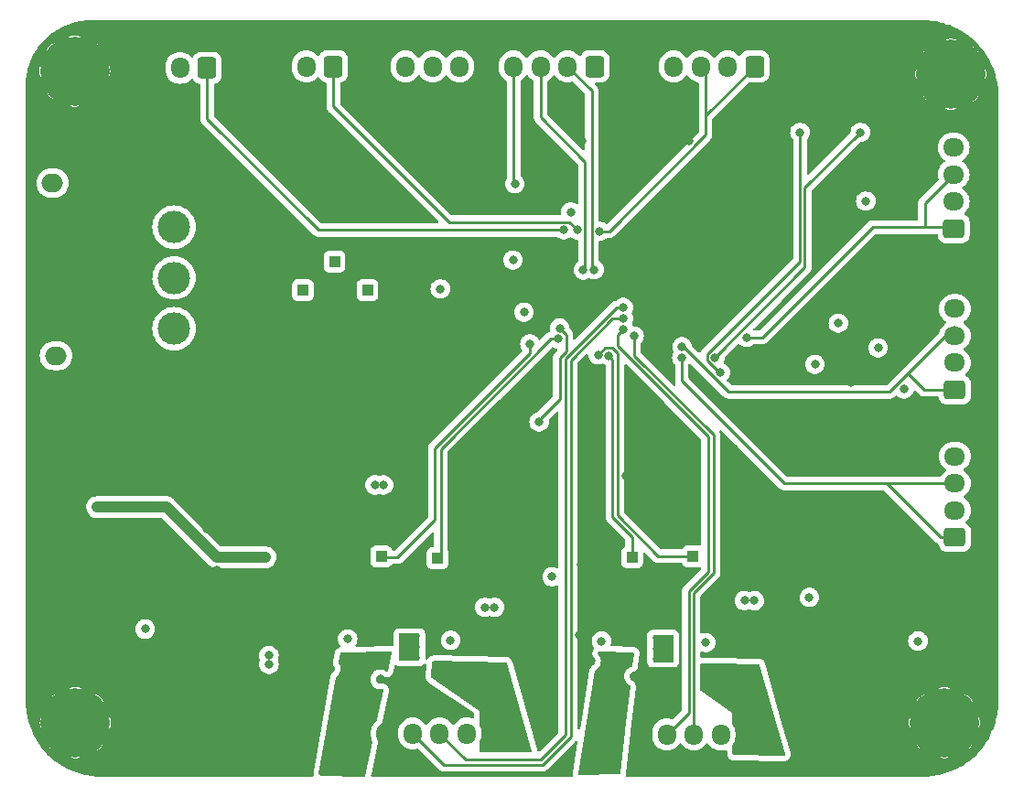
<source format=gbr>
%TF.GenerationSoftware,KiCad,Pcbnew,(7.0.0)*%
%TF.CreationDate,2023-10-26T11:16:44+02:00*%
%TF.ProjectId,Kyttiludzinator,4b797474-696c-4756-947a-696e61746f72,rev?*%
%TF.SameCoordinates,Original*%
%TF.FileFunction,Copper,L4,Bot*%
%TF.FilePolarity,Positive*%
%FSLAX46Y46*%
G04 Gerber Fmt 4.6, Leading zero omitted, Abs format (unit mm)*
G04 Created by KiCad (PCBNEW (7.0.0)) date 2023-10-26 11:16:44*
%MOMM*%
%LPD*%
G01*
G04 APERTURE LIST*
G04 Aperture macros list*
%AMRoundRect*
0 Rectangle with rounded corners*
0 $1 Rounding radius*
0 $2 $3 $4 $5 $6 $7 $8 $9 X,Y pos of 4 corners*
0 Add a 4 corners polygon primitive as box body*
4,1,4,$2,$3,$4,$5,$6,$7,$8,$9,$2,$3,0*
0 Add four circle primitives for the rounded corners*
1,1,$1+$1,$2,$3*
1,1,$1+$1,$4,$5*
1,1,$1+$1,$6,$7*
1,1,$1+$1,$8,$9*
0 Add four rect primitives between the rounded corners*
20,1,$1+$1,$2,$3,$4,$5,0*
20,1,$1+$1,$4,$5,$6,$7,0*
20,1,$1+$1,$6,$7,$8,$9,0*
20,1,$1+$1,$8,$9,$2,$3,0*%
G04 Aperture macros list end*
%TA.AperFunction,ComponentPad*%
%ADD10RoundRect,0.250000X0.725000X-0.600000X0.725000X0.600000X-0.725000X0.600000X-0.725000X-0.600000X0*%
%TD*%
%TA.AperFunction,ComponentPad*%
%ADD11O,1.950000X1.700000*%
%TD*%
%TA.AperFunction,ComponentPad*%
%ADD12C,0.500000*%
%TD*%
%TA.AperFunction,SMDPad,CuDef*%
%ADD13R,1.900000X2.500000*%
%TD*%
%TA.AperFunction,ComponentPad*%
%ADD14R,1.000000X1.000000*%
%TD*%
%TA.AperFunction,ComponentPad*%
%ADD15C,0.800000*%
%TD*%
%TA.AperFunction,ComponentPad*%
%ADD16C,6.400000*%
%TD*%
%TA.AperFunction,ComponentPad*%
%ADD17RoundRect,0.250000X-0.750000X0.600000X-0.750000X-0.600000X0.750000X-0.600000X0.750000X0.600000X0*%
%TD*%
%TA.AperFunction,ComponentPad*%
%ADD18O,2.000000X1.700000*%
%TD*%
%TA.AperFunction,ComponentPad*%
%ADD19RoundRect,0.250000X0.600000X0.725000X-0.600000X0.725000X-0.600000X-0.725000X0.600000X-0.725000X0*%
%TD*%
%TA.AperFunction,ComponentPad*%
%ADD20O,1.700000X1.950000*%
%TD*%
%TA.AperFunction,ComponentPad*%
%ADD21RoundRect,0.250000X-0.600000X-0.725000X0.600000X-0.725000X0.600000X0.725000X-0.600000X0.725000X0*%
%TD*%
%TA.AperFunction,ComponentPad*%
%ADD22C,3.000000*%
%TD*%
%TA.AperFunction,ViaPad*%
%ADD23C,0.800000*%
%TD*%
%TA.AperFunction,Conductor*%
%ADD24C,0.250000*%
%TD*%
%TA.AperFunction,Conductor*%
%ADD25C,1.000000*%
%TD*%
G04 APERTURE END LIST*
D10*
%TO.P,J504,1,Pin_1*%
%TO.N,Moustache_1*%
X212958000Y-85859000D03*
D11*
%TO.P,J504,2,Pin_2*%
%TO.N,+3.3V*%
X212957999Y-83358999D03*
%TO.P,J504,3,Pin_3*%
%TO.N,Moustache_1*%
X212957999Y-80858999D03*
%TO.P,J504,4,Pin_4*%
%TO.N,+3.3V*%
X212957999Y-78358999D03*
%TD*%
D12*
%TO.P,U401,9*%
%TO.N,N/C*%
X186661000Y-97139000D03*
X186661000Y-96139000D03*
X186661000Y-95139000D03*
D13*
X185960999Y-96138999D03*
D12*
X185261000Y-97139000D03*
X185261000Y-96139000D03*
X185261000Y-95139000D03*
%TD*%
D14*
%TO.P,REF\u002A\u002A,*%
%TO.N,+3.3V*%
X158622999Y-62991999D03*
%TD*%
D15*
%TO.P,REFe,1*%
%TO.N,N/C*%
X210200000Y-43000000D03*
X210902944Y-41302944D03*
X210902944Y-44697056D03*
X212600000Y-40600000D03*
D16*
%TO.N,GND*%
X212600000Y-43000000D03*
D15*
%TO.N,N/C*%
X212600000Y-45400000D03*
X214297056Y-41302944D03*
X214297056Y-44697056D03*
X215000000Y-43000000D03*
%TD*%
D17*
%TO.P,Alim_charger301,1,Pin_1*%
%TO.N,GND*%
X129485000Y-50566000D03*
D18*
%TO.P,Alim_charger301,2,Pin_2*%
%TO.N,Net-(Alim_charger301-Pin_2)*%
X129484999Y-53065999D03*
%TD*%
D14*
%TO.P,REF\u002A\u002A,*%
%TO.N,PWM_MOT2_CH1*%
X165099999Y-87799999D03*
%TD*%
D19*
%TO.P,J502,1,Pin_1*%
%TO.N,Bordure_1*%
X155448000Y-42291000D03*
D20*
%TO.P,J502,2,Pin_2*%
%TO.N,+5V*%
X152947999Y-42290999D03*
%TO.P,J502,3,Pin_3*%
%TO.N,GND*%
X150447999Y-42290999D03*
%TD*%
D15*
%TO.P,REF\u002A\u002A,1*%
%TO.N,N/C*%
X209600000Y-103000000D03*
X210302944Y-101302944D03*
X210302944Y-104697056D03*
X212000000Y-100600000D03*
D16*
%TO.N,GND*%
X212000000Y-103000000D03*
D15*
%TO.N,N/C*%
X212000000Y-105400000D03*
X213697056Y-101302944D03*
X213697056Y-104697056D03*
X214400000Y-103000000D03*
%TD*%
D19*
%TO.P,J503,1,Pin_1*%
%TO.N,unconnected-(J503-Pin_1-Pad1)*%
X179632000Y-42291000D03*
D20*
%TO.P,J503,2,Pin_2*%
%TO.N,LIDAR_M*%
X177131999Y-42290999D03*
%TO.P,J503,3,Pin_3*%
%TO.N,LIDAR_DEV*%
X174631999Y-42290999D03*
%TO.P,J503,4,Pin_4*%
%TO.N,LIDAR_PWM*%
X172131999Y-42290999D03*
%TO.P,J503,5,Pin_5*%
%TO.N,GND*%
X169631999Y-42290999D03*
%TO.P,J503,6,Pin_6*%
%TO.N,LIDAR_RX*%
X167131999Y-42290999D03*
%TO.P,J503,7,Pin_7*%
%TO.N,LIDAR_TX*%
X164631999Y-42290999D03*
%TO.P,J503,8,Pin_8*%
%TO.N,+5V*%
X162131999Y-42290999D03*
%TD*%
D17*
%TO.P,Alim_batterie301,1,Pin_1*%
%TO.N,GND*%
X129794000Y-66548000D03*
D18*
%TO.P,Alim_batterie301,2,Pin_2*%
%TO.N,Net-(Alim_batterie301-Pin_2)*%
X129793999Y-69047999D03*
%TD*%
D15*
%TO.P,REF\u002A\u002A,1*%
%TO.N,N/C*%
X129200000Y-103000000D03*
X129902944Y-101302944D03*
X129902944Y-104697056D03*
X131600000Y-100600000D03*
D16*
%TO.N,GND*%
X131600000Y-103000000D03*
D15*
%TO.N,N/C*%
X131600000Y-105400000D03*
X133297056Y-101302944D03*
X133297056Y-104697056D03*
X134000000Y-103000000D03*
%TD*%
D10*
%TO.P,J505,1,Pin_1*%
%TO.N,Moustache_3*%
X212852000Y-57277000D03*
D11*
%TO.P,J505,2,Pin_2*%
%TO.N,+3.3V*%
X212851999Y-54776999D03*
%TO.P,J505,3,Pin_3*%
%TO.N,Moustache_3*%
X212851999Y-52276999D03*
%TO.P,J505,4,Pin_4*%
%TO.N,+3.3V*%
X212851999Y-49776999D03*
%TD*%
D19*
%TO.P,J506,1,Pin_1*%
%TO.N,Moustache_4*%
X194437000Y-42291000D03*
D20*
%TO.P,J506,2,Pin_2*%
%TO.N,+3.3V*%
X191936999Y-42290999D03*
%TO.P,J506,3,Pin_3*%
%TO.N,Moustache_4*%
X189436999Y-42290999D03*
%TO.P,J506,4,Pin_4*%
%TO.N,+3.3V*%
X186936999Y-42290999D03*
%TD*%
D14*
%TO.P,REF\u002A\u002A,1*%
%TO.N,PWM_MOT1_CH1*%
X188699999Y-87599999D03*
%TD*%
D12*
%TO.P,U402,9*%
%TO.N,N/C*%
X163199000Y-97012000D03*
X163199000Y-96012000D03*
X163199000Y-95012000D03*
D13*
X162498999Y-96011999D03*
D12*
X161799000Y-97012000D03*
X161799000Y-96012000D03*
X161799000Y-95012000D03*
%TD*%
D14*
%TO.P,REF\u002A\u002A,*%
%TO.N,+5V*%
X155574999Y-60324999D03*
%TD*%
D21*
%TO.P,J402,1,Pin_1*%
%TO.N,/Drivers_moteurs/Motor2-*%
X157800000Y-104000000D03*
D20*
%TO.P,J402,2,Pin_2*%
%TO.N,GND*%
X160299999Y-103999999D03*
%TO.P,J402,3,Pin_3*%
%TO.N,Codeur2_PH1*%
X162799999Y-103999999D03*
%TO.P,J402,4,Pin_4*%
%TO.N,Codeur2_PH2*%
X165299999Y-103999999D03*
%TO.P,J402,5,Pin_5*%
%TO.N,+5V*%
X167799999Y-103999999D03*
%TO.P,J402,6,Pin_6*%
%TO.N,/Drivers_moteurs/Motor2+*%
X170299999Y-103999999D03*
%TD*%
D14*
%TO.P,REF\u002A\u002A,*%
%TO.N,PWM_MOT2_CH2*%
X159892999Y-87629999D03*
%TD*%
D10*
%TO.P,J509,1,Pin_1*%
%TO.N,Moustache_2*%
X212958000Y-72203000D03*
D11*
%TO.P,J509,2,Pin_2*%
%TO.N,+3.3V*%
X212957999Y-69702999D03*
%TO.P,J509,3,Pin_3*%
%TO.N,Moustache_2*%
X212957999Y-67202999D03*
%TO.P,J509,4,Pin_4*%
%TO.N,+3.3V*%
X212957999Y-64702999D03*
%TD*%
D19*
%TO.P,J501,1,Pin_1*%
%TO.N,Bordure_2*%
X143764000Y-42418000D03*
D20*
%TO.P,J501,2,Pin_2*%
%TO.N,+5V*%
X141263999Y-42417999D03*
%TO.P,J501,3,Pin_3*%
%TO.N,GND*%
X138763999Y-42417999D03*
%TD*%
D14*
%TO.P,REF\u002A\u002A,*%
%TO.N,PWM_MOT1_CH2*%
X183099999Y-87699999D03*
%TD*%
%TO.P,REF\u002A\u002A,*%
%TO.N,+BATT*%
X152653999Y-62991999D03*
%TD*%
D21*
%TO.P,J401,1,Pin_1*%
%TO.N,/Drivers_moteurs/Motor1-*%
X181300000Y-104100000D03*
D20*
%TO.P,J401,2,Pin_2*%
%TO.N,GND*%
X183799999Y-104099999D03*
%TO.P,J401,3,Pin_3*%
%TO.N,Codeur1_PH2*%
X186299999Y-104099999D03*
%TO.P,J401,4,Pin_4*%
%TO.N,Codeur1_PH1*%
X188799999Y-104099999D03*
%TO.P,J401,5,Pin_5*%
%TO.N,+5V*%
X191299999Y-104099999D03*
%TO.P,J401,6,Pin_6*%
%TO.N,/Drivers_moteurs/Motor1+*%
X193799999Y-104099999D03*
%TD*%
D22*
%TO.P,SW302,1,A*%
%TO.N,Net-(D301-A1)*%
X140718000Y-57145000D03*
%TO.P,SW302,2,B*%
%TO.N,Net-(SW302-B)*%
X140718000Y-61845000D03*
%TO.P,SW302,3,C*%
%TO.N,+BATT*%
X140718000Y-66545000D03*
%TD*%
D15*
%TO.P,REF\u002A\u002A,1*%
%TO.N,N/C*%
X129125944Y-42718056D03*
X129828888Y-41021000D03*
X129828888Y-44415112D03*
X131525944Y-40318056D03*
D16*
%TO.N,GND*%
X131525944Y-42718056D03*
D15*
%TO.N,N/C*%
X131525944Y-45118056D03*
X133223000Y-41021000D03*
X133223000Y-44415112D03*
X133925944Y-42718056D03*
%TD*%
D23*
%TO.N,GND*%
X143764000Y-85090000D03*
X201019000Y-94712000D03*
X159800000Y-99000000D03*
X174498000Y-80010000D03*
X172946000Y-92456000D03*
X203962000Y-66040000D03*
X178200000Y-94900000D03*
X204851000Y-53467000D03*
X204343000Y-70612000D03*
X188341000Y-49149000D03*
X181158000Y-92794000D03*
X173100000Y-97400000D03*
X164973000Y-68834000D03*
X205867000Y-102616000D03*
X203327000Y-69723000D03*
X197717000Y-91410000D03*
X207391000Y-66294000D03*
X184404000Y-49149000D03*
X167132000Y-69469000D03*
X148694500Y-83486500D03*
X155200000Y-98000000D03*
X137157500Y-85076500D03*
X196500000Y-97400000D03*
X141732000Y-90932000D03*
X194884000Y-89535000D03*
X160147000Y-67437000D03*
X180467000Y-49149000D03*
X157800000Y-92456000D03*
X154495500Y-90300000D03*
X183261000Y-98700000D03*
X171958000Y-78486000D03*
X185166000Y-78613000D03*
X171708000Y-89700000D03*
X202438000Y-70612000D03*
X176276000Y-64897000D03*
X192532000Y-77597000D03*
X205100000Y-49600000D03*
X182499000Y-80137000D03*
X144653000Y-88900000D03*
X186309000Y-49149000D03*
X170815000Y-67183000D03*
X150876000Y-67564000D03*
X169545000Y-61849000D03*
X168021000Y-72136000D03*
X197104000Y-70866000D03*
X178435000Y-49149000D03*
X169418000Y-65024000D03*
X179300000Y-97300000D03*
X178562000Y-80137000D03*
X203327000Y-71501000D03*
X207264000Y-74549000D03*
X165354000Y-61087000D03*
X182372000Y-49149000D03*
X178400000Y-88400000D03*
X149606000Y-80899000D03*
X155575000Y-68961000D03*
X148209000Y-86106000D03*
%TO.N,+BATT*%
X170373000Y-92329000D03*
X169484000Y-92329000D03*
X138049000Y-94337500D03*
X194405000Y-91707000D03*
X193500000Y-91700000D03*
%TO.N,/STM32G070RBT6/NRST*%
X174498000Y-75184000D03*
X176403000Y-66497000D03*
%TO.N,+3.3V*%
X175700000Y-89500000D03*
X165354000Y-62865000D03*
X177419000Y-55753000D03*
X209550000Y-95457000D03*
X204724000Y-54737000D03*
X159300000Y-81000000D03*
X160100000Y-81000000D03*
X173101000Y-65024000D03*
X199495000Y-91410000D03*
X172085000Y-60198000D03*
%TO.N,+5V*%
X200025000Y-69850000D03*
X189921000Y-95588000D03*
X156784000Y-95250000D03*
X166309000Y-95377000D03*
X149200000Y-87700000D03*
X208255799Y-72111799D03*
X205867000Y-68326000D03*
X133604000Y-83058000D03*
X149500000Y-97600000D03*
X148300000Y-87700000D03*
X149500000Y-96800000D03*
X202184000Y-66040000D03*
X180269000Y-95461000D03*
%TO.N,LIDAR_PWM*%
X172258701Y-53141299D03*
%TO.N,PWM_MOT2_CH1*%
X176276000Y-67497000D03*
%TO.N,PWM_MOT2_CH2*%
X173640500Y-67949997D03*
%TO.N,PWM_MOT1_CH1*%
X179949511Y-68960137D03*
%TO.N,PWM_MOT1_CH2*%
X180944904Y-69050683D03*
%TO.N,/STM32G070RBT6/TX*%
X198628000Y-48387000D03*
X191262000Y-70612000D03*
%TO.N,/STM32G070RBT6/RX*%
X190754000Y-69215000D03*
X204216000Y-48387000D03*
%TO.N,Moustache_1*%
X187695542Y-69220799D03*
%TO.N,Moustache_2*%
X187715718Y-68221500D03*
%TO.N,Moustache_3*%
X193700000Y-67347500D03*
%TO.N,Codeur1_PH1*%
X183282607Y-67221500D03*
%TO.N,Codeur1_PH2*%
X182299887Y-66586967D03*
%TO.N,Codeur2_PH1*%
X182301146Y-65587465D03*
%TO.N,Codeur2_PH2*%
X182288049Y-64588049D03*
%TO.N,LIDAR_DEV*%
X178578620Y-61102634D03*
%TO.N,LIDAR_M*%
X179578000Y-61087000D03*
%TO.N,Bordure_1*%
X178022500Y-57404000D03*
%TO.N,Bordure_2*%
X176784000Y-57404000D03*
%TO.N,/Drivers_moteurs/Motor1-*%
X181700000Y-97600000D03*
X182300000Y-97000000D03*
%TO.N,/Drivers_moteurs/Motor1+*%
X191200000Y-98100000D03*
X190100000Y-98100000D03*
%TO.N,/Drivers_moteurs/Motor2+*%
X167283000Y-97917000D03*
X166183000Y-97917000D03*
%TO.N,/Drivers_moteurs/Motor2-*%
X158700000Y-97063918D03*
X158200000Y-97600000D03*
%TO.N,Moustache_4*%
X180086000Y-57531000D03*
%TD*%
D24*
%TO.N,/STM32G070RBT6/NRST*%
X176403000Y-73025000D02*
X174625000Y-74803000D01*
X177001000Y-67095000D02*
X177001000Y-68615604D01*
X176403000Y-66497000D02*
X177001000Y-67095000D01*
X176403000Y-69213604D02*
X176403000Y-73025000D01*
X177001000Y-68615604D02*
X176403000Y-69213604D01*
D25*
%TO.N,+5V*%
X149200000Y-87700000D02*
X144655082Y-87700000D01*
X144655082Y-87700000D02*
X140013082Y-83058000D01*
X140013082Y-83058000D02*
X133604000Y-83058000D01*
D24*
%TO.N,LIDAR_PWM*%
X172258701Y-53141299D02*
X172132000Y-53014598D01*
X172132000Y-53014598D02*
X172132000Y-42291000D01*
%TO.N,PWM_MOT2_CH1*%
X165387000Y-77691000D02*
X165387000Y-87513000D01*
X176276000Y-67497000D02*
X175581000Y-67497000D01*
X175581000Y-67497000D02*
X165387000Y-77691000D01*
%TO.N,PWM_MOT2_CH2*%
X164846000Y-83100000D02*
X164846000Y-77595604D01*
X161400000Y-87700000D02*
X164846000Y-84254000D01*
X164846000Y-77595604D02*
X173640500Y-68801104D01*
X160000000Y-87700000D02*
X161400000Y-87700000D01*
X173640500Y-68801104D02*
X173640500Y-67949997D01*
X173640500Y-67949997D02*
X173640500Y-68675500D01*
X164846000Y-84254000D02*
X164846000Y-83100000D01*
%TO.N,PWM_MOT1_CH1*%
X179949511Y-68960137D02*
X180583648Y-68326000D01*
X185516000Y-87600000D02*
X188700000Y-87600000D01*
X181245526Y-68326000D02*
X181737000Y-68817474D01*
X181737000Y-68817474D02*
X181737000Y-83821000D01*
X181737000Y-83821000D02*
X185516000Y-87600000D01*
X180583648Y-68326000D02*
X181245526Y-68326000D01*
%TO.N,PWM_MOT1_CH2*%
X181287000Y-69392779D02*
X181287000Y-84007396D01*
X181287000Y-84007396D02*
X183100000Y-85820396D01*
X180944904Y-69050683D02*
X181287000Y-69392779D01*
X183100000Y-85820396D02*
X183100000Y-87700000D01*
%TO.N,/STM32G070RBT6/TX*%
X191125695Y-70612000D02*
X190029000Y-69515305D01*
X190029000Y-68914695D02*
X198628000Y-60315695D01*
X191262000Y-70612000D02*
X191125695Y-70612000D01*
X190029000Y-69515305D02*
X190029000Y-68914695D01*
X198628000Y-60315695D02*
X198628000Y-48387000D01*
%TO.N,/STM32G070RBT6/RX*%
X190754000Y-69215000D02*
X199078000Y-60891000D01*
X199078000Y-53525000D02*
X204216000Y-48387000D01*
X199078000Y-60891000D02*
X199078000Y-53525000D01*
%TO.N,Moustache_1*%
X187695542Y-69220799D02*
X187695542Y-71395542D01*
X187695542Y-71395542D02*
X197159000Y-80859000D01*
X212958000Y-85859000D02*
X211629000Y-85859000D01*
X212958000Y-80859000D02*
X206629000Y-80859000D01*
X211629000Y-85859000D02*
X206629000Y-80859000D01*
X197159000Y-80859000D02*
X206629000Y-80859000D01*
%TO.N,Moustache_2*%
X206953000Y-72390000D02*
X208632500Y-70710500D01*
X187846195Y-68221500D02*
X192014695Y-72390000D01*
X208632500Y-70710500D02*
X210125000Y-72203000D01*
X210125000Y-72203000D02*
X212958000Y-72203000D01*
X208632500Y-70710500D02*
X212962000Y-66381000D01*
X187715718Y-68221500D02*
X187846195Y-68221500D01*
X192014695Y-72390000D02*
X206953000Y-72390000D01*
%TO.N,Moustache_3*%
X210185000Y-54944000D02*
X212852000Y-52277000D01*
X212725000Y-57150000D02*
X212852000Y-57277000D01*
X210185000Y-57150000D02*
X212725000Y-57150000D01*
X195161500Y-67347500D02*
X205359000Y-57150000D01*
X205359000Y-57150000D02*
X210185000Y-57150000D01*
X210185000Y-57150000D02*
X210185000Y-54944000D01*
X193700000Y-67347500D02*
X195161500Y-67347500D01*
%TO.N,Codeur1_PH1*%
X190627000Y-89173000D02*
X188800000Y-91000000D01*
X190627000Y-76390604D02*
X190627000Y-89173000D01*
X188800000Y-91000000D02*
X188800000Y-104100000D01*
X183282607Y-69046211D02*
X190627000Y-76390604D01*
X183282607Y-67221500D02*
X183282607Y-69046211D01*
%TO.N,Codeur1_PH2*%
X182299887Y-66586967D02*
X181727103Y-67159751D01*
X181727103Y-68127103D02*
X190141000Y-76541000D01*
X188350000Y-102050000D02*
X186300000Y-104100000D01*
X188350000Y-90813604D02*
X188350000Y-102050000D01*
X190141000Y-89022604D02*
X188350000Y-90813604D01*
X181727103Y-67159751D02*
X181727103Y-68127103D01*
X190141000Y-76541000D02*
X190141000Y-89022604D01*
%TO.N,Codeur2_PH1*%
X177419000Y-69470396D02*
X177419000Y-104267000D01*
X181301931Y-65587465D02*
X177419000Y-69470396D01*
X182301146Y-65587465D02*
X181301931Y-65587465D01*
X174786000Y-106900000D02*
X165700000Y-106900000D01*
X165700000Y-106900000D02*
X162800000Y-104000000D01*
X177419000Y-104267000D02*
X174786000Y-106900000D01*
%TO.N,Codeur2_PH2*%
X176911000Y-69342000D02*
X176911000Y-104138604D01*
X167700000Y-106400000D02*
X165300000Y-104000000D01*
X176911000Y-104138604D02*
X174649604Y-106400000D01*
X181664951Y-64588049D02*
X176911000Y-69342000D01*
X174649604Y-106400000D02*
X167700000Y-106400000D01*
X182288049Y-64588049D02*
X181664951Y-64588049D01*
%TO.N,LIDAR_DEV*%
X174632000Y-46997000D02*
X174632000Y-42291000D01*
X178578620Y-61102634D02*
X178747000Y-60934254D01*
X178747000Y-60934254D02*
X178747000Y-51112000D01*
X178747000Y-51112000D02*
X174632000Y-46997000D01*
%TO.N,LIDAR_M*%
X179578000Y-61087000D02*
X179361000Y-60870000D01*
X179361000Y-44520000D02*
X177132000Y-42291000D01*
X179361000Y-60870000D02*
X179361000Y-44520000D01*
%TO.N,Bordure_1*%
X166154000Y-56679000D02*
X177297500Y-56679000D01*
X155448000Y-45973000D02*
X166154000Y-56679000D01*
X177297500Y-56679000D02*
X178022500Y-57404000D01*
X155448000Y-42291000D02*
X155448000Y-45973000D01*
%TO.N,Bordure_2*%
X154051000Y-57404000D02*
X143764000Y-47117000D01*
X176784000Y-57404000D02*
X154051000Y-57404000D01*
X143764000Y-47117000D02*
X143764000Y-42418000D01*
%TO.N,Moustache_4*%
X180984305Y-57531000D02*
X189905000Y-48610305D01*
X180086000Y-57531000D02*
X180984305Y-57531000D01*
X189905000Y-48610305D02*
X189905000Y-48500000D01*
X189905000Y-46823000D02*
X194437000Y-42291000D01*
X189905000Y-48500000D02*
X189905000Y-46823000D01*
X189905000Y-48500000D02*
X189905000Y-42291000D01*
%TD*%
%TA.AperFunction,Conductor*%
%TO.N,/Drivers_moteurs/Motor1-*%
G36*
X183164265Y-96496749D02*
G01*
X183229015Y-96516838D01*
X183273523Y-96567980D01*
X183284482Y-96634885D01*
X183160292Y-97714374D01*
X183144084Y-97762904D01*
X183109662Y-97800758D01*
X183062887Y-97821492D01*
X182987557Y-97837504D01*
X182987555Y-97837504D01*
X182981197Y-97838856D01*
X182975262Y-97841498D01*
X182975254Y-97841501D01*
X182814207Y-97913205D01*
X182814202Y-97913207D01*
X182808270Y-97915849D01*
X182803016Y-97919665D01*
X182803011Y-97919669D01*
X182660388Y-98023290D01*
X182660381Y-98023295D01*
X182655129Y-98027112D01*
X182650784Y-98031937D01*
X182650779Y-98031942D01*
X182532813Y-98162956D01*
X182532808Y-98162962D01*
X182528467Y-98167784D01*
X182525222Y-98173404D01*
X182525218Y-98173410D01*
X182437069Y-98326089D01*
X182437066Y-98326094D01*
X182433821Y-98331716D01*
X182431815Y-98337888D01*
X182431813Y-98337894D01*
X182377333Y-98505564D01*
X182377331Y-98505573D01*
X182375326Y-98511744D01*
X182374648Y-98518194D01*
X182374646Y-98518204D01*
X182356962Y-98686464D01*
X182355540Y-98700000D01*
X182356219Y-98706460D01*
X182374646Y-98881795D01*
X182374647Y-98881803D01*
X182375326Y-98888256D01*
X182377331Y-98894428D01*
X182377333Y-98894435D01*
X182431813Y-99062105D01*
X182433821Y-99068284D01*
X182528467Y-99232216D01*
X182655129Y-99372888D01*
X182808270Y-99484151D01*
X182866304Y-99509990D01*
X182908288Y-99540598D01*
X182934046Y-99585723D01*
X182939054Y-99637440D01*
X182469819Y-103716185D01*
X182466410Y-103734091D01*
X182464937Y-103739592D01*
X182464465Y-103744975D01*
X182464464Y-103744987D01*
X182458130Y-103817387D01*
X182457789Y-103820750D01*
X182012571Y-107690723D01*
X181991845Y-107746392D01*
X181947605Y-107786033D01*
X181890003Y-107800549D01*
X178243525Y-107818759D01*
X178191262Y-107807495D01*
X178148599Y-107775273D01*
X178123468Y-107728085D01*
X178120539Y-107674706D01*
X179677160Y-98178987D01*
X179701365Y-98123285D01*
X179741943Y-98091397D01*
X179741163Y-98090045D01*
X179746791Y-98086795D01*
X179752730Y-98084151D01*
X179905871Y-97972888D01*
X180032533Y-97832216D01*
X180127179Y-97668284D01*
X180185674Y-97488256D01*
X180205460Y-97300000D01*
X180185674Y-97111744D01*
X180127179Y-96931716D01*
X180032533Y-96767784D01*
X179967452Y-96695504D01*
X179940613Y-96647428D01*
X179937235Y-96592477D01*
X179948029Y-96526632D01*
X179970928Y-96472652D01*
X180016072Y-96435228D01*
X180073362Y-96422731D01*
X183164265Y-96496749D01*
G37*
%TD.AperFunction*%
%TD*%
%TA.AperFunction,Conductor*%
%TO.N,/Drivers_moteurs/Motor2+*%
G36*
X171407581Y-97398660D02*
G01*
X171458770Y-97410539D01*
X171500444Y-97442553D01*
X171525116Y-97488953D01*
X173820040Y-105616808D01*
X173822560Y-105673469D01*
X173799585Y-105725326D01*
X173755922Y-105761528D01*
X173700706Y-105774500D01*
X169124000Y-105774500D01*
X169062000Y-105757887D01*
X169016613Y-105712500D01*
X169000000Y-105650500D01*
X169000000Y-104774637D01*
X169011618Y-104722232D01*
X169073903Y-104588663D01*
X169135063Y-104360408D01*
X169150500Y-104183966D01*
X169150500Y-103816034D01*
X169135063Y-103639592D01*
X169073903Y-103411337D01*
X169011617Y-103277766D01*
X169000000Y-103225363D01*
X169000000Y-101915071D01*
X169000000Y-101900000D01*
X164558069Y-98840003D01*
X164516786Y-98791879D01*
X164504690Y-98729642D01*
X164592170Y-97417442D01*
X164611688Y-97358485D01*
X164657346Y-97316385D01*
X164717689Y-97301705D01*
X171407581Y-97398660D01*
G37*
%TD.AperFunction*%
%TD*%
%TA.AperFunction,Conductor*%
%TO.N,GND*%
G36*
X212725048Y-101262935D02*
G01*
X212774931Y-101303329D01*
X212797934Y-101363253D01*
X212807945Y-101458498D01*
X212811382Y-101491200D01*
X212813387Y-101497372D01*
X212813389Y-101497379D01*
X212867869Y-101665049D01*
X212869877Y-101671228D01*
X212964523Y-101835160D01*
X212968867Y-101839985D01*
X212968869Y-101839987D01*
X213060860Y-101942153D01*
X213091185Y-101975832D01*
X213244326Y-102087095D01*
X213417253Y-102164088D01*
X213602410Y-102203444D01*
X213608913Y-102203444D01*
X213626972Y-102203444D01*
X213682107Y-102216376D01*
X213725742Y-102252474D01*
X213748776Y-102304209D01*
X213746404Y-102360791D01*
X213719121Y-102410417D01*
X213671814Y-102462955D01*
X213671809Y-102462961D01*
X213667467Y-102467784D01*
X213664222Y-102473404D01*
X213664218Y-102473410D01*
X213576069Y-102626089D01*
X213576066Y-102626094D01*
X213572821Y-102631716D01*
X213570815Y-102637888D01*
X213570813Y-102637894D01*
X213516333Y-102805564D01*
X213516331Y-102805573D01*
X213514326Y-102811744D01*
X213513648Y-102818194D01*
X213513646Y-102818204D01*
X213498641Y-102960977D01*
X213494540Y-103000000D01*
X213495219Y-103006460D01*
X213513646Y-103181795D01*
X213513647Y-103181803D01*
X213514326Y-103188256D01*
X213516331Y-103194428D01*
X213516333Y-103194435D01*
X213551310Y-103302081D01*
X213572821Y-103368284D01*
X213576068Y-103373908D01*
X213576069Y-103373910D01*
X213655412Y-103511337D01*
X213667467Y-103532216D01*
X213714892Y-103584887D01*
X213719121Y-103589583D01*
X213746404Y-103639209D01*
X213748776Y-103695791D01*
X213725742Y-103747526D01*
X213682107Y-103783624D01*
X213626972Y-103796556D01*
X213602410Y-103796556D01*
X213596051Y-103797907D01*
X213596047Y-103797908D01*
X213423615Y-103834559D01*
X213423608Y-103834561D01*
X213417253Y-103835912D01*
X213411318Y-103838554D01*
X213411310Y-103838557D01*
X213250263Y-103910261D01*
X213250258Y-103910263D01*
X213244326Y-103912905D01*
X213239072Y-103916721D01*
X213239067Y-103916725D01*
X213096444Y-104020346D01*
X213096437Y-104020351D01*
X213091185Y-104024168D01*
X213086840Y-104028993D01*
X213086835Y-104028998D01*
X212968869Y-104160012D01*
X212968864Y-104160018D01*
X212964523Y-104164840D01*
X212961278Y-104170460D01*
X212961274Y-104170466D01*
X212873125Y-104323145D01*
X212873122Y-104323150D01*
X212869877Y-104328772D01*
X212867871Y-104334944D01*
X212867869Y-104334950D01*
X212813389Y-104502620D01*
X212813387Y-104502629D01*
X212811382Y-104508800D01*
X212810703Y-104515259D01*
X212810703Y-104515260D01*
X212797934Y-104636746D01*
X212774931Y-104696670D01*
X212725048Y-104737064D01*
X212661652Y-104747105D01*
X212601728Y-104724102D01*
X212457988Y-104619669D01*
X212457987Y-104619668D01*
X212452730Y-104615849D01*
X212446792Y-104613205D01*
X212285745Y-104541501D01*
X212285740Y-104541499D01*
X212279803Y-104538856D01*
X212273444Y-104537504D01*
X212273440Y-104537503D01*
X212101008Y-104500852D01*
X212101005Y-104500851D01*
X212094646Y-104499500D01*
X211905354Y-104499500D01*
X211898995Y-104500851D01*
X211898991Y-104500852D01*
X211726559Y-104537503D01*
X211726552Y-104537505D01*
X211720197Y-104538856D01*
X211714262Y-104541498D01*
X211714254Y-104541501D01*
X211553207Y-104613205D01*
X211553202Y-104613207D01*
X211547270Y-104615849D01*
X211542016Y-104619665D01*
X211542011Y-104619669D01*
X211398271Y-104724102D01*
X211338347Y-104747105D01*
X211274950Y-104737063D01*
X211225068Y-104696669D01*
X211202065Y-104636745D01*
X211200270Y-104619669D01*
X211188618Y-104508800D01*
X211130123Y-104328772D01*
X211035477Y-104164840D01*
X210908815Y-104024168D01*
X210903557Y-104020348D01*
X210903555Y-104020346D01*
X210760932Y-103916725D01*
X210760931Y-103916724D01*
X210755674Y-103912905D01*
X210743977Y-103907697D01*
X210588689Y-103838557D01*
X210588684Y-103838555D01*
X210582747Y-103835912D01*
X210576388Y-103834560D01*
X210576384Y-103834559D01*
X210403952Y-103797908D01*
X210403949Y-103797907D01*
X210397590Y-103796556D01*
X210373028Y-103796556D01*
X210317893Y-103783624D01*
X210274258Y-103747526D01*
X210251224Y-103695791D01*
X210253596Y-103639209D01*
X210280879Y-103589583D01*
X210332533Y-103532216D01*
X210427179Y-103368284D01*
X210485674Y-103188256D01*
X210505460Y-103000000D01*
X210485674Y-102811744D01*
X210427179Y-102631716D01*
X210332533Y-102467784D01*
X210280878Y-102410415D01*
X210253596Y-102360791D01*
X210251224Y-102304209D01*
X210274258Y-102252474D01*
X210317893Y-102216376D01*
X210373028Y-102203444D01*
X210391087Y-102203444D01*
X210397590Y-102203444D01*
X210582747Y-102164088D01*
X210755674Y-102087095D01*
X210908815Y-101975832D01*
X211035477Y-101835160D01*
X211130123Y-101671228D01*
X211188618Y-101491200D01*
X211202065Y-101363252D01*
X211225068Y-101303330D01*
X211274950Y-101262936D01*
X211338347Y-101252894D01*
X211398270Y-101275896D01*
X211547270Y-101384151D01*
X211720197Y-101461144D01*
X211905354Y-101500500D01*
X212088143Y-101500500D01*
X212094646Y-101500500D01*
X212279803Y-101461144D01*
X212452730Y-101384151D01*
X212601732Y-101275895D01*
X212661651Y-101252894D01*
X212725048Y-101262935D01*
G37*
%TD.AperFunction*%
%TA.AperFunction,Conductor*%
G36*
X132325048Y-101262935D02*
G01*
X132374931Y-101303329D01*
X132397934Y-101363253D01*
X132407945Y-101458498D01*
X132411382Y-101491200D01*
X132413387Y-101497372D01*
X132413389Y-101497379D01*
X132467869Y-101665049D01*
X132469877Y-101671228D01*
X132564523Y-101835160D01*
X132568867Y-101839985D01*
X132568869Y-101839987D01*
X132660860Y-101942153D01*
X132691185Y-101975832D01*
X132844326Y-102087095D01*
X133017253Y-102164088D01*
X133202410Y-102203444D01*
X133208913Y-102203444D01*
X133226972Y-102203444D01*
X133282107Y-102216376D01*
X133325742Y-102252474D01*
X133348776Y-102304209D01*
X133346404Y-102360791D01*
X133319121Y-102410417D01*
X133271814Y-102462955D01*
X133271809Y-102462961D01*
X133267467Y-102467784D01*
X133264222Y-102473404D01*
X133264218Y-102473410D01*
X133176069Y-102626089D01*
X133176066Y-102626094D01*
X133172821Y-102631716D01*
X133170815Y-102637888D01*
X133170813Y-102637894D01*
X133116333Y-102805564D01*
X133116331Y-102805573D01*
X133114326Y-102811744D01*
X133113648Y-102818194D01*
X133113646Y-102818204D01*
X133098641Y-102960977D01*
X133094540Y-103000000D01*
X133095219Y-103006460D01*
X133113646Y-103181795D01*
X133113647Y-103181803D01*
X133114326Y-103188256D01*
X133116331Y-103194428D01*
X133116333Y-103194435D01*
X133151310Y-103302081D01*
X133172821Y-103368284D01*
X133176068Y-103373908D01*
X133176069Y-103373910D01*
X133255412Y-103511337D01*
X133267467Y-103532216D01*
X133314892Y-103584887D01*
X133319121Y-103589583D01*
X133346404Y-103639209D01*
X133348776Y-103695791D01*
X133325742Y-103747526D01*
X133282107Y-103783624D01*
X133226972Y-103796556D01*
X133202410Y-103796556D01*
X133196051Y-103797907D01*
X133196047Y-103797908D01*
X133023615Y-103834559D01*
X133023608Y-103834561D01*
X133017253Y-103835912D01*
X133011318Y-103838554D01*
X133011310Y-103838557D01*
X132850263Y-103910261D01*
X132850258Y-103910263D01*
X132844326Y-103912905D01*
X132839072Y-103916721D01*
X132839067Y-103916725D01*
X132696444Y-104020346D01*
X132696437Y-104020351D01*
X132691185Y-104024168D01*
X132686840Y-104028993D01*
X132686835Y-104028998D01*
X132568869Y-104160012D01*
X132568864Y-104160018D01*
X132564523Y-104164840D01*
X132561278Y-104170460D01*
X132561274Y-104170466D01*
X132473125Y-104323145D01*
X132473122Y-104323150D01*
X132469877Y-104328772D01*
X132467871Y-104334944D01*
X132467869Y-104334950D01*
X132413389Y-104502620D01*
X132413387Y-104502629D01*
X132411382Y-104508800D01*
X132410703Y-104515259D01*
X132410703Y-104515260D01*
X132397934Y-104636746D01*
X132374931Y-104696670D01*
X132325048Y-104737064D01*
X132261652Y-104747105D01*
X132201728Y-104724102D01*
X132057988Y-104619669D01*
X132057987Y-104619668D01*
X132052730Y-104615849D01*
X132046792Y-104613205D01*
X131885745Y-104541501D01*
X131885740Y-104541499D01*
X131879803Y-104538856D01*
X131873444Y-104537504D01*
X131873440Y-104537503D01*
X131701008Y-104500852D01*
X131701005Y-104500851D01*
X131694646Y-104499500D01*
X131505354Y-104499500D01*
X131498995Y-104500851D01*
X131498991Y-104500852D01*
X131326559Y-104537503D01*
X131326552Y-104537505D01*
X131320197Y-104538856D01*
X131314262Y-104541498D01*
X131314254Y-104541501D01*
X131153207Y-104613205D01*
X131153202Y-104613207D01*
X131147270Y-104615849D01*
X131142016Y-104619665D01*
X131142011Y-104619669D01*
X130998271Y-104724102D01*
X130938347Y-104747105D01*
X130874950Y-104737063D01*
X130825068Y-104696669D01*
X130802065Y-104636745D01*
X130800270Y-104619669D01*
X130788618Y-104508800D01*
X130730123Y-104328772D01*
X130635477Y-104164840D01*
X130508815Y-104024168D01*
X130503557Y-104020348D01*
X130503555Y-104020346D01*
X130360932Y-103916725D01*
X130360931Y-103916724D01*
X130355674Y-103912905D01*
X130343977Y-103907697D01*
X130188689Y-103838557D01*
X130188684Y-103838555D01*
X130182747Y-103835912D01*
X130176388Y-103834560D01*
X130176384Y-103834559D01*
X130003952Y-103797908D01*
X130003949Y-103797907D01*
X129997590Y-103796556D01*
X129973028Y-103796556D01*
X129917893Y-103783624D01*
X129874258Y-103747526D01*
X129851224Y-103695791D01*
X129853596Y-103639209D01*
X129880879Y-103589583D01*
X129932533Y-103532216D01*
X130027179Y-103368284D01*
X130085674Y-103188256D01*
X130105460Y-103000000D01*
X130085674Y-102811744D01*
X130027179Y-102631716D01*
X129932533Y-102467784D01*
X129880878Y-102410415D01*
X129853596Y-102360791D01*
X129851224Y-102304209D01*
X129874258Y-102252474D01*
X129917893Y-102216376D01*
X129973028Y-102203444D01*
X129991087Y-102203444D01*
X129997590Y-102203444D01*
X130182747Y-102164088D01*
X130355674Y-102087095D01*
X130508815Y-101975832D01*
X130635477Y-101835160D01*
X130730123Y-101671228D01*
X130788618Y-101491200D01*
X130802065Y-101363252D01*
X130825068Y-101303330D01*
X130874950Y-101262936D01*
X130938347Y-101252894D01*
X130998270Y-101275896D01*
X131147270Y-101384151D01*
X131320197Y-101461144D01*
X131505354Y-101500500D01*
X131688143Y-101500500D01*
X131694646Y-101500500D01*
X131879803Y-101461144D01*
X132052730Y-101384151D01*
X132201732Y-101275895D01*
X132261651Y-101252894D01*
X132325048Y-101262935D01*
G37*
%TD.AperFunction*%
%TA.AperFunction,Conductor*%
G36*
X175939257Y-43091538D02*
G01*
X175983574Y-43130403D01*
X176093505Y-43287401D01*
X176260599Y-43454495D01*
X176265031Y-43457598D01*
X176265033Y-43457600D01*
X176303673Y-43484656D01*
X176454170Y-43590035D01*
X176459070Y-43592320D01*
X176459072Y-43592321D01*
X176483273Y-43603606D01*
X176668337Y-43689903D01*
X176673567Y-43691304D01*
X176673569Y-43691305D01*
X176709058Y-43700814D01*
X176896592Y-43751063D01*
X177132000Y-43771659D01*
X177367408Y-43751063D01*
X177566459Y-43697728D01*
X177630645Y-43697728D01*
X177686231Y-43729821D01*
X178200376Y-44243967D01*
X178699181Y-44742772D01*
X178726061Y-44783000D01*
X178735500Y-44830453D01*
X178735500Y-49916548D01*
X178721985Y-49972843D01*
X178684385Y-50016866D01*
X178630898Y-50039021D01*
X178573182Y-50034479D01*
X178523819Y-50004229D01*
X176980240Y-48460650D01*
X175293819Y-46774228D01*
X175266939Y-46734000D01*
X175257500Y-46686547D01*
X175257500Y-43691226D01*
X175271511Y-43633969D01*
X175310377Y-43589651D01*
X175503401Y-43454495D01*
X175670495Y-43287401D01*
X175780425Y-43130403D01*
X175824743Y-43091538D01*
X175882000Y-43077527D01*
X175939257Y-43091538D01*
G37*
%TD.AperFunction*%
%TA.AperFunction,Conductor*%
G36*
X213325048Y-41262935D02*
G01*
X213374931Y-41303329D01*
X213397934Y-41363253D01*
X213407945Y-41458498D01*
X213411382Y-41491200D01*
X213413387Y-41497372D01*
X213413389Y-41497379D01*
X213467869Y-41665049D01*
X213469877Y-41671228D01*
X213473124Y-41676852D01*
X213473125Y-41676854D01*
X213543288Y-41798381D01*
X213564523Y-41835160D01*
X213568867Y-41839985D01*
X213568869Y-41839987D01*
X213653908Y-41934432D01*
X213691185Y-41975832D01*
X213844326Y-42087095D01*
X214017253Y-42164088D01*
X214202410Y-42203444D01*
X214208913Y-42203444D01*
X214226972Y-42203444D01*
X214282107Y-42216376D01*
X214325742Y-42252474D01*
X214348776Y-42304209D01*
X214346404Y-42360791D01*
X214319121Y-42410417D01*
X214271814Y-42462955D01*
X214271809Y-42462961D01*
X214267467Y-42467784D01*
X214264222Y-42473404D01*
X214264218Y-42473410D01*
X214176069Y-42626089D01*
X214176066Y-42626094D01*
X214172821Y-42631716D01*
X214170815Y-42637888D01*
X214170813Y-42637894D01*
X214116333Y-42805564D01*
X214116331Y-42805573D01*
X214114326Y-42811744D01*
X214113648Y-42818194D01*
X214113646Y-42818204D01*
X214103737Y-42912491D01*
X214094540Y-43000000D01*
X214095219Y-43006460D01*
X214113646Y-43181795D01*
X214113647Y-43181803D01*
X214114326Y-43188256D01*
X214116331Y-43194428D01*
X214116333Y-43194435D01*
X214170813Y-43362105D01*
X214172821Y-43368284D01*
X214176068Y-43373908D01*
X214176069Y-43373910D01*
X214242955Y-43489761D01*
X214267467Y-43532216D01*
X214316728Y-43586926D01*
X214319121Y-43589583D01*
X214346404Y-43639209D01*
X214348776Y-43695791D01*
X214325742Y-43747526D01*
X214282107Y-43783624D01*
X214226972Y-43796556D01*
X214202410Y-43796556D01*
X214196051Y-43797907D01*
X214196047Y-43797908D01*
X214023615Y-43834559D01*
X214023608Y-43834561D01*
X214017253Y-43835912D01*
X214011318Y-43838554D01*
X214011310Y-43838557D01*
X213850263Y-43910261D01*
X213850258Y-43910263D01*
X213844326Y-43912905D01*
X213839072Y-43916721D01*
X213839067Y-43916725D01*
X213696444Y-44020346D01*
X213696437Y-44020351D01*
X213691185Y-44024168D01*
X213686840Y-44028993D01*
X213686835Y-44028998D01*
X213568869Y-44160012D01*
X213568864Y-44160018D01*
X213564523Y-44164840D01*
X213561278Y-44170460D01*
X213561274Y-44170466D01*
X213473125Y-44323145D01*
X213473122Y-44323150D01*
X213469877Y-44328772D01*
X213467871Y-44334944D01*
X213467869Y-44334950D01*
X213413389Y-44502620D01*
X213413387Y-44502629D01*
X213411382Y-44508800D01*
X213410703Y-44515259D01*
X213410703Y-44515260D01*
X213397934Y-44636746D01*
X213374931Y-44696670D01*
X213325048Y-44737064D01*
X213261652Y-44747105D01*
X213201728Y-44724102D01*
X213057988Y-44619669D01*
X213057987Y-44619668D01*
X213052730Y-44615849D01*
X213012136Y-44597775D01*
X212885745Y-44541501D01*
X212885740Y-44541499D01*
X212879803Y-44538856D01*
X212873444Y-44537504D01*
X212873440Y-44537503D01*
X212701008Y-44500852D01*
X212701005Y-44500851D01*
X212694646Y-44499500D01*
X212505354Y-44499500D01*
X212498995Y-44500851D01*
X212498991Y-44500852D01*
X212326559Y-44537503D01*
X212326552Y-44537505D01*
X212320197Y-44538856D01*
X212314262Y-44541498D01*
X212314254Y-44541501D01*
X212153207Y-44613205D01*
X212153202Y-44613207D01*
X212147270Y-44615849D01*
X212142016Y-44619665D01*
X212142011Y-44619669D01*
X211998271Y-44724102D01*
X211938347Y-44747105D01*
X211874950Y-44737063D01*
X211825068Y-44696669D01*
X211802065Y-44636745D01*
X211800270Y-44619669D01*
X211788618Y-44508800D01*
X211730123Y-44328772D01*
X211635477Y-44164840D01*
X211613377Y-44140296D01*
X211513164Y-44028998D01*
X211513163Y-44028997D01*
X211508815Y-44024168D01*
X211503557Y-44020348D01*
X211503555Y-44020346D01*
X211360932Y-43916725D01*
X211360931Y-43916724D01*
X211355674Y-43912905D01*
X211349736Y-43910261D01*
X211188689Y-43838557D01*
X211188684Y-43838555D01*
X211182747Y-43835912D01*
X211176388Y-43834560D01*
X211176384Y-43834559D01*
X211003952Y-43797908D01*
X211003949Y-43797907D01*
X210997590Y-43796556D01*
X210973028Y-43796556D01*
X210917893Y-43783624D01*
X210874258Y-43747526D01*
X210851224Y-43695791D01*
X210853596Y-43639209D01*
X210880879Y-43589583D01*
X210883265Y-43586933D01*
X210932533Y-43532216D01*
X211027179Y-43368284D01*
X211085674Y-43188256D01*
X211105460Y-43000000D01*
X211085674Y-42811744D01*
X211027179Y-42631716D01*
X210932533Y-42467784D01*
X210880878Y-42410415D01*
X210853596Y-42360791D01*
X210851224Y-42304209D01*
X210874258Y-42252474D01*
X210917893Y-42216376D01*
X210973028Y-42203444D01*
X210991087Y-42203444D01*
X210997590Y-42203444D01*
X211182747Y-42164088D01*
X211355674Y-42087095D01*
X211508815Y-41975832D01*
X211635477Y-41835160D01*
X211730123Y-41671228D01*
X211788618Y-41491200D01*
X211802065Y-41363252D01*
X211825068Y-41303330D01*
X211874950Y-41262936D01*
X211938347Y-41252894D01*
X211998270Y-41275896D01*
X212147270Y-41384151D01*
X212320197Y-41461144D01*
X212505354Y-41500500D01*
X212688143Y-41500500D01*
X212694646Y-41500500D01*
X212879803Y-41461144D01*
X213052730Y-41384151D01*
X213201732Y-41275895D01*
X213261651Y-41252894D01*
X213325048Y-41262935D01*
G37*
%TD.AperFunction*%
%TA.AperFunction,Conductor*%
G36*
X132250992Y-40980991D02*
G01*
X132300875Y-41021385D01*
X132323878Y-41081309D01*
X132328162Y-41122066D01*
X132337326Y-41209256D01*
X132339331Y-41215428D01*
X132339333Y-41215435D01*
X132393813Y-41383105D01*
X132395821Y-41389284D01*
X132399068Y-41394908D01*
X132399069Y-41394910D01*
X132462324Y-41504472D01*
X132490467Y-41553216D01*
X132494811Y-41558041D01*
X132494813Y-41558043D01*
X132568480Y-41639858D01*
X132617129Y-41693888D01*
X132770270Y-41805151D01*
X132943197Y-41882144D01*
X133128354Y-41921500D01*
X133134857Y-41921500D01*
X133152916Y-41921500D01*
X133208051Y-41934432D01*
X133251686Y-41970530D01*
X133274720Y-42022265D01*
X133272348Y-42078847D01*
X133245065Y-42128473D01*
X133197758Y-42181011D01*
X133197753Y-42181017D01*
X133193411Y-42185840D01*
X133190166Y-42191460D01*
X133190162Y-42191466D01*
X133102013Y-42344145D01*
X133102010Y-42344150D01*
X133098765Y-42349772D01*
X133096759Y-42355944D01*
X133096757Y-42355950D01*
X133042277Y-42523620D01*
X133042275Y-42523629D01*
X133040270Y-42529800D01*
X133039592Y-42536250D01*
X133039590Y-42536260D01*
X133021906Y-42704520D01*
X133020484Y-42718056D01*
X133021163Y-42724516D01*
X133039590Y-42899851D01*
X133039591Y-42899859D01*
X133040270Y-42906312D01*
X133042275Y-42912484D01*
X133042277Y-42912491D01*
X133092159Y-43066009D01*
X133098765Y-43086340D01*
X133102012Y-43091964D01*
X133102013Y-43091966D01*
X133170538Y-43210656D01*
X133193411Y-43250272D01*
X133197757Y-43255099D01*
X133197758Y-43255100D01*
X133245065Y-43307639D01*
X133272348Y-43357265D01*
X133274720Y-43413847D01*
X133251686Y-43465582D01*
X133208051Y-43501680D01*
X133152916Y-43514612D01*
X133128354Y-43514612D01*
X133121995Y-43515963D01*
X133121991Y-43515964D01*
X132949559Y-43552615D01*
X132949552Y-43552617D01*
X132943197Y-43553968D01*
X132937262Y-43556610D01*
X132937254Y-43556613D01*
X132776207Y-43628317D01*
X132776202Y-43628319D01*
X132770270Y-43630961D01*
X132765016Y-43634777D01*
X132765011Y-43634781D01*
X132622388Y-43738402D01*
X132622381Y-43738407D01*
X132617129Y-43742224D01*
X132612784Y-43747049D01*
X132612779Y-43747054D01*
X132494813Y-43878068D01*
X132494808Y-43878074D01*
X132490467Y-43882896D01*
X132487222Y-43888516D01*
X132487218Y-43888522D01*
X132399069Y-44041201D01*
X132399066Y-44041206D01*
X132395821Y-44046828D01*
X132393815Y-44053000D01*
X132393813Y-44053006D01*
X132339333Y-44220676D01*
X132339331Y-44220685D01*
X132337326Y-44226856D01*
X132336647Y-44233315D01*
X132336647Y-44233316D01*
X132323878Y-44354802D01*
X132300875Y-44414726D01*
X132250992Y-44455120D01*
X132187596Y-44465161D01*
X132127672Y-44442158D01*
X131983932Y-44337725D01*
X131983931Y-44337724D01*
X131978674Y-44333905D01*
X131972736Y-44331261D01*
X131811689Y-44259557D01*
X131811684Y-44259555D01*
X131805747Y-44256912D01*
X131799388Y-44255560D01*
X131799384Y-44255559D01*
X131626952Y-44218908D01*
X131626949Y-44218907D01*
X131620590Y-44217556D01*
X131431298Y-44217556D01*
X131424939Y-44218907D01*
X131424935Y-44218908D01*
X131252503Y-44255559D01*
X131252496Y-44255561D01*
X131246141Y-44256912D01*
X131240206Y-44259554D01*
X131240198Y-44259557D01*
X131079151Y-44331261D01*
X131079146Y-44331263D01*
X131073214Y-44333905D01*
X131067960Y-44337721D01*
X131067955Y-44337725D01*
X130924215Y-44442158D01*
X130864291Y-44465161D01*
X130800894Y-44455119D01*
X130751012Y-44414725D01*
X130728009Y-44354801D01*
X130726214Y-44337725D01*
X130714562Y-44226856D01*
X130656067Y-44046828D01*
X130561421Y-43882896D01*
X130547186Y-43867087D01*
X130439108Y-43747054D01*
X130439107Y-43747053D01*
X130434759Y-43742224D01*
X130429501Y-43738404D01*
X130429499Y-43738402D01*
X130286876Y-43634781D01*
X130286875Y-43634780D01*
X130281618Y-43630961D01*
X130275680Y-43628317D01*
X130114633Y-43556613D01*
X130114628Y-43556611D01*
X130108691Y-43553968D01*
X130102332Y-43552616D01*
X130102328Y-43552615D01*
X129929896Y-43515964D01*
X129929893Y-43515963D01*
X129923534Y-43514612D01*
X129898972Y-43514612D01*
X129843837Y-43501680D01*
X129800202Y-43465582D01*
X129777168Y-43413847D01*
X129779540Y-43357265D01*
X129806823Y-43307639D01*
X129821598Y-43291230D01*
X129858477Y-43250272D01*
X129953123Y-43086340D01*
X130011618Y-42906312D01*
X130031404Y-42718056D01*
X130011618Y-42529800D01*
X129953123Y-42349772D01*
X129858477Y-42185840D01*
X129806822Y-42128471D01*
X129779540Y-42078847D01*
X129777168Y-42022265D01*
X129800202Y-41970530D01*
X129843837Y-41934432D01*
X129898972Y-41921500D01*
X129917031Y-41921500D01*
X129923534Y-41921500D01*
X130108691Y-41882144D01*
X130281618Y-41805151D01*
X130434759Y-41693888D01*
X130561421Y-41553216D01*
X130656067Y-41389284D01*
X130714562Y-41209256D01*
X130728009Y-41081308D01*
X130751012Y-41021386D01*
X130800894Y-40980992D01*
X130864291Y-40970950D01*
X130924214Y-40993952D01*
X131073214Y-41102207D01*
X131246141Y-41179200D01*
X131431298Y-41218556D01*
X131614087Y-41218556D01*
X131620590Y-41218556D01*
X131805747Y-41179200D01*
X131978674Y-41102207D01*
X132127676Y-40993951D01*
X132187595Y-40970950D01*
X132250992Y-40980991D01*
G37*
%TD.AperFunction*%
%TA.AperFunction,Conductor*%
G36*
X210002211Y-38000578D02*
G01*
X210293887Y-38010996D01*
X210293886Y-38011053D01*
X210294095Y-38011004D01*
X210500023Y-38018709D01*
X210508584Y-38019328D01*
X210778288Y-38048324D01*
X211008658Y-38074281D01*
X211016763Y-38075467D01*
X211278393Y-38122670D01*
X211279292Y-38122837D01*
X211511891Y-38166847D01*
X211519429Y-38168520D01*
X211774933Y-38233734D01*
X211776091Y-38234036D01*
X211996716Y-38293152D01*
X212006913Y-38295885D01*
X212013978Y-38298005D01*
X212263085Y-38380915D01*
X212264630Y-38381443D01*
X212491225Y-38460733D01*
X212497704Y-38463205D01*
X212739522Y-38563370D01*
X212741447Y-38564188D01*
X212962169Y-38660488D01*
X212968051Y-38663242D01*
X213201674Y-38780185D01*
X213204004Y-38781383D01*
X213412348Y-38891497D01*
X213417200Y-38894061D01*
X213422531Y-38897049D01*
X213646929Y-39030190D01*
X213649551Y-39031791D01*
X213829825Y-39145065D01*
X213853975Y-39160240D01*
X213858723Y-39163378D01*
X214072824Y-39312031D01*
X214075737Y-39314117D01*
X214270098Y-39457561D01*
X214274259Y-39460770D01*
X214477150Y-39624269D01*
X214480186Y-39626797D01*
X214663435Y-39784496D01*
X214666989Y-39787678D01*
X214758746Y-39873106D01*
X214857654Y-39965193D01*
X214860839Y-39968267D01*
X215031731Y-40139159D01*
X215034805Y-40142344D01*
X215198039Y-40317670D01*
X215212306Y-40332993D01*
X215215509Y-40336570D01*
X215373192Y-40519801D01*
X215375729Y-40522848D01*
X215539219Y-40725727D01*
X215542437Y-40729900D01*
X215685881Y-40924261D01*
X215687967Y-40927174D01*
X215836620Y-41141275D01*
X215839758Y-41146023D01*
X215968184Y-41350410D01*
X215969832Y-41353109D01*
X216102949Y-41577467D01*
X216105937Y-41582798D01*
X216218588Y-41795943D01*
X216219842Y-41798381D01*
X216336748Y-42031930D01*
X216339518Y-42037847D01*
X216435767Y-42258451D01*
X216436674Y-42260585D01*
X216536789Y-42502285D01*
X216539269Y-42508783D01*
X216618510Y-42735238D01*
X216619124Y-42737034D01*
X216701993Y-42986020D01*
X216704113Y-42993085D01*
X216765930Y-43223787D01*
X216766303Y-43225215D01*
X216831469Y-43480532D01*
X216833159Y-43488145D01*
X216877147Y-43720631D01*
X216877339Y-43721667D01*
X216924529Y-43983222D01*
X216925719Y-43991355D01*
X216951633Y-44221341D01*
X216951703Y-44221970D01*
X216980668Y-44491386D01*
X216981291Y-44500004D01*
X216988995Y-44705898D01*
X216988998Y-44706110D01*
X216989003Y-44706110D01*
X216999421Y-44997788D01*
X216999500Y-45002214D01*
X216999500Y-100997786D01*
X216999421Y-101002212D01*
X216989011Y-101293678D01*
X216989003Y-101293889D01*
X216981291Y-101499994D01*
X216980668Y-101508612D01*
X216951703Y-101778028D01*
X216951633Y-101778657D01*
X216925719Y-102008643D01*
X216924529Y-102016776D01*
X216877339Y-102278331D01*
X216877147Y-102279367D01*
X216833159Y-102511853D01*
X216831469Y-102519466D01*
X216766303Y-102774783D01*
X216765930Y-102776211D01*
X216704113Y-103006913D01*
X216701993Y-103013978D01*
X216619124Y-103262964D01*
X216618510Y-103264760D01*
X216539269Y-103491215D01*
X216536789Y-103497713D01*
X216436674Y-103739413D01*
X216435767Y-103741547D01*
X216339518Y-103962151D01*
X216336748Y-103968068D01*
X216219842Y-104201617D01*
X216218588Y-104204055D01*
X216105937Y-104417200D01*
X216102949Y-104422531D01*
X215969832Y-104646889D01*
X215968184Y-104649588D01*
X215839758Y-104853975D01*
X215836620Y-104858723D01*
X215687967Y-105072824D01*
X215685881Y-105075737D01*
X215542437Y-105270098D01*
X215539219Y-105274271D01*
X215375729Y-105477150D01*
X215373166Y-105480228D01*
X215215540Y-105663393D01*
X215212306Y-105667005D01*
X215034805Y-105857654D01*
X215031731Y-105860839D01*
X214860839Y-106031731D01*
X214857654Y-106034805D01*
X214667005Y-106212306D01*
X214663393Y-106215540D01*
X214480228Y-106373166D01*
X214477150Y-106375729D01*
X214274271Y-106539219D01*
X214270098Y-106542437D01*
X214075737Y-106685881D01*
X214072824Y-106687967D01*
X213858723Y-106836620D01*
X213853975Y-106839758D01*
X213649588Y-106968184D01*
X213646889Y-106969832D01*
X213422531Y-107102949D01*
X213417200Y-107105937D01*
X213204055Y-107218588D01*
X213201617Y-107219842D01*
X212968068Y-107336748D01*
X212962151Y-107339518D01*
X212741547Y-107435767D01*
X212739413Y-107436674D01*
X212497713Y-107536789D01*
X212491215Y-107539269D01*
X212264760Y-107618510D01*
X212262964Y-107619124D01*
X212013978Y-107701993D01*
X212006913Y-107704113D01*
X211776211Y-107765930D01*
X211774783Y-107766303D01*
X211519466Y-107831469D01*
X211511853Y-107833159D01*
X211279367Y-107877147D01*
X211278331Y-107877339D01*
X211016776Y-107924529D01*
X211008643Y-107925719D01*
X210778657Y-107951633D01*
X210778028Y-107951703D01*
X210508612Y-107980668D01*
X210499994Y-107981291D01*
X210294100Y-107988995D01*
X210293889Y-107989003D01*
X210002212Y-107999421D01*
X209997786Y-107999500D01*
X182611806Y-107999500D01*
X182557695Y-107987071D01*
X182514432Y-107952274D01*
X182490690Y-107902087D01*
X182491228Y-107846569D01*
X182492915Y-107839539D01*
X182514759Y-107748497D01*
X182959977Y-103878524D01*
X182960710Y-103871745D01*
X182961051Y-103868382D01*
X182961706Y-103861449D01*
X182965452Y-103818622D01*
X182966712Y-103810773D01*
X182966400Y-103810726D01*
X182966399Y-103810726D01*
X182972007Y-103773959D01*
X183441242Y-99695214D01*
X183442201Y-99588718D01*
X183437193Y-99537001D01*
X183415818Y-99432668D01*
X183373059Y-99335128D01*
X183347301Y-99290003D01*
X183285053Y-99203584D01*
X183206081Y-99132125D01*
X183203444Y-99130202D01*
X183203436Y-99130196D01*
X183166740Y-99103444D01*
X183164097Y-99101517D01*
X183161272Y-99099883D01*
X183161266Y-99099879D01*
X183074739Y-99049829D01*
X183074729Y-99049824D01*
X183071913Y-99048195D01*
X183069058Y-99046924D01*
X183052595Y-99036831D01*
X183027627Y-99018691D01*
X183005775Y-99002814D01*
X182986515Y-98985473D01*
X182948397Y-98943139D01*
X182933162Y-98922169D01*
X182915820Y-98892131D01*
X182904676Y-98872829D01*
X182894136Y-98849155D01*
X182876529Y-98794969D01*
X182871140Y-98769613D01*
X182870817Y-98766544D01*
X182865186Y-98712959D01*
X182865186Y-98687039D01*
X182871141Y-98630379D01*
X182876530Y-98605027D01*
X182884847Y-98579431D01*
X182894137Y-98550839D01*
X182904674Y-98527172D01*
X182933165Y-98477824D01*
X182948393Y-98456864D01*
X182986519Y-98414521D01*
X183005765Y-98397191D01*
X183051884Y-98363684D01*
X183074315Y-98350735D01*
X183126364Y-98327560D01*
X183151014Y-98319552D01*
X183167988Y-98315945D01*
X183267737Y-98283625D01*
X183314512Y-98262891D01*
X183405447Y-98210686D01*
X183483656Y-98140844D01*
X183518078Y-98102990D01*
X183580197Y-98018512D01*
X183623550Y-97923036D01*
X183639758Y-97874506D01*
X183662480Y-97772148D01*
X183735321Y-97139000D01*
X184505751Y-97139000D01*
X184509719Y-97174226D01*
X184509721Y-97174239D01*
X184510500Y-97188121D01*
X184510500Y-97433560D01*
X184510500Y-97433578D01*
X184510501Y-97436872D01*
X184510853Y-97440150D01*
X184510854Y-97440161D01*
X184516079Y-97488768D01*
X184516080Y-97488773D01*
X184516909Y-97496483D01*
X184519619Y-97503749D01*
X184519620Y-97503753D01*
X184531712Y-97536173D01*
X184567204Y-97631331D01*
X184572518Y-97638430D01*
X184572519Y-97638431D01*
X184622948Y-97705796D01*
X184653454Y-97746546D01*
X184768669Y-97832796D01*
X184903517Y-97883091D01*
X184963127Y-97889500D01*
X185211885Y-97889499D01*
X185225771Y-97890279D01*
X185254078Y-97893469D01*
X185254079Y-97893469D01*
X185261000Y-97894249D01*
X185267921Y-97893469D01*
X185296228Y-97890279D01*
X185310114Y-97889499D01*
X186611882Y-97889499D01*
X186625766Y-97890279D01*
X186654077Y-97893469D01*
X186654078Y-97893469D01*
X186661000Y-97894249D01*
X186667922Y-97893469D01*
X186696233Y-97890279D01*
X186710117Y-97889499D01*
X186955561Y-97889499D01*
X186958872Y-97889499D01*
X187018483Y-97883091D01*
X187153331Y-97832796D01*
X187268546Y-97746546D01*
X187354796Y-97631331D01*
X187405091Y-97496483D01*
X187411500Y-97436873D01*
X187411499Y-97188112D01*
X187412279Y-97174226D01*
X187415469Y-97145921D01*
X187416249Y-97139000D01*
X187412278Y-97103759D01*
X187411499Y-97089885D01*
X187411499Y-96188115D01*
X187412279Y-96174230D01*
X187415469Y-96145922D01*
X187416249Y-96139000D01*
X187412278Y-96103768D01*
X187411499Y-96089884D01*
X187411499Y-95188117D01*
X187412279Y-95174233D01*
X187415469Y-95145922D01*
X187416249Y-95139000D01*
X187412279Y-95103766D01*
X187411499Y-95089882D01*
X187411499Y-94844439D01*
X187411499Y-94841128D01*
X187405091Y-94781517D01*
X187354796Y-94646669D01*
X187268546Y-94531454D01*
X187260934Y-94525756D01*
X187160431Y-94450519D01*
X187160430Y-94450518D01*
X187153331Y-94445204D01*
X187063100Y-94411550D01*
X187025752Y-94397620D01*
X187025750Y-94397619D01*
X187018483Y-94394909D01*
X187010770Y-94394079D01*
X187010767Y-94394079D01*
X186962180Y-94388855D01*
X186962169Y-94388854D01*
X186958873Y-94388500D01*
X186955551Y-94388500D01*
X186710109Y-94388500D01*
X186696227Y-94387720D01*
X186661000Y-94383751D01*
X186654077Y-94384531D01*
X186625773Y-94387720D01*
X186611890Y-94388500D01*
X185310121Y-94388500D01*
X185296241Y-94387721D01*
X185261000Y-94383751D01*
X185254085Y-94384530D01*
X185225758Y-94387721D01*
X185211877Y-94388500D01*
X184966439Y-94388500D01*
X184966420Y-94388500D01*
X184963128Y-94388501D01*
X184959850Y-94388853D01*
X184959838Y-94388854D01*
X184911231Y-94394079D01*
X184911225Y-94394080D01*
X184903517Y-94394909D01*
X184896252Y-94397618D01*
X184896246Y-94397620D01*
X184776980Y-94442104D01*
X184776978Y-94442104D01*
X184768669Y-94445204D01*
X184761572Y-94450516D01*
X184761568Y-94450519D01*
X184660550Y-94526141D01*
X184660546Y-94526144D01*
X184653454Y-94531454D01*
X184648144Y-94538546D01*
X184648141Y-94538550D01*
X184572519Y-94639568D01*
X184572516Y-94639572D01*
X184567204Y-94646669D01*
X184564104Y-94654978D01*
X184564104Y-94654980D01*
X184519620Y-94774247D01*
X184519619Y-94774250D01*
X184516909Y-94781517D01*
X184516079Y-94789227D01*
X184516079Y-94789232D01*
X184510855Y-94837819D01*
X184510854Y-94837831D01*
X184510500Y-94841127D01*
X184510500Y-94844449D01*
X184510500Y-95089891D01*
X184509721Y-95103766D01*
X184505751Y-95139000D01*
X184506531Y-95145922D01*
X184509720Y-95174225D01*
X184510500Y-95188109D01*
X184510500Y-96089888D01*
X184509720Y-96103769D01*
X184505751Y-96139000D01*
X184506531Y-96145922D01*
X184506531Y-96145923D01*
X184509720Y-96174229D01*
X184510500Y-96188111D01*
X184510500Y-97089878D01*
X184509720Y-97103759D01*
X184505751Y-97139000D01*
X183735321Y-97139000D01*
X183786670Y-96692659D01*
X183783334Y-96553173D01*
X183772375Y-96486268D01*
X183731035Y-96353008D01*
X183678241Y-96272021D01*
X183657186Y-96239723D01*
X183657184Y-96239721D01*
X183654841Y-96236126D01*
X183610333Y-96184984D01*
X183605930Y-96181152D01*
X183511571Y-96099026D01*
X183511570Y-96099025D01*
X183505085Y-96093381D01*
X183497302Y-96089723D01*
X183497301Y-96089723D01*
X183382683Y-96035863D01*
X183382679Y-96035861D01*
X183378805Y-96034041D01*
X183374718Y-96032773D01*
X183374713Y-96032771D01*
X183318148Y-96015222D01*
X183318149Y-96015222D01*
X183314055Y-96013952D01*
X183309831Y-96013260D01*
X183309827Y-96013259D01*
X183180604Y-95992088D01*
X183180601Y-95992087D01*
X183176367Y-95991394D01*
X183172068Y-95991291D01*
X181226369Y-95944697D01*
X181171068Y-95930189D01*
X181128154Y-95892412D01*
X181106751Y-95839397D01*
X181111406Y-95782418D01*
X181154674Y-95649256D01*
X181174460Y-95461000D01*
X181154674Y-95272744D01*
X181096179Y-95092716D01*
X181001533Y-94928784D01*
X180964715Y-94887894D01*
X180879220Y-94792942D01*
X180879219Y-94792941D01*
X180874871Y-94788112D01*
X180869613Y-94784292D01*
X180869611Y-94784290D01*
X180726988Y-94680669D01*
X180726987Y-94680668D01*
X180721730Y-94676849D01*
X180706808Y-94670205D01*
X180554745Y-94602501D01*
X180554740Y-94602499D01*
X180548803Y-94599856D01*
X180542444Y-94598504D01*
X180542440Y-94598503D01*
X180370008Y-94561852D01*
X180370005Y-94561851D01*
X180363646Y-94560500D01*
X180174354Y-94560500D01*
X180167995Y-94561851D01*
X180167991Y-94561852D01*
X179995559Y-94598503D01*
X179995552Y-94598505D01*
X179989197Y-94599856D01*
X179983262Y-94602498D01*
X179983254Y-94602501D01*
X179822207Y-94674205D01*
X179822202Y-94674207D01*
X179816270Y-94676849D01*
X179811016Y-94680665D01*
X179811011Y-94680669D01*
X179668388Y-94784290D01*
X179668381Y-94784295D01*
X179663129Y-94788112D01*
X179658784Y-94792937D01*
X179658779Y-94792942D01*
X179540813Y-94923956D01*
X179540808Y-94923962D01*
X179536467Y-94928784D01*
X179533222Y-94934404D01*
X179533218Y-94934410D01*
X179445069Y-95087089D01*
X179445066Y-95087094D01*
X179441821Y-95092716D01*
X179439815Y-95098888D01*
X179439813Y-95098894D01*
X179385333Y-95266564D01*
X179385331Y-95266573D01*
X179383326Y-95272744D01*
X179382648Y-95279194D01*
X179382646Y-95279204D01*
X179369978Y-95399744D01*
X179363540Y-95461000D01*
X179364219Y-95467460D01*
X179382646Y-95642795D01*
X179382647Y-95642803D01*
X179383326Y-95649256D01*
X179385331Y-95655428D01*
X179385333Y-95655435D01*
X179439813Y-95823105D01*
X179441821Y-95829284D01*
X179445068Y-95834908D01*
X179445069Y-95834910D01*
X179522390Y-95968835D01*
X179536467Y-95993216D01*
X179556281Y-96015222D01*
X179557308Y-96016362D01*
X179584486Y-96065613D01*
X179587106Y-96121804D01*
X179566010Y-96170206D01*
X179565443Y-96170804D01*
X179561761Y-96177225D01*
X179561759Y-96177229D01*
X179507414Y-96272021D01*
X179507407Y-96272034D01*
X179505569Y-96275241D01*
X179504122Y-96278651D01*
X179504119Y-96278658D01*
X179484116Y-96325810D01*
X179484110Y-96325824D01*
X179482670Y-96329221D01*
X179481643Y-96332767D01*
X179481639Y-96332779D01*
X179450217Y-96441297D01*
X179450214Y-96441309D01*
X179449187Y-96444857D01*
X179448590Y-96448496D01*
X179448588Y-96448507D01*
X179438952Y-96507286D01*
X179438950Y-96507303D01*
X179438393Y-96510702D01*
X179438218Y-96514155D01*
X179438218Y-96514158D01*
X179432862Y-96620032D01*
X179432687Y-96623493D01*
X179436065Y-96678444D01*
X179455544Y-96789689D01*
X179458230Y-96796092D01*
X179458232Y-96796098D01*
X179488388Y-96867977D01*
X179499235Y-96893833D01*
X179500922Y-96896855D01*
X179500927Y-96896865D01*
X179519210Y-96929614D01*
X179526074Y-96941909D01*
X179528083Y-96944716D01*
X179528089Y-96944726D01*
X179560384Y-96989857D01*
X179591792Y-97033749D01*
X179594110Y-97036324D01*
X179594117Y-97036332D01*
X179612601Y-97056861D01*
X179627837Y-97077831D01*
X179634797Y-97089885D01*
X179656322Y-97127168D01*
X179666864Y-97150847D01*
X179684468Y-97205027D01*
X179689858Y-97230385D01*
X179695812Y-97287039D01*
X179695812Y-97312959D01*
X179689858Y-97369613D01*
X179684468Y-97394971D01*
X179666864Y-97449151D01*
X179656320Y-97472833D01*
X179627836Y-97522169D01*
X179612599Y-97543141D01*
X179574485Y-97585471D01*
X179555222Y-97602815D01*
X179455605Y-97675192D01*
X179456377Y-97676255D01*
X179453522Y-97679037D01*
X179438623Y-97690471D01*
X179430577Y-97695178D01*
X179429602Y-97693938D01*
X179420577Y-97701030D01*
X179420574Y-97701032D01*
X179392043Y-97723452D01*
X179392028Y-97723464D01*
X179389024Y-97725826D01*
X179386334Y-97728539D01*
X179386320Y-97728552D01*
X179306608Y-97808963D01*
X179306605Y-97808965D01*
X179301200Y-97814419D01*
X179297293Y-97821030D01*
X179297292Y-97821033D01*
X179239695Y-97918522D01*
X179239690Y-97918530D01*
X179237746Y-97921822D01*
X179236222Y-97925329D01*
X179236219Y-97925335D01*
X179215068Y-97974008D01*
X179215063Y-97974019D01*
X179213541Y-97977524D01*
X179212464Y-97981182D01*
X179212458Y-97981200D01*
X179179400Y-98093532D01*
X179179396Y-98093546D01*
X179178318Y-98097212D01*
X179177698Y-98100992D01*
X179177697Y-98100998D01*
X178440232Y-102599694D01*
X178339831Y-103212164D01*
X178290867Y-103510852D01*
X178266535Y-103566722D01*
X178218527Y-103604254D01*
X178158437Y-103614384D01*
X178100778Y-103594666D01*
X178059473Y-103549863D01*
X178044500Y-103490793D01*
X178044500Y-69780848D01*
X178053939Y-69733395D01*
X178080819Y-69693167D01*
X178456202Y-69317784D01*
X178838329Y-68935655D01*
X178898643Y-68902395D01*
X178967402Y-68906449D01*
X179023389Y-68946569D01*
X179049331Y-69010376D01*
X179063157Y-69141932D01*
X179063158Y-69141940D01*
X179063837Y-69148393D01*
X179065842Y-69154565D01*
X179065844Y-69154572D01*
X179120324Y-69322242D01*
X179122332Y-69328421D01*
X179125579Y-69334045D01*
X179125580Y-69334047D01*
X179210836Y-69481716D01*
X179216978Y-69492353D01*
X179343640Y-69633025D01*
X179496781Y-69744288D01*
X179669708Y-69821281D01*
X179854865Y-69860637D01*
X180037654Y-69860637D01*
X180044157Y-69860637D01*
X180229314Y-69821281D01*
X180315329Y-69782983D01*
X180378724Y-69772942D01*
X180438647Y-69795944D01*
X180492174Y-69834834D01*
X180545937Y-69858771D01*
X180587936Y-69877471D01*
X180626699Y-69904613D01*
X180652471Y-69944299D01*
X180661500Y-69990750D01*
X180661500Y-83929621D01*
X180660978Y-83940676D01*
X180659327Y-83948063D01*
X180659571Y-83955849D01*
X180659571Y-83955857D01*
X180661439Y-84015269D01*
X180661500Y-84019164D01*
X180661500Y-84046746D01*
X180661988Y-84050615D01*
X180661989Y-84050621D01*
X180662004Y-84050739D01*
X180662918Y-84062362D01*
X180664045Y-84098226D01*
X180664046Y-84098233D01*
X180664291Y-84106023D01*
X180666467Y-84113515D01*
X180666468Y-84113517D01*
X180669879Y-84125258D01*
X180673825Y-84144311D01*
X180676336Y-84164188D01*
X180679206Y-84171438D01*
X180679208Y-84171444D01*
X180692414Y-84204800D01*
X180696197Y-84215847D01*
X180708382Y-84257786D01*
X180712353Y-84264501D01*
X180712354Y-84264503D01*
X180718581Y-84275033D01*
X180727136Y-84292495D01*
X180731642Y-84303876D01*
X180731643Y-84303879D01*
X180734514Y-84311128D01*
X180756440Y-84341308D01*
X180760181Y-84346456D01*
X180766593Y-84356218D01*
X180784856Y-84387098D01*
X180784859Y-84387103D01*
X180788830Y-84393816D01*
X180794345Y-84399331D01*
X180802990Y-84407976D01*
X180815626Y-84422770D01*
X180822819Y-84432671D01*
X180822823Y-84432675D01*
X180827406Y-84438983D01*
X180833415Y-84443954D01*
X180833416Y-84443955D01*
X180861058Y-84466822D01*
X180869699Y-84474685D01*
X182438181Y-86043168D01*
X182465061Y-86083396D01*
X182474500Y-86130849D01*
X182474500Y-86626534D01*
X182464488Y-86675347D01*
X182436069Y-86716278D01*
X182393832Y-86742716D01*
X182365981Y-86753103D01*
X182365976Y-86753105D01*
X182357669Y-86756204D01*
X182350572Y-86761516D01*
X182350568Y-86761519D01*
X182249550Y-86837141D01*
X182249546Y-86837144D01*
X182242454Y-86842454D01*
X182237144Y-86849546D01*
X182237141Y-86849550D01*
X182161519Y-86950568D01*
X182161516Y-86950572D01*
X182156204Y-86957669D01*
X182153104Y-86965978D01*
X182153104Y-86965980D01*
X182108620Y-87085247D01*
X182108619Y-87085250D01*
X182105909Y-87092517D01*
X182105079Y-87100227D01*
X182105079Y-87100232D01*
X182099855Y-87148819D01*
X182099854Y-87148831D01*
X182099500Y-87152127D01*
X182099500Y-87155448D01*
X182099500Y-87155449D01*
X182099500Y-88244560D01*
X182099500Y-88244578D01*
X182099501Y-88247872D01*
X182099853Y-88251150D01*
X182099854Y-88251161D01*
X182105079Y-88299768D01*
X182105080Y-88299773D01*
X182105909Y-88307483D01*
X182108619Y-88314749D01*
X182108620Y-88314753D01*
X182130096Y-88372331D01*
X182156204Y-88442331D01*
X182161518Y-88449430D01*
X182161519Y-88449431D01*
X182234480Y-88546895D01*
X182242454Y-88557546D01*
X182357669Y-88643796D01*
X182492517Y-88694091D01*
X182552127Y-88700500D01*
X183647872Y-88700499D01*
X183707483Y-88694091D01*
X183842331Y-88643796D01*
X183957546Y-88557546D01*
X184043796Y-88442331D01*
X184094091Y-88307483D01*
X184100500Y-88247873D01*
X184100499Y-87368451D01*
X184114014Y-87312157D01*
X184151614Y-87268134D01*
X184205101Y-87245979D01*
X184262817Y-87250521D01*
X184312180Y-87280771D01*
X185018707Y-87987298D01*
X185026159Y-87995487D01*
X185030214Y-88001877D01*
X185074202Y-88043185D01*
X185079223Y-88047900D01*
X185082019Y-88050610D01*
X185101529Y-88070120D01*
X185104709Y-88072587D01*
X185113571Y-88080155D01*
X185127020Y-88092785D01*
X185139732Y-88104723D01*
X185139734Y-88104724D01*
X185145418Y-88110062D01*
X185152251Y-88113818D01*
X185152252Y-88113819D01*
X185162973Y-88119713D01*
X185179234Y-88130394D01*
X185195064Y-88142673D01*
X185235154Y-88160021D01*
X185245631Y-88165154D01*
X185283908Y-88186197D01*
X185300957Y-88190574D01*
X185303305Y-88191177D01*
X185321719Y-88197481D01*
X185340104Y-88205438D01*
X185383265Y-88212273D01*
X185394664Y-88214634D01*
X185436981Y-88225500D01*
X185457017Y-88225500D01*
X185476402Y-88227025D01*
X185496196Y-88230160D01*
X185534276Y-88226560D01*
X185539676Y-88226050D01*
X185551345Y-88225500D01*
X187626534Y-88225500D01*
X187675347Y-88235512D01*
X187716278Y-88263931D01*
X187742716Y-88306168D01*
X187750645Y-88327428D01*
X187756204Y-88342331D01*
X187761518Y-88349430D01*
X187761519Y-88349431D01*
X187799200Y-88399767D01*
X187842454Y-88457546D01*
X187957669Y-88543796D01*
X188092517Y-88594091D01*
X188152127Y-88600500D01*
X189247872Y-88600499D01*
X189307483Y-88594091D01*
X189348166Y-88578917D01*
X189406954Y-88572066D01*
X189462220Y-88593243D01*
X189501376Y-88637624D01*
X189515500Y-88695099D01*
X189515500Y-88712151D01*
X189506061Y-88759604D01*
X189479181Y-88799832D01*
X187962696Y-90316315D01*
X187954511Y-90323763D01*
X187948123Y-90327818D01*
X187942788Y-90333498D01*
X187942783Y-90333503D01*
X187902096Y-90376829D01*
X187899392Y-90379620D01*
X187882628Y-90396384D01*
X187882621Y-90396391D01*
X187879880Y-90399133D01*
X187877500Y-90402200D01*
X187877489Y-90402213D01*
X187877400Y-90402329D01*
X187869842Y-90411174D01*
X187845280Y-90437331D01*
X187845273Y-90437340D01*
X187839938Y-90443022D01*
X187836182Y-90449853D01*
X187836179Y-90449858D01*
X187830285Y-90460579D01*
X187819609Y-90476831D01*
X187812109Y-90486500D01*
X187812101Y-90486511D01*
X187807327Y-90492668D01*
X187804234Y-90499812D01*
X187804229Y-90499823D01*
X187789974Y-90532764D01*
X187784838Y-90543247D01*
X187781755Y-90548856D01*
X187763803Y-90581512D01*
X187761864Y-90589060D01*
X187761863Y-90589065D01*
X187758822Y-90600911D01*
X187752521Y-90619315D01*
X187747658Y-90630552D01*
X187747656Y-90630556D01*
X187744562Y-90637708D01*
X187743342Y-90645407D01*
X187743342Y-90645409D01*
X187737729Y-90680845D01*
X187735361Y-90692280D01*
X187726438Y-90727032D01*
X187726436Y-90727040D01*
X187724500Y-90734585D01*
X187724500Y-90742381D01*
X187724500Y-90754621D01*
X187722974Y-90774006D01*
X187719840Y-90793800D01*
X187720574Y-90801565D01*
X187720574Y-90801568D01*
X187723950Y-90837280D01*
X187724500Y-90848949D01*
X187724500Y-101739548D01*
X187715061Y-101787001D01*
X187688181Y-101827229D01*
X186854231Y-102661177D01*
X186798644Y-102693271D01*
X186734457Y-102693271D01*
X186540634Y-102641337D01*
X186540630Y-102641336D01*
X186535408Y-102639937D01*
X186530020Y-102639465D01*
X186530017Y-102639465D01*
X186305395Y-102619813D01*
X186300000Y-102619341D01*
X186294605Y-102619813D01*
X186069982Y-102639465D01*
X186069977Y-102639465D01*
X186064592Y-102639937D01*
X186059371Y-102641335D01*
X186059365Y-102641337D01*
X185841569Y-102699694D01*
X185841557Y-102699698D01*
X185836337Y-102701097D01*
X185831432Y-102703383D01*
X185831427Y-102703386D01*
X185627081Y-102798675D01*
X185627077Y-102798677D01*
X185622171Y-102800965D01*
X185617738Y-102804068D01*
X185617731Y-102804073D01*
X185433034Y-102933399D01*
X185433029Y-102933402D01*
X185428599Y-102936505D01*
X185424775Y-102940328D01*
X185424769Y-102940334D01*
X185265334Y-103099769D01*
X185265328Y-103099775D01*
X185261505Y-103103599D01*
X185258402Y-103108029D01*
X185258399Y-103108034D01*
X185129073Y-103292731D01*
X185129068Y-103292738D01*
X185125965Y-103297171D01*
X185123677Y-103302077D01*
X185123675Y-103302081D01*
X185028386Y-103506427D01*
X185028383Y-103506432D01*
X185026097Y-103511337D01*
X185024698Y-103516557D01*
X185024694Y-103516569D01*
X184966337Y-103734365D01*
X184966335Y-103734371D01*
X184964937Y-103739592D01*
X184964465Y-103744977D01*
X184964465Y-103744982D01*
X184954261Y-103861612D01*
X184949500Y-103916034D01*
X184949500Y-104283966D01*
X184949735Y-104286662D01*
X184949736Y-104286664D01*
X184961156Y-104417200D01*
X184964937Y-104460408D01*
X184966336Y-104465630D01*
X184966337Y-104465634D01*
X185024694Y-104683430D01*
X185024697Y-104683438D01*
X185026097Y-104688663D01*
X185028385Y-104693570D01*
X185028386Y-104693572D01*
X185042623Y-104724102D01*
X185125965Y-104902829D01*
X185129072Y-104907266D01*
X185129073Y-104907268D01*
X185194166Y-105000230D01*
X185261505Y-105096401D01*
X185428599Y-105263495D01*
X185433031Y-105266598D01*
X185433033Y-105266600D01*
X185573724Y-105365113D01*
X185622170Y-105399035D01*
X185627070Y-105401320D01*
X185627072Y-105401321D01*
X185680554Y-105426260D01*
X185836337Y-105498903D01*
X186064592Y-105560063D01*
X186300000Y-105580659D01*
X186535408Y-105560063D01*
X186763663Y-105498903D01*
X186977829Y-105399035D01*
X187171401Y-105263495D01*
X187338495Y-105096401D01*
X187448425Y-104939403D01*
X187492743Y-104900538D01*
X187550000Y-104886527D01*
X187607257Y-104900538D01*
X187651574Y-104939403D01*
X187761505Y-105096401D01*
X187928599Y-105263495D01*
X187933031Y-105266598D01*
X187933033Y-105266600D01*
X188073724Y-105365113D01*
X188122170Y-105399035D01*
X188127070Y-105401320D01*
X188127072Y-105401321D01*
X188180554Y-105426260D01*
X188336337Y-105498903D01*
X188564592Y-105560063D01*
X188800000Y-105580659D01*
X189035408Y-105560063D01*
X189263663Y-105498903D01*
X189477829Y-105399035D01*
X189671401Y-105263495D01*
X189838495Y-105096401D01*
X189948425Y-104939403D01*
X189992743Y-104900538D01*
X190050000Y-104886527D01*
X190107257Y-104900538D01*
X190151574Y-104939403D01*
X190261505Y-105096401D01*
X190428599Y-105263495D01*
X190433031Y-105266598D01*
X190433033Y-105266600D01*
X190573724Y-105365113D01*
X190622170Y-105399035D01*
X190627070Y-105401320D01*
X190627072Y-105401321D01*
X190680554Y-105426260D01*
X190836337Y-105498903D01*
X191064592Y-105560063D01*
X191300000Y-105580659D01*
X191535408Y-105560063D01*
X191678220Y-105521797D01*
X191730523Y-105507783D01*
X191786808Y-105505941D01*
X191838103Y-105529182D01*
X191873828Y-105572714D01*
X191886616Y-105627558D01*
X191886616Y-105863084D01*
X191887131Y-105867050D01*
X191887132Y-105867061D01*
X191902882Y-105988286D01*
X191902884Y-105988298D01*
X191903399Y-105992259D01*
X191904419Y-105996118D01*
X191904421Y-105996128D01*
X191918570Y-106049657D01*
X191919593Y-106053527D01*
X191921105Y-106057232D01*
X191921107Y-106057236D01*
X191965794Y-106166694D01*
X191968825Y-106174118D01*
X191973648Y-106180516D01*
X191973649Y-106180517D01*
X192044832Y-106274938D01*
X192044838Y-106274945D01*
X192047237Y-106278127D01*
X192091588Y-106323393D01*
X192094748Y-106325878D01*
X192187672Y-106398955D01*
X192187674Y-106398956D01*
X192193981Y-106403916D01*
X192201342Y-106407097D01*
X192201344Y-106407099D01*
X192250892Y-106428516D01*
X192313552Y-106455601D01*
X192374476Y-106473040D01*
X192503271Y-106492452D01*
X197114455Y-106586558D01*
X197231575Y-106575251D01*
X197287615Y-106563137D01*
X197398950Y-106525059D01*
X197498465Y-106462273D01*
X197543065Y-106426244D01*
X197625368Y-106342153D01*
X197686000Y-106241314D01*
X197709625Y-106189073D01*
X197745302Y-106076947D01*
X197754091Y-105959610D01*
X197751690Y-105902326D01*
X197733113Y-105786136D01*
X196946439Y-103000000D01*
X208694540Y-103000000D01*
X208695219Y-103006460D01*
X208713646Y-103181795D01*
X208713647Y-103181803D01*
X208714326Y-103188256D01*
X208716331Y-103194428D01*
X208716333Y-103194435D01*
X208751310Y-103302081D01*
X208772821Y-103368284D01*
X208776068Y-103373908D01*
X208776069Y-103373910D01*
X208855412Y-103511337D01*
X208867467Y-103532216D01*
X208871811Y-103537041D01*
X208871813Y-103537043D01*
X208963804Y-103639209D01*
X208994129Y-103672888D01*
X209147270Y-103784151D01*
X209320197Y-103861144D01*
X209505354Y-103900500D01*
X209511857Y-103900500D01*
X209529916Y-103900500D01*
X209585051Y-103913432D01*
X209628686Y-103949530D01*
X209651720Y-104001265D01*
X209649348Y-104057847D01*
X209622065Y-104107473D01*
X209574758Y-104160011D01*
X209574753Y-104160017D01*
X209570411Y-104164840D01*
X209567166Y-104170460D01*
X209567162Y-104170466D01*
X209479013Y-104323145D01*
X209479010Y-104323150D01*
X209475765Y-104328772D01*
X209473759Y-104334944D01*
X209473757Y-104334950D01*
X209419277Y-104502620D01*
X209419275Y-104502629D01*
X209417270Y-104508800D01*
X209416592Y-104515250D01*
X209416590Y-104515260D01*
X209402477Y-104649551D01*
X209397484Y-104697056D01*
X209398163Y-104703516D01*
X209416590Y-104878851D01*
X209416591Y-104878859D01*
X209417270Y-104885312D01*
X209419275Y-104891484D01*
X209419277Y-104891491D01*
X209473757Y-105059161D01*
X209475765Y-105065340D01*
X209479012Y-105070964D01*
X209479013Y-105070966D01*
X209550418Y-105194644D01*
X209570411Y-105229272D01*
X209574755Y-105234097D01*
X209574757Y-105234099D01*
X209630433Y-105295933D01*
X209697073Y-105369944D01*
X209702331Y-105373764D01*
X209702332Y-105373765D01*
X209738972Y-105400385D01*
X209850214Y-105481207D01*
X210023141Y-105558200D01*
X210208298Y-105597556D01*
X210391087Y-105597556D01*
X210397590Y-105597556D01*
X210582747Y-105558200D01*
X210755674Y-105481207D01*
X210904676Y-105372951D01*
X210964595Y-105349950D01*
X211027992Y-105359991D01*
X211077875Y-105400385D01*
X211100878Y-105460309D01*
X211105868Y-105507783D01*
X211114326Y-105588256D01*
X211116331Y-105594428D01*
X211116333Y-105594435D01*
X211170813Y-105762105D01*
X211172821Y-105768284D01*
X211176068Y-105773908D01*
X211176069Y-105773910D01*
X211227553Y-105863084D01*
X211267467Y-105932216D01*
X211271811Y-105937041D01*
X211271813Y-105937043D01*
X211317953Y-105988286D01*
X211394129Y-106072888D01*
X211547270Y-106184151D01*
X211720197Y-106261144D01*
X211905354Y-106300500D01*
X212088143Y-106300500D01*
X212094646Y-106300500D01*
X212279803Y-106261144D01*
X212452730Y-106184151D01*
X212605871Y-106072888D01*
X212732533Y-105932216D01*
X212827179Y-105768284D01*
X212885674Y-105588256D01*
X212899121Y-105460308D01*
X212922124Y-105400386D01*
X212972006Y-105359992D01*
X213035403Y-105349950D01*
X213095326Y-105372952D01*
X213244326Y-105481207D01*
X213417253Y-105558200D01*
X213602410Y-105597556D01*
X213785199Y-105597556D01*
X213791702Y-105597556D01*
X213976859Y-105558200D01*
X214149786Y-105481207D01*
X214302927Y-105369944D01*
X214429589Y-105229272D01*
X214524235Y-105065340D01*
X214582730Y-104885312D01*
X214602516Y-104697056D01*
X214582730Y-104508800D01*
X214524235Y-104328772D01*
X214429589Y-104164840D01*
X214377934Y-104107471D01*
X214350652Y-104057847D01*
X214348280Y-104001265D01*
X214371314Y-103949530D01*
X214414949Y-103913432D01*
X214470084Y-103900500D01*
X214488143Y-103900500D01*
X214494646Y-103900500D01*
X214679803Y-103861144D01*
X214852730Y-103784151D01*
X215005871Y-103672888D01*
X215132533Y-103532216D01*
X215227179Y-103368284D01*
X215285674Y-103188256D01*
X215305460Y-103000000D01*
X215285674Y-102811744D01*
X215227179Y-102631716D01*
X215132533Y-102467784D01*
X215085308Y-102415336D01*
X215010220Y-102331942D01*
X215010219Y-102331941D01*
X215005871Y-102327112D01*
X215000613Y-102323292D01*
X215000611Y-102323290D01*
X214857988Y-102219669D01*
X214857987Y-102219668D01*
X214852730Y-102215849D01*
X214846792Y-102213205D01*
X214685745Y-102141501D01*
X214685740Y-102141499D01*
X214679803Y-102138856D01*
X214673444Y-102137504D01*
X214673440Y-102137503D01*
X214501008Y-102100852D01*
X214501005Y-102100851D01*
X214494646Y-102099500D01*
X214470084Y-102099500D01*
X214414949Y-102086568D01*
X214371314Y-102050470D01*
X214348280Y-101998735D01*
X214350652Y-101942153D01*
X214377935Y-101892527D01*
X214429589Y-101835160D01*
X214524235Y-101671228D01*
X214582730Y-101491200D01*
X214602516Y-101302944D01*
X214582730Y-101114688D01*
X214524235Y-100934660D01*
X214429589Y-100770728D01*
X214302927Y-100630056D01*
X214297669Y-100626236D01*
X214297667Y-100626234D01*
X214155044Y-100522613D01*
X214155043Y-100522612D01*
X214149786Y-100518793D01*
X214143848Y-100516149D01*
X213982801Y-100444445D01*
X213982796Y-100444443D01*
X213976859Y-100441800D01*
X213970500Y-100440448D01*
X213970496Y-100440447D01*
X213798064Y-100403796D01*
X213798061Y-100403795D01*
X213791702Y-100402444D01*
X213602410Y-100402444D01*
X213596051Y-100403795D01*
X213596047Y-100403796D01*
X213423615Y-100440447D01*
X213423608Y-100440449D01*
X213417253Y-100441800D01*
X213411318Y-100444442D01*
X213411310Y-100444445D01*
X213250263Y-100516149D01*
X213250258Y-100516151D01*
X213244326Y-100518793D01*
X213239072Y-100522609D01*
X213239067Y-100522613D01*
X213095327Y-100627046D01*
X213035403Y-100650049D01*
X212972006Y-100640007D01*
X212922124Y-100599613D01*
X212899121Y-100539689D01*
X212897326Y-100522613D01*
X212885674Y-100411744D01*
X212827179Y-100231716D01*
X212732533Y-100067784D01*
X212605871Y-99927112D01*
X212600613Y-99923292D01*
X212600611Y-99923290D01*
X212457988Y-99819669D01*
X212457987Y-99819668D01*
X212452730Y-99815849D01*
X212446792Y-99813205D01*
X212285745Y-99741501D01*
X212285740Y-99741499D01*
X212279803Y-99738856D01*
X212273444Y-99737504D01*
X212273440Y-99737503D01*
X212101008Y-99700852D01*
X212101005Y-99700851D01*
X212094646Y-99699500D01*
X211905354Y-99699500D01*
X211898995Y-99700851D01*
X211898991Y-99700852D01*
X211726559Y-99737503D01*
X211726552Y-99737505D01*
X211720197Y-99738856D01*
X211714262Y-99741498D01*
X211714254Y-99741501D01*
X211553207Y-99813205D01*
X211553202Y-99813207D01*
X211547270Y-99815849D01*
X211542016Y-99819665D01*
X211542011Y-99819669D01*
X211399388Y-99923290D01*
X211399381Y-99923295D01*
X211394129Y-99927112D01*
X211389784Y-99931937D01*
X211389779Y-99931942D01*
X211271813Y-100062956D01*
X211271808Y-100062962D01*
X211267467Y-100067784D01*
X211264222Y-100073404D01*
X211264218Y-100073410D01*
X211176069Y-100226089D01*
X211176066Y-100226094D01*
X211172821Y-100231716D01*
X211170815Y-100237888D01*
X211170813Y-100237894D01*
X211116333Y-100405564D01*
X211116331Y-100405573D01*
X211114326Y-100411744D01*
X211113647Y-100418203D01*
X211113647Y-100418204D01*
X211100878Y-100539690D01*
X211077875Y-100599614D01*
X211027992Y-100640008D01*
X210964596Y-100650049D01*
X210904672Y-100627046D01*
X210760932Y-100522613D01*
X210760931Y-100522612D01*
X210755674Y-100518793D01*
X210749736Y-100516149D01*
X210588689Y-100444445D01*
X210588684Y-100444443D01*
X210582747Y-100441800D01*
X210576388Y-100440448D01*
X210576384Y-100440447D01*
X210403952Y-100403796D01*
X210403949Y-100403795D01*
X210397590Y-100402444D01*
X210208298Y-100402444D01*
X210201939Y-100403795D01*
X210201935Y-100403796D01*
X210029503Y-100440447D01*
X210029496Y-100440449D01*
X210023141Y-100441800D01*
X210017206Y-100444442D01*
X210017198Y-100444445D01*
X209856151Y-100516149D01*
X209856146Y-100516151D01*
X209850214Y-100518793D01*
X209844960Y-100522609D01*
X209844955Y-100522613D01*
X209702332Y-100626234D01*
X209702325Y-100626239D01*
X209697073Y-100630056D01*
X209692728Y-100634881D01*
X209692723Y-100634886D01*
X209574757Y-100765900D01*
X209574752Y-100765906D01*
X209570411Y-100770728D01*
X209567166Y-100776348D01*
X209567162Y-100776354D01*
X209479013Y-100929033D01*
X209479010Y-100929038D01*
X209475765Y-100934660D01*
X209473759Y-100940832D01*
X209473757Y-100940838D01*
X209419277Y-101108508D01*
X209419275Y-101108517D01*
X209417270Y-101114688D01*
X209416592Y-101121138D01*
X209416590Y-101121148D01*
X209403046Y-101250023D01*
X209397484Y-101302944D01*
X209398163Y-101309404D01*
X209416590Y-101484739D01*
X209416591Y-101484747D01*
X209417270Y-101491200D01*
X209419275Y-101497372D01*
X209419277Y-101497379D01*
X209473757Y-101665049D01*
X209475765Y-101671228D01*
X209570411Y-101835160D01*
X209574757Y-101839987D01*
X209574758Y-101839988D01*
X209622065Y-101892527D01*
X209649348Y-101942153D01*
X209651720Y-101998735D01*
X209628686Y-102050470D01*
X209585051Y-102086568D01*
X209529916Y-102099500D01*
X209505354Y-102099500D01*
X209498995Y-102100851D01*
X209498991Y-102100852D01*
X209326559Y-102137503D01*
X209326552Y-102137505D01*
X209320197Y-102138856D01*
X209314262Y-102141498D01*
X209314254Y-102141501D01*
X209153207Y-102213205D01*
X209153202Y-102213207D01*
X209147270Y-102215849D01*
X209142016Y-102219665D01*
X209142011Y-102219669D01*
X208999388Y-102323290D01*
X208999381Y-102323295D01*
X208994129Y-102327112D01*
X208989784Y-102331937D01*
X208989779Y-102331942D01*
X208871813Y-102462956D01*
X208871808Y-102462962D01*
X208867467Y-102467784D01*
X208864222Y-102473404D01*
X208864218Y-102473410D01*
X208776069Y-102626089D01*
X208776066Y-102626094D01*
X208772821Y-102631716D01*
X208770815Y-102637888D01*
X208770813Y-102637894D01*
X208716333Y-102805564D01*
X208716331Y-102805573D01*
X208714326Y-102811744D01*
X208713648Y-102818194D01*
X208713646Y-102818204D01*
X208698641Y-102960977D01*
X208694540Y-103000000D01*
X196946439Y-103000000D01*
X195403712Y-97536173D01*
X195363559Y-97436209D01*
X195338887Y-97389809D01*
X195334827Y-97383817D01*
X195296655Y-97327474D01*
X195278462Y-97300620D01*
X195200509Y-97226261D01*
X195189003Y-97217422D01*
X195161469Y-97196270D01*
X195161463Y-97196266D01*
X195158835Y-97194247D01*
X195156011Y-97192522D01*
X195156002Y-97192516D01*
X195072554Y-97141549D01*
X195072549Y-97141546D01*
X195066901Y-97138097D01*
X195060650Y-97135922D01*
X195060645Y-97135920D01*
X194968283Y-97103790D01*
X194968275Y-97103787D01*
X194965157Y-97102703D01*
X194961937Y-97101955D01*
X194961931Y-97101954D01*
X194917189Y-97091571D01*
X194917180Y-97091569D01*
X194913968Y-97090824D01*
X194910692Y-97090424D01*
X194910682Y-97090423D01*
X194810312Y-97078192D01*
X194810295Y-97078190D01*
X194807022Y-97077792D01*
X194803712Y-97077744D01*
X190793539Y-97019626D01*
X189562721Y-97001788D01*
X189562714Y-97001788D01*
X189558622Y-97001729D01*
X189555632Y-97002082D01*
X189491231Y-96987762D01*
X189443195Y-96942144D01*
X189425500Y-96878306D01*
X189425500Y-96544052D01*
X189440527Y-96484884D01*
X189481965Y-96440057D01*
X189539772Y-96420434D01*
X189599935Y-96430772D01*
X189641197Y-96449144D01*
X189826354Y-96488500D01*
X190009143Y-96488500D01*
X190015646Y-96488500D01*
X190200803Y-96449144D01*
X190373730Y-96372151D01*
X190526871Y-96260888D01*
X190653533Y-96120216D01*
X190748179Y-95956284D01*
X190806674Y-95776256D01*
X190826460Y-95588000D01*
X190812692Y-95457000D01*
X208644540Y-95457000D01*
X208645219Y-95463460D01*
X208663646Y-95638795D01*
X208663647Y-95638803D01*
X208664326Y-95645256D01*
X208666331Y-95651428D01*
X208666333Y-95651435D01*
X208713953Y-95797992D01*
X208722821Y-95825284D01*
X208726068Y-95830908D01*
X208726069Y-95830910D01*
X208811437Y-95978773D01*
X208817467Y-95989216D01*
X208821811Y-95994041D01*
X208821813Y-95994043D01*
X208939779Y-96125057D01*
X208944129Y-96129888D01*
X208949387Y-96133708D01*
X208949388Y-96133709D01*
X208966198Y-96145922D01*
X209097270Y-96241151D01*
X209270197Y-96318144D01*
X209455354Y-96357500D01*
X209638143Y-96357500D01*
X209644646Y-96357500D01*
X209829803Y-96318144D01*
X210002730Y-96241151D01*
X210155871Y-96129888D01*
X210282533Y-95989216D01*
X210377179Y-95825284D01*
X210435674Y-95645256D01*
X210455460Y-95457000D01*
X210435674Y-95268744D01*
X210377179Y-95088716D01*
X210282533Y-94924784D01*
X210232949Y-94869716D01*
X210160220Y-94788942D01*
X210160219Y-94788941D01*
X210155871Y-94784112D01*
X210150613Y-94780292D01*
X210150611Y-94780290D01*
X210007988Y-94676669D01*
X210007987Y-94676668D01*
X210002730Y-94672849D01*
X209996792Y-94670205D01*
X209835745Y-94598501D01*
X209835740Y-94598499D01*
X209829803Y-94595856D01*
X209823444Y-94594504D01*
X209823440Y-94594503D01*
X209651008Y-94557852D01*
X209651005Y-94557851D01*
X209644646Y-94556500D01*
X209455354Y-94556500D01*
X209448995Y-94557851D01*
X209448991Y-94557852D01*
X209276559Y-94594503D01*
X209276552Y-94594505D01*
X209270197Y-94595856D01*
X209264262Y-94598498D01*
X209264254Y-94598501D01*
X209103207Y-94670205D01*
X209103202Y-94670207D01*
X209097270Y-94672849D01*
X209092016Y-94676665D01*
X209092011Y-94676669D01*
X208949388Y-94780290D01*
X208949381Y-94780295D01*
X208944129Y-94784112D01*
X208939784Y-94788937D01*
X208939779Y-94788942D01*
X208821813Y-94919956D01*
X208821808Y-94919962D01*
X208817467Y-94924784D01*
X208814222Y-94930404D01*
X208814218Y-94930410D01*
X208726069Y-95083089D01*
X208726066Y-95083094D01*
X208722821Y-95088716D01*
X208720815Y-95094888D01*
X208720813Y-95094894D01*
X208666333Y-95262564D01*
X208666331Y-95262573D01*
X208664326Y-95268744D01*
X208663648Y-95275194D01*
X208663646Y-95275204D01*
X208649879Y-95406204D01*
X208644540Y-95457000D01*
X190812692Y-95457000D01*
X190806674Y-95399744D01*
X190748179Y-95219716D01*
X190653533Y-95055784D01*
X190645826Y-95047225D01*
X190531220Y-94919942D01*
X190531219Y-94919941D01*
X190526871Y-94915112D01*
X190521613Y-94911292D01*
X190521611Y-94911290D01*
X190378988Y-94807669D01*
X190378987Y-94807668D01*
X190373730Y-94803849D01*
X190349233Y-94792942D01*
X190206745Y-94729501D01*
X190206740Y-94729499D01*
X190200803Y-94726856D01*
X190194444Y-94725504D01*
X190194440Y-94725503D01*
X190022008Y-94688852D01*
X190022005Y-94688851D01*
X190015646Y-94687500D01*
X189826354Y-94687500D01*
X189819995Y-94688851D01*
X189819991Y-94688852D01*
X189647559Y-94725503D01*
X189647552Y-94725505D01*
X189641197Y-94726856D01*
X189635259Y-94729499D01*
X189635255Y-94729501D01*
X189599936Y-94745227D01*
X189539772Y-94755566D01*
X189481965Y-94735943D01*
X189440527Y-94691116D01*
X189425500Y-94631948D01*
X189425500Y-91700000D01*
X192594540Y-91700000D01*
X192595219Y-91706460D01*
X192613646Y-91881795D01*
X192613647Y-91881803D01*
X192614326Y-91888256D01*
X192616331Y-91894428D01*
X192616333Y-91894435D01*
X192639877Y-91966894D01*
X192672821Y-92068284D01*
X192676068Y-92073908D01*
X192676069Y-92073910D01*
X192711087Y-92134564D01*
X192767467Y-92232216D01*
X192771811Y-92237041D01*
X192771813Y-92237043D01*
X192889779Y-92368057D01*
X192894129Y-92372888D01*
X193047270Y-92484151D01*
X193220197Y-92561144D01*
X193405354Y-92600500D01*
X193588143Y-92600500D01*
X193594646Y-92600500D01*
X193779803Y-92561144D01*
X193894202Y-92510208D01*
X193944637Y-92499488D01*
X193995074Y-92510209D01*
X194119254Y-92565498D01*
X194125197Y-92568144D01*
X194310354Y-92607500D01*
X194493143Y-92607500D01*
X194499646Y-92607500D01*
X194684803Y-92568144D01*
X194857730Y-92491151D01*
X195010871Y-92379888D01*
X195137533Y-92239216D01*
X195232179Y-92075284D01*
X195290674Y-91895256D01*
X195310460Y-91707000D01*
X195293140Y-91542205D01*
X195291353Y-91525204D01*
X195291352Y-91525203D01*
X195290674Y-91518744D01*
X195255341Y-91410000D01*
X198589540Y-91410000D01*
X198590219Y-91416460D01*
X198608646Y-91591795D01*
X198608647Y-91591803D01*
X198609326Y-91598256D01*
X198611331Y-91604428D01*
X198611333Y-91604435D01*
X198644659Y-91707000D01*
X198667821Y-91778284D01*
X198671068Y-91783908D01*
X198671069Y-91783910D01*
X198735354Y-91895256D01*
X198762467Y-91942216D01*
X198766811Y-91947041D01*
X198766813Y-91947043D01*
X198784687Y-91966894D01*
X198889129Y-92082888D01*
X199042270Y-92194151D01*
X199215197Y-92271144D01*
X199400354Y-92310500D01*
X199583143Y-92310500D01*
X199589646Y-92310500D01*
X199774803Y-92271144D01*
X199947730Y-92194151D01*
X200100871Y-92082888D01*
X200227533Y-91942216D01*
X200322179Y-91778284D01*
X200380674Y-91598256D01*
X200400460Y-91410000D01*
X200380674Y-91221744D01*
X200322179Y-91041716D01*
X200227533Y-90877784D01*
X200201166Y-90848501D01*
X200105220Y-90741942D01*
X200105219Y-90741941D01*
X200100871Y-90737112D01*
X200095613Y-90733292D01*
X200095611Y-90733290D01*
X199952988Y-90629669D01*
X199952987Y-90629668D01*
X199947730Y-90625849D01*
X199933055Y-90619315D01*
X199780745Y-90551501D01*
X199780740Y-90551499D01*
X199774803Y-90548856D01*
X199768444Y-90547504D01*
X199768440Y-90547503D01*
X199596008Y-90510852D01*
X199596005Y-90510851D01*
X199589646Y-90509500D01*
X199400354Y-90509500D01*
X199393995Y-90510851D01*
X199393991Y-90510852D01*
X199221559Y-90547503D01*
X199221552Y-90547505D01*
X199215197Y-90548856D01*
X199209262Y-90551498D01*
X199209254Y-90551501D01*
X199048207Y-90623205D01*
X199048202Y-90623207D01*
X199042270Y-90625849D01*
X199037016Y-90629665D01*
X199037011Y-90629669D01*
X198894388Y-90733290D01*
X198894381Y-90733295D01*
X198889129Y-90737112D01*
X198884784Y-90741937D01*
X198884779Y-90741942D01*
X198766813Y-90872956D01*
X198766808Y-90872962D01*
X198762467Y-90877784D01*
X198759222Y-90883404D01*
X198759218Y-90883410D01*
X198671069Y-91036089D01*
X198671066Y-91036094D01*
X198667821Y-91041716D01*
X198665815Y-91047888D01*
X198665813Y-91047894D01*
X198611333Y-91215564D01*
X198611331Y-91215573D01*
X198609326Y-91221744D01*
X198608648Y-91228194D01*
X198608646Y-91228204D01*
X198590962Y-91396464D01*
X198589540Y-91410000D01*
X195255341Y-91410000D01*
X195232179Y-91338716D01*
X195137533Y-91174784D01*
X195010871Y-91034112D01*
X195005613Y-91030292D01*
X195005611Y-91030290D01*
X194862988Y-90926669D01*
X194862987Y-90926668D01*
X194857730Y-90922849D01*
X194851792Y-90920205D01*
X194690745Y-90848501D01*
X194690740Y-90848499D01*
X194684803Y-90845856D01*
X194678444Y-90844504D01*
X194678440Y-90844503D01*
X194506008Y-90807852D01*
X194506005Y-90807851D01*
X194499646Y-90806500D01*
X194310354Y-90806500D01*
X194303995Y-90807851D01*
X194303991Y-90807852D01*
X194131559Y-90844503D01*
X194131552Y-90844505D01*
X194125197Y-90845856D01*
X194119259Y-90848499D01*
X194119258Y-90848500D01*
X194010795Y-90896791D01*
X193960360Y-90907511D01*
X193909926Y-90896791D01*
X193779803Y-90838856D01*
X193773444Y-90837504D01*
X193773440Y-90837503D01*
X193601008Y-90800852D01*
X193601005Y-90800851D01*
X193594646Y-90799500D01*
X193405354Y-90799500D01*
X193398995Y-90800851D01*
X193398991Y-90800852D01*
X193226559Y-90837503D01*
X193226552Y-90837505D01*
X193220197Y-90838856D01*
X193214262Y-90841498D01*
X193214254Y-90841501D01*
X193053207Y-90913205D01*
X193053202Y-90913207D01*
X193047270Y-90915849D01*
X193042016Y-90919665D01*
X193042011Y-90919669D01*
X192899388Y-91023290D01*
X192899381Y-91023295D01*
X192894129Y-91027112D01*
X192889784Y-91031937D01*
X192889779Y-91031942D01*
X192771813Y-91162956D01*
X192771808Y-91162962D01*
X192767467Y-91167784D01*
X192764222Y-91173404D01*
X192764218Y-91173410D01*
X192676069Y-91326089D01*
X192676066Y-91326094D01*
X192672821Y-91331716D01*
X192670815Y-91337888D01*
X192670813Y-91337894D01*
X192616333Y-91505564D01*
X192616331Y-91505573D01*
X192614326Y-91511744D01*
X192613648Y-91518194D01*
X192613646Y-91518204D01*
X192605233Y-91598256D01*
X192594540Y-91700000D01*
X189425500Y-91700000D01*
X189425500Y-91310452D01*
X189434939Y-91262999D01*
X189461819Y-91222771D01*
X190234732Y-90449858D01*
X191014311Y-89670278D01*
X191022481Y-89662844D01*
X191028877Y-89658786D01*
X191074918Y-89609756D01*
X191077535Y-89607054D01*
X191097120Y-89587471D01*
X191099585Y-89584292D01*
X191107167Y-89575416D01*
X191137062Y-89543582D01*
X191146713Y-89526023D01*
X191157390Y-89509770D01*
X191169673Y-89493936D01*
X191187018Y-89453852D01*
X191192151Y-89443371D01*
X191213197Y-89405092D01*
X191218179Y-89385684D01*
X191224482Y-89367276D01*
X191232437Y-89348896D01*
X191239271Y-89305744D01*
X191241633Y-89294338D01*
X191252500Y-89252019D01*
X191252500Y-89231983D01*
X191254027Y-89212585D01*
X191255939Y-89200513D01*
X191255938Y-89200513D01*
X191257160Y-89192804D01*
X191253050Y-89149324D01*
X191252500Y-89137655D01*
X191252500Y-76468375D01*
X191253020Y-76457322D01*
X191254672Y-76449936D01*
X191252561Y-76382748D01*
X191252500Y-76378854D01*
X191252500Y-76355149D01*
X191252500Y-76351254D01*
X191251998Y-76347285D01*
X191251080Y-76335628D01*
X191249954Y-76299777D01*
X191249709Y-76291977D01*
X191244120Y-76272744D01*
X191240174Y-76253687D01*
X191238641Y-76241548D01*
X191237664Y-76233812D01*
X191221582Y-76193195D01*
X191217803Y-76182155D01*
X191207795Y-76147706D01*
X191207793Y-76147703D01*
X191205618Y-76140214D01*
X191198686Y-76128493D01*
X191181586Y-76071862D01*
X191192669Y-76013752D01*
X191229414Y-75967390D01*
X191283456Y-75943328D01*
X191342496Y-75947042D01*
X191393097Y-75977687D01*
X196661707Y-81246297D01*
X196669156Y-81254483D01*
X196673214Y-81260877D01*
X196678899Y-81266215D01*
X196678901Y-81266218D01*
X196722239Y-81306915D01*
X196725036Y-81309626D01*
X196744530Y-81329120D01*
X196747615Y-81331513D01*
X196747701Y-81331580D01*
X196756573Y-81339158D01*
X196788418Y-81369062D01*
X196795248Y-81372817D01*
X196795251Y-81372819D01*
X196805971Y-81378712D01*
X196822222Y-81389386D01*
X196838064Y-81401674D01*
X196845221Y-81404771D01*
X196845223Y-81404772D01*
X196878155Y-81419022D01*
X196888650Y-81424164D01*
X196926908Y-81445197D01*
X196946312Y-81450179D01*
X196964714Y-81456480D01*
X196975941Y-81461338D01*
X196983105Y-81464438D01*
X197020697Y-81470391D01*
X197026239Y-81471269D01*
X197037682Y-81473639D01*
X197072425Y-81482560D01*
X197072426Y-81482560D01*
X197079981Y-81484500D01*
X197100017Y-81484500D01*
X197119402Y-81486025D01*
X197139196Y-81489160D01*
X197177276Y-81485560D01*
X197182676Y-81485050D01*
X197194345Y-81484500D01*
X206318548Y-81484500D01*
X206366001Y-81493939D01*
X206406229Y-81520819D01*
X211131707Y-86246298D01*
X211139159Y-86254487D01*
X211143214Y-86260877D01*
X211192223Y-86306900D01*
X211195019Y-86309610D01*
X211214529Y-86329120D01*
X211217709Y-86331587D01*
X211226571Y-86339155D01*
X211240020Y-86351785D01*
X211252732Y-86363723D01*
X211252734Y-86363724D01*
X211258418Y-86369062D01*
X211265251Y-86372818D01*
X211265252Y-86372819D01*
X211275973Y-86378713D01*
X211292234Y-86389394D01*
X211308064Y-86401673D01*
X211348154Y-86419021D01*
X211358631Y-86424154D01*
X211396908Y-86445197D01*
X211404469Y-86447138D01*
X211409149Y-86448991D01*
X211462381Y-86489458D01*
X211486860Y-86551682D01*
X211490584Y-86588137D01*
X211493001Y-86611797D01*
X211495129Y-86618219D01*
X211495130Y-86618223D01*
X211536383Y-86742716D01*
X211548186Y-86778334D01*
X211551977Y-86784480D01*
X211636497Y-86921511D01*
X211636500Y-86921515D01*
X211640288Y-86927656D01*
X211764344Y-87051712D01*
X211770485Y-87055500D01*
X211770488Y-87055502D01*
X211785057Y-87064488D01*
X211913666Y-87143814D01*
X212080203Y-87198999D01*
X212182991Y-87209500D01*
X213733008Y-87209499D01*
X213835797Y-87198999D01*
X214002334Y-87143814D01*
X214151656Y-87051712D01*
X214275712Y-86927656D01*
X214367814Y-86778334D01*
X214422999Y-86611797D01*
X214433500Y-86509009D01*
X214433499Y-85208992D01*
X214422999Y-85106203D01*
X214367814Y-84939666D01*
X214314702Y-84853558D01*
X214279502Y-84796488D01*
X214279500Y-84796485D01*
X214275712Y-84790344D01*
X214151656Y-84666288D01*
X214145515Y-84662500D01*
X214145511Y-84662497D01*
X214002334Y-84574186D01*
X214002878Y-84573303D01*
X213963038Y-84541327D01*
X213939299Y-84487373D01*
X213943154Y-84428554D01*
X213973730Y-84378165D01*
X214121495Y-84230401D01*
X214257035Y-84036830D01*
X214356903Y-83822663D01*
X214418063Y-83594408D01*
X214438659Y-83359000D01*
X214418063Y-83123592D01*
X214356903Y-82895337D01*
X214257035Y-82681171D01*
X214121495Y-82487599D01*
X213954401Y-82320505D01*
X213797403Y-82210574D01*
X213758538Y-82166257D01*
X213744527Y-82109000D01*
X213758538Y-82051743D01*
X213797404Y-82007425D01*
X213954401Y-81897495D01*
X214121495Y-81730401D01*
X214257035Y-81536830D01*
X214356903Y-81322663D01*
X214418063Y-81094408D01*
X214438659Y-80859000D01*
X214418063Y-80623592D01*
X214356903Y-80395337D01*
X214257035Y-80181171D01*
X214121495Y-79987599D01*
X213954401Y-79820505D01*
X213797403Y-79710574D01*
X213758538Y-79666257D01*
X213744527Y-79609000D01*
X213758538Y-79551743D01*
X213797404Y-79507425D01*
X213797405Y-79507424D01*
X213954401Y-79397495D01*
X214121495Y-79230401D01*
X214257035Y-79036830D01*
X214356903Y-78822663D01*
X214418063Y-78594408D01*
X214438659Y-78359000D01*
X214418063Y-78123592D01*
X214356903Y-77895337D01*
X214257035Y-77681171D01*
X214121495Y-77487599D01*
X213954401Y-77320505D01*
X213843111Y-77242579D01*
X213765268Y-77188073D01*
X213765266Y-77188072D01*
X213760829Y-77184965D01*
X213692908Y-77153293D01*
X213551572Y-77087386D01*
X213551570Y-77087385D01*
X213546663Y-77085097D01*
X213541438Y-77083697D01*
X213541430Y-77083694D01*
X213323634Y-77025337D01*
X213323630Y-77025336D01*
X213318408Y-77023937D01*
X213313020Y-77023465D01*
X213313017Y-77023465D01*
X213144664Y-77008736D01*
X213144662Y-77008735D01*
X213141966Y-77008500D01*
X212774034Y-77008500D01*
X212771338Y-77008735D01*
X212771335Y-77008736D01*
X212602982Y-77023465D01*
X212602977Y-77023465D01*
X212597592Y-77023937D01*
X212592371Y-77025335D01*
X212592365Y-77025337D01*
X212374569Y-77083694D01*
X212374557Y-77083698D01*
X212369337Y-77085097D01*
X212364432Y-77087383D01*
X212364427Y-77087386D01*
X212160081Y-77182675D01*
X212160077Y-77182677D01*
X212155171Y-77184965D01*
X212150738Y-77188068D01*
X212150731Y-77188073D01*
X211966034Y-77317399D01*
X211966029Y-77317402D01*
X211961599Y-77320505D01*
X211957775Y-77324328D01*
X211957769Y-77324334D01*
X211798336Y-77483767D01*
X211798330Y-77483773D01*
X211794505Y-77487599D01*
X211791406Y-77492023D01*
X211791399Y-77492033D01*
X211662066Y-77676740D01*
X211662061Y-77676747D01*
X211658965Y-77681170D01*
X211656683Y-77686061D01*
X211656678Y-77686072D01*
X211561386Y-77890427D01*
X211561383Y-77890432D01*
X211559097Y-77895337D01*
X211557698Y-77900557D01*
X211557694Y-77900569D01*
X211499337Y-78118365D01*
X211499335Y-78118371D01*
X211497937Y-78123592D01*
X211477341Y-78359000D01*
X211497937Y-78594408D01*
X211499336Y-78599630D01*
X211499337Y-78599634D01*
X211557694Y-78817430D01*
X211557697Y-78817438D01*
X211559097Y-78822663D01*
X211658965Y-79036829D01*
X211794505Y-79230401D01*
X211961599Y-79397495D01*
X212118595Y-79507424D01*
X212157461Y-79551742D01*
X212171472Y-79608998D01*
X212157462Y-79666255D01*
X212118596Y-79710573D01*
X211966036Y-79817397D01*
X211966027Y-79817404D01*
X211961599Y-79820505D01*
X211957775Y-79824328D01*
X211957769Y-79824334D01*
X211798336Y-79983767D01*
X211798330Y-79983773D01*
X211794505Y-79987599D01*
X211791406Y-79992023D01*
X211791399Y-79992033D01*
X211659347Y-80180624D01*
X211615029Y-80219489D01*
X211557772Y-80233500D01*
X206708019Y-80233500D01*
X206687983Y-80233500D01*
X206668597Y-80231974D01*
X206648804Y-80228840D01*
X206641038Y-80229574D01*
X206641035Y-80229574D01*
X206605324Y-80232950D01*
X206593655Y-80233500D01*
X197469452Y-80233500D01*
X197421999Y-80224061D01*
X197381771Y-80197181D01*
X188357361Y-71172770D01*
X188330481Y-71132542D01*
X188321042Y-71085089D01*
X188321042Y-69919486D01*
X188329278Y-69875049D01*
X188352891Y-69836515D01*
X188354405Y-69834834D01*
X188371458Y-69815894D01*
X188427353Y-69780284D01*
X188493606Y-69778549D01*
X188551289Y-69811185D01*
X191517402Y-72777298D01*
X191524854Y-72785487D01*
X191528909Y-72791877D01*
X191577918Y-72837900D01*
X191580714Y-72840610D01*
X191600224Y-72860120D01*
X191603404Y-72862587D01*
X191612266Y-72870155D01*
X191625575Y-72882654D01*
X191638427Y-72894723D01*
X191638429Y-72894724D01*
X191644113Y-72900062D01*
X191650946Y-72903818D01*
X191650947Y-72903819D01*
X191661668Y-72909713D01*
X191677929Y-72920394D01*
X191693759Y-72932673D01*
X191733850Y-72950021D01*
X191744330Y-72955155D01*
X191782603Y-72976197D01*
X191802011Y-72981180D01*
X191820414Y-72987481D01*
X191831639Y-72992339D01*
X191831641Y-72992339D01*
X191838799Y-72995437D01*
X191881953Y-73002271D01*
X191893339Y-73004629D01*
X191935676Y-73015500D01*
X191955712Y-73015500D01*
X191975110Y-73017027D01*
X191987181Y-73018939D01*
X191987182Y-73018939D01*
X191994891Y-73020160D01*
X192032971Y-73016560D01*
X192038371Y-73016050D01*
X192050040Y-73015500D01*
X206875225Y-73015500D01*
X206886280Y-73016021D01*
X206893667Y-73017673D01*
X206960872Y-73015561D01*
X206964768Y-73015500D01*
X206988448Y-73015500D01*
X206992350Y-73015500D01*
X206996313Y-73014999D01*
X207007963Y-73014080D01*
X207051627Y-73012709D01*
X207070861Y-73007119D01*
X207089917Y-73003174D01*
X207109792Y-73000664D01*
X207150395Y-72984587D01*
X207161450Y-72980802D01*
X207203390Y-72968618D01*
X207220629Y-72958422D01*
X207238103Y-72949862D01*
X207249474Y-72945360D01*
X207249476Y-72945358D01*
X207256732Y-72942486D01*
X207292069Y-72916811D01*
X207301824Y-72910403D01*
X207339420Y-72888170D01*
X207353584Y-72874005D01*
X207368379Y-72861368D01*
X207384587Y-72849594D01*
X207412428Y-72815938D01*
X207420279Y-72807309D01*
X207459445Y-72768143D01*
X207517127Y-72735509D01*
X207583380Y-72737245D01*
X207639274Y-72772855D01*
X207649928Y-72784687D01*
X207655186Y-72788507D01*
X207655187Y-72788508D01*
X207684298Y-72809658D01*
X207803069Y-72895950D01*
X207975996Y-72972943D01*
X208161153Y-73012299D01*
X208343942Y-73012299D01*
X208350445Y-73012299D01*
X208535602Y-72972943D01*
X208708529Y-72895950D01*
X208861670Y-72784687D01*
X208988332Y-72644015D01*
X209082978Y-72480083D01*
X209127008Y-72344572D01*
X209160768Y-72291835D01*
X209215992Y-72262317D01*
X209278598Y-72263547D01*
X209332620Y-72295210D01*
X209627707Y-72590297D01*
X209635156Y-72598483D01*
X209639214Y-72604877D01*
X209644899Y-72610215D01*
X209644901Y-72610218D01*
X209688239Y-72650915D01*
X209691036Y-72653626D01*
X209710530Y-72673120D01*
X209713615Y-72675513D01*
X209713701Y-72675580D01*
X209722573Y-72683158D01*
X209754418Y-72713062D01*
X209761248Y-72716817D01*
X209761251Y-72716819D01*
X209771971Y-72722712D01*
X209788222Y-72733386D01*
X209804064Y-72745674D01*
X209811221Y-72748771D01*
X209811223Y-72748772D01*
X209844155Y-72763022D01*
X209854650Y-72768164D01*
X209892908Y-72789197D01*
X209912312Y-72794179D01*
X209930714Y-72800480D01*
X209941941Y-72805338D01*
X209949105Y-72808438D01*
X209986697Y-72814391D01*
X209992239Y-72815269D01*
X210003682Y-72817639D01*
X210038425Y-72826560D01*
X210038426Y-72826560D01*
X210045981Y-72828500D01*
X210066017Y-72828500D01*
X210085402Y-72830025D01*
X210105196Y-72833160D01*
X210143276Y-72829560D01*
X210148676Y-72829050D01*
X210160345Y-72828500D01*
X211368019Y-72828500D01*
X211426340Y-72843071D01*
X211470955Y-72883360D01*
X211491377Y-72939899D01*
X211492312Y-72949061D01*
X211492313Y-72949069D01*
X211493001Y-72955797D01*
X211495129Y-72962219D01*
X211495130Y-72962223D01*
X211513924Y-73018939D01*
X211548186Y-73122334D01*
X211551977Y-73128480D01*
X211636497Y-73265511D01*
X211636500Y-73265515D01*
X211640288Y-73271656D01*
X211764344Y-73395712D01*
X211770485Y-73399500D01*
X211770488Y-73399502D01*
X211827558Y-73434702D01*
X211913666Y-73487814D01*
X212080203Y-73542999D01*
X212182991Y-73553500D01*
X213733008Y-73553499D01*
X213835797Y-73542999D01*
X214002334Y-73487814D01*
X214151656Y-73395712D01*
X214275712Y-73271656D01*
X214367814Y-73122334D01*
X214422999Y-72955797D01*
X214433500Y-72853009D01*
X214433499Y-71552992D01*
X214422999Y-71450203D01*
X214367814Y-71283666D01*
X214299413Y-71172770D01*
X214279502Y-71140488D01*
X214279500Y-71140485D01*
X214275712Y-71134344D01*
X214151656Y-71010288D01*
X214145515Y-71006500D01*
X214145511Y-71006497D01*
X214002334Y-70918186D01*
X214002878Y-70917303D01*
X213963038Y-70885327D01*
X213939299Y-70831373D01*
X213943154Y-70772554D01*
X213973730Y-70722165D01*
X214121495Y-70574401D01*
X214257035Y-70380830D01*
X214356903Y-70166663D01*
X214418063Y-69938408D01*
X214438659Y-69703000D01*
X214418063Y-69467592D01*
X214367267Y-69278017D01*
X214358305Y-69244569D01*
X214358304Y-69244567D01*
X214356903Y-69239337D01*
X214257035Y-69025171D01*
X214121495Y-68831599D01*
X213954401Y-68664505D01*
X213797403Y-68554574D01*
X213758538Y-68510257D01*
X213744527Y-68453000D01*
X213758538Y-68395743D01*
X213797404Y-68351425D01*
X213824489Y-68332460D01*
X213954401Y-68241495D01*
X214121495Y-68074401D01*
X214257035Y-67880830D01*
X214356903Y-67666663D01*
X214418063Y-67438408D01*
X214438659Y-67203000D01*
X214418063Y-66967592D01*
X214360583Y-66753070D01*
X214358305Y-66744569D01*
X214358304Y-66744567D01*
X214356903Y-66739337D01*
X214257035Y-66525171D01*
X214121495Y-66331599D01*
X213954401Y-66164505D01*
X213797403Y-66054574D01*
X213758537Y-66010255D01*
X213744527Y-65952998D01*
X213758538Y-65895742D01*
X213797401Y-65851426D01*
X213954401Y-65741495D01*
X214121495Y-65574401D01*
X214257035Y-65380830D01*
X214356903Y-65166663D01*
X214418063Y-64938408D01*
X214438659Y-64703000D01*
X214418063Y-64467592D01*
X214356903Y-64239337D01*
X214257035Y-64025171D01*
X214121495Y-63831599D01*
X213954401Y-63664505D01*
X213781103Y-63543161D01*
X213765268Y-63532073D01*
X213765266Y-63532072D01*
X213760829Y-63528965D01*
X213546663Y-63429097D01*
X213541438Y-63427697D01*
X213541430Y-63427694D01*
X213323634Y-63369337D01*
X213323630Y-63369336D01*
X213318408Y-63367937D01*
X213313020Y-63367465D01*
X213313017Y-63367465D01*
X213144664Y-63352736D01*
X213144662Y-63352735D01*
X213141966Y-63352500D01*
X212774034Y-63352500D01*
X212771338Y-63352735D01*
X212771335Y-63352736D01*
X212602982Y-63367465D01*
X212602977Y-63367465D01*
X212597592Y-63367937D01*
X212592371Y-63369335D01*
X212592365Y-63369337D01*
X212374569Y-63427694D01*
X212374557Y-63427698D01*
X212369337Y-63429097D01*
X212364432Y-63431383D01*
X212364427Y-63431386D01*
X212160081Y-63526675D01*
X212160077Y-63526677D01*
X212155171Y-63528965D01*
X212150738Y-63532068D01*
X212150731Y-63532073D01*
X211966034Y-63661399D01*
X211966029Y-63661402D01*
X211961599Y-63664505D01*
X211957775Y-63668328D01*
X211957769Y-63668334D01*
X211798336Y-63827767D01*
X211798330Y-63827773D01*
X211794505Y-63831599D01*
X211791406Y-63836023D01*
X211791399Y-63836033D01*
X211662066Y-64020740D01*
X211662061Y-64020747D01*
X211658965Y-64025170D01*
X211656683Y-64030061D01*
X211656678Y-64030072D01*
X211561386Y-64234427D01*
X211561383Y-64234432D01*
X211559097Y-64239337D01*
X211557698Y-64244557D01*
X211557694Y-64244569D01*
X211499337Y-64462365D01*
X211499335Y-64462371D01*
X211497937Y-64467592D01*
X211497465Y-64472977D01*
X211497465Y-64472982D01*
X211484412Y-64622176D01*
X211477341Y-64703000D01*
X211477813Y-64708395D01*
X211483754Y-64776305D01*
X211497937Y-64938408D01*
X211499336Y-64943630D01*
X211499337Y-64943634D01*
X211557694Y-65161430D01*
X211557697Y-65161438D01*
X211559097Y-65166663D01*
X211561385Y-65171570D01*
X211561386Y-65171572D01*
X211600685Y-65255849D01*
X211658965Y-65380829D01*
X211662072Y-65385266D01*
X211662073Y-65385268D01*
X211717607Y-65464579D01*
X211794505Y-65574401D01*
X211961599Y-65741495D01*
X212079589Y-65824112D01*
X212118595Y-65851424D01*
X212157461Y-65895742D01*
X212171472Y-65952998D01*
X212157462Y-66010255D01*
X212118596Y-66054573D01*
X211966036Y-66161397D01*
X211966029Y-66161403D01*
X211961599Y-66164505D01*
X211957775Y-66168328D01*
X211957769Y-66168334D01*
X211798336Y-66327767D01*
X211798330Y-66327773D01*
X211794505Y-66331599D01*
X211791406Y-66336023D01*
X211791399Y-66336033D01*
X211662066Y-66520740D01*
X211662061Y-66520747D01*
X211658965Y-66525170D01*
X211656683Y-66530061D01*
X211656678Y-66530072D01*
X211561384Y-66734430D01*
X211561379Y-66734441D01*
X211559097Y-66739337D01*
X211557697Y-66744559D01*
X211557696Y-66744564D01*
X211509141Y-66925773D01*
X211477047Y-66981360D01*
X208240299Y-70218108D01*
X208222329Y-70232976D01*
X208222021Y-70233185D01*
X208222015Y-70233189D01*
X208215562Y-70237576D01*
X208210407Y-70243421D01*
X208210400Y-70243429D01*
X208178875Y-70279187D01*
X208173552Y-70284855D01*
X208162385Y-70296024D01*
X206730228Y-71728181D01*
X206690000Y-71755061D01*
X206642547Y-71764500D01*
X192325148Y-71764500D01*
X192277695Y-71755061D01*
X192237467Y-71728181D01*
X191916160Y-71406874D01*
X191884645Y-71353372D01*
X191883019Y-71291299D01*
X191911691Y-71236221D01*
X191994533Y-71144216D01*
X192089179Y-70980284D01*
X192147674Y-70800256D01*
X192167460Y-70612000D01*
X192147674Y-70423744D01*
X192089179Y-70243716D01*
X191994533Y-70079784D01*
X191951323Y-70031795D01*
X191872220Y-69943942D01*
X191872219Y-69943941D01*
X191867871Y-69939112D01*
X191862613Y-69935292D01*
X191862611Y-69935290D01*
X191745219Y-69850000D01*
X199119540Y-69850000D01*
X199120219Y-69856460D01*
X199138646Y-70031795D01*
X199138647Y-70031803D01*
X199139326Y-70038256D01*
X199141331Y-70044428D01*
X199141333Y-70044435D01*
X199181048Y-70166663D01*
X199197821Y-70218284D01*
X199292467Y-70382216D01*
X199296811Y-70387041D01*
X199296813Y-70387043D01*
X199414779Y-70518057D01*
X199419129Y-70522888D01*
X199572270Y-70634151D01*
X199745197Y-70711144D01*
X199930354Y-70750500D01*
X200113143Y-70750500D01*
X200119646Y-70750500D01*
X200304803Y-70711144D01*
X200477730Y-70634151D01*
X200630871Y-70522888D01*
X200757533Y-70382216D01*
X200852179Y-70218284D01*
X200910674Y-70038256D01*
X200930460Y-69850000D01*
X200910674Y-69661744D01*
X200852179Y-69481716D01*
X200757533Y-69317784D01*
X200664390Y-69214339D01*
X200635220Y-69181942D01*
X200635219Y-69181941D01*
X200630871Y-69177112D01*
X200625613Y-69173292D01*
X200625611Y-69173290D01*
X200482988Y-69069669D01*
X200482987Y-69069668D01*
X200477730Y-69065849D01*
X200471792Y-69063205D01*
X200310745Y-68991501D01*
X200310740Y-68991499D01*
X200304803Y-68988856D01*
X200298444Y-68987504D01*
X200298440Y-68987503D01*
X200126008Y-68950852D01*
X200126005Y-68950851D01*
X200119646Y-68949500D01*
X199930354Y-68949500D01*
X199923995Y-68950851D01*
X199923991Y-68950852D01*
X199751559Y-68987503D01*
X199751552Y-68987505D01*
X199745197Y-68988856D01*
X199739262Y-68991498D01*
X199739254Y-68991501D01*
X199578207Y-69063205D01*
X199578202Y-69063207D01*
X199572270Y-69065849D01*
X199567016Y-69069665D01*
X199567011Y-69069669D01*
X199424388Y-69173290D01*
X199424381Y-69173295D01*
X199419129Y-69177112D01*
X199414784Y-69181937D01*
X199414779Y-69181942D01*
X199296813Y-69312956D01*
X199296808Y-69312962D01*
X199292467Y-69317784D01*
X199289222Y-69323404D01*
X199289218Y-69323410D01*
X199201069Y-69476089D01*
X199201066Y-69476094D01*
X199197821Y-69481716D01*
X199195815Y-69487888D01*
X199195813Y-69487894D01*
X199141333Y-69655564D01*
X199141331Y-69655573D01*
X199139326Y-69661744D01*
X199138648Y-69668194D01*
X199138646Y-69668204D01*
X199122836Y-69818636D01*
X199119540Y-69850000D01*
X191745219Y-69850000D01*
X191719988Y-69831669D01*
X191719987Y-69831668D01*
X191714730Y-69827849D01*
X191681263Y-69812948D01*
X191621971Y-69786549D01*
X191569605Y-69742608D01*
X191548482Y-69677594D01*
X191565020Y-69611270D01*
X191581179Y-69583284D01*
X191639674Y-69403256D01*
X191657321Y-69235344D01*
X191668721Y-69194925D01*
X191692958Y-69160630D01*
X192527588Y-68326000D01*
X204961540Y-68326000D01*
X204962219Y-68332460D01*
X204980646Y-68507795D01*
X204980647Y-68507803D01*
X204981326Y-68514256D01*
X204983331Y-68520428D01*
X204983333Y-68520435D01*
X205037813Y-68688105D01*
X205039821Y-68694284D01*
X205043068Y-68699908D01*
X205043069Y-68699910D01*
X205131175Y-68852515D01*
X205134467Y-68858216D01*
X205138811Y-68863041D01*
X205138813Y-68863043D01*
X205250878Y-68987503D01*
X205261129Y-68998888D01*
X205266387Y-69002708D01*
X205266388Y-69002709D01*
X205325160Y-69045409D01*
X205414270Y-69110151D01*
X205587197Y-69187144D01*
X205772354Y-69226500D01*
X205955143Y-69226500D01*
X205961646Y-69226500D01*
X206146803Y-69187144D01*
X206319730Y-69110151D01*
X206472871Y-68998888D01*
X206599533Y-68858216D01*
X206694179Y-68694284D01*
X206752674Y-68514256D01*
X206772460Y-68326000D01*
X206752674Y-68137744D01*
X206694179Y-67957716D01*
X206599533Y-67793784D01*
X206580543Y-67772694D01*
X206477220Y-67657942D01*
X206477219Y-67657941D01*
X206472871Y-67653112D01*
X206467613Y-67649292D01*
X206467611Y-67649290D01*
X206324988Y-67545669D01*
X206324987Y-67545668D01*
X206319730Y-67541849D01*
X206313792Y-67539205D01*
X206152745Y-67467501D01*
X206152740Y-67467499D01*
X206146803Y-67464856D01*
X206140444Y-67463504D01*
X206140440Y-67463503D01*
X205968008Y-67426852D01*
X205968005Y-67426851D01*
X205961646Y-67425500D01*
X205772354Y-67425500D01*
X205765995Y-67426851D01*
X205765991Y-67426852D01*
X205593559Y-67463503D01*
X205593552Y-67463505D01*
X205587197Y-67464856D01*
X205581262Y-67467498D01*
X205581254Y-67467501D01*
X205420207Y-67539205D01*
X205420202Y-67539207D01*
X205414270Y-67541849D01*
X205409016Y-67545665D01*
X205409011Y-67545669D01*
X205266388Y-67649290D01*
X205266381Y-67649295D01*
X205261129Y-67653112D01*
X205256784Y-67657937D01*
X205256779Y-67657942D01*
X205138813Y-67788956D01*
X205138808Y-67788962D01*
X205134467Y-67793784D01*
X205131222Y-67799404D01*
X205131218Y-67799410D01*
X205043069Y-67952089D01*
X205043066Y-67952094D01*
X205039821Y-67957716D01*
X205037815Y-67963888D01*
X205037813Y-67963894D01*
X204983333Y-68131564D01*
X204983331Y-68131573D01*
X204981326Y-68137744D01*
X204980648Y-68144194D01*
X204980646Y-68144204D01*
X204967722Y-68267179D01*
X204961540Y-68326000D01*
X192527588Y-68326000D01*
X192878107Y-67975481D01*
X192935787Y-67942847D01*
X193002040Y-67944582D01*
X193057934Y-67980189D01*
X193094129Y-68020388D01*
X193099387Y-68024208D01*
X193099388Y-68024209D01*
X193148151Y-68059637D01*
X193247270Y-68131651D01*
X193420197Y-68208644D01*
X193605354Y-68248000D01*
X193788143Y-68248000D01*
X193794646Y-68248000D01*
X193979803Y-68208644D01*
X194152730Y-68131651D01*
X194305871Y-68020388D01*
X194311601Y-68014023D01*
X194313271Y-68012810D01*
X194315050Y-68011209D01*
X194315218Y-68011395D01*
X194353315Y-67983719D01*
X194403748Y-67973000D01*
X195083725Y-67973000D01*
X195094780Y-67973521D01*
X195102167Y-67975173D01*
X195169372Y-67973061D01*
X195173268Y-67973000D01*
X195196948Y-67973000D01*
X195200850Y-67973000D01*
X195204813Y-67972499D01*
X195216463Y-67971580D01*
X195260127Y-67970209D01*
X195279361Y-67964619D01*
X195298417Y-67960674D01*
X195318292Y-67958164D01*
X195358895Y-67942087D01*
X195369950Y-67938302D01*
X195411890Y-67926118D01*
X195429129Y-67915922D01*
X195446603Y-67907362D01*
X195457974Y-67902860D01*
X195457976Y-67902858D01*
X195465232Y-67899986D01*
X195500569Y-67874311D01*
X195510324Y-67867903D01*
X195547920Y-67845670D01*
X195562084Y-67831505D01*
X195576879Y-67818868D01*
X195593087Y-67807094D01*
X195620928Y-67773438D01*
X195628779Y-67764809D01*
X197353588Y-66040000D01*
X201278540Y-66040000D01*
X201279219Y-66046460D01*
X201297646Y-66221795D01*
X201297647Y-66221803D01*
X201298326Y-66228256D01*
X201300331Y-66234428D01*
X201300333Y-66234435D01*
X201354813Y-66402105D01*
X201356821Y-66408284D01*
X201360068Y-66413908D01*
X201360069Y-66413910D01*
X201444230Y-66559682D01*
X201451467Y-66572216D01*
X201455811Y-66577041D01*
X201455813Y-66577043D01*
X201555283Y-66687515D01*
X201578129Y-66712888D01*
X201583387Y-66716708D01*
X201583388Y-66716709D01*
X201593955Y-66724386D01*
X201731270Y-66824151D01*
X201904197Y-66901144D01*
X202089354Y-66940500D01*
X202272143Y-66940500D01*
X202278646Y-66940500D01*
X202463803Y-66901144D01*
X202636730Y-66824151D01*
X202789871Y-66712888D01*
X202916533Y-66572216D01*
X203011179Y-66408284D01*
X203069674Y-66228256D01*
X203089460Y-66040000D01*
X203074298Y-65895742D01*
X203070353Y-65858204D01*
X203070352Y-65858203D01*
X203069674Y-65851744D01*
X203011179Y-65671716D01*
X202916533Y-65507784D01*
X202789871Y-65367112D01*
X202784613Y-65363292D01*
X202784611Y-65363290D01*
X202641988Y-65259669D01*
X202641987Y-65259668D01*
X202636730Y-65255849D01*
X202630792Y-65253205D01*
X202469745Y-65181501D01*
X202469740Y-65181499D01*
X202463803Y-65178856D01*
X202457444Y-65177504D01*
X202457440Y-65177503D01*
X202285008Y-65140852D01*
X202285005Y-65140851D01*
X202278646Y-65139500D01*
X202089354Y-65139500D01*
X202082995Y-65140851D01*
X202082991Y-65140852D01*
X201910559Y-65177503D01*
X201910552Y-65177505D01*
X201904197Y-65178856D01*
X201898262Y-65181498D01*
X201898254Y-65181501D01*
X201737207Y-65253205D01*
X201737202Y-65253207D01*
X201731270Y-65255849D01*
X201726016Y-65259665D01*
X201726011Y-65259669D01*
X201583388Y-65363290D01*
X201583381Y-65363295D01*
X201578129Y-65367112D01*
X201573784Y-65371937D01*
X201573779Y-65371942D01*
X201455813Y-65502956D01*
X201455808Y-65502962D01*
X201451467Y-65507784D01*
X201448222Y-65513404D01*
X201448218Y-65513410D01*
X201360069Y-65666089D01*
X201360066Y-65666094D01*
X201356821Y-65671716D01*
X201354815Y-65677888D01*
X201354813Y-65677894D01*
X201300333Y-65845564D01*
X201300331Y-65845573D01*
X201298326Y-65851744D01*
X201297648Y-65858194D01*
X201297646Y-65858204D01*
X201286804Y-65961370D01*
X201278540Y-66040000D01*
X197353588Y-66040000D01*
X205581770Y-57811819D01*
X205621999Y-57784939D01*
X205669452Y-57775500D01*
X210105981Y-57775500D01*
X210114151Y-57775500D01*
X210137386Y-57777696D01*
X210145412Y-57779227D01*
X210200758Y-57775745D01*
X210208545Y-57775500D01*
X210224350Y-57775500D01*
X211252501Y-57775500D01*
X211314501Y-57792113D01*
X211359888Y-57837500D01*
X211376501Y-57899500D01*
X211376501Y-57927008D01*
X211376820Y-57930140D01*
X211376821Y-57930141D01*
X211386312Y-58023061D01*
X211386313Y-58023069D01*
X211387001Y-58029797D01*
X211389129Y-58036219D01*
X211389130Y-58036223D01*
X211429169Y-58157051D01*
X211442186Y-58196334D01*
X211445977Y-58202480D01*
X211530497Y-58339511D01*
X211530500Y-58339515D01*
X211534288Y-58345656D01*
X211658344Y-58469712D01*
X211664485Y-58473500D01*
X211664488Y-58473502D01*
X211721558Y-58508702D01*
X211807666Y-58561814D01*
X211974203Y-58616999D01*
X212076991Y-58627500D01*
X213627008Y-58627499D01*
X213729797Y-58616999D01*
X213896334Y-58561814D01*
X214045656Y-58469712D01*
X214169712Y-58345656D01*
X214261814Y-58196334D01*
X214316999Y-58029797D01*
X214327500Y-57927009D01*
X214327499Y-56626992D01*
X214316999Y-56524203D01*
X214261814Y-56357666D01*
X214169712Y-56208344D01*
X214045656Y-56084288D01*
X214039515Y-56080500D01*
X214039511Y-56080497D01*
X213896334Y-55992186D01*
X213896878Y-55991303D01*
X213857038Y-55959327D01*
X213833299Y-55905373D01*
X213837154Y-55846554D01*
X213867730Y-55796165D01*
X214015495Y-55648401D01*
X214151035Y-55454830D01*
X214250903Y-55240663D01*
X214312063Y-55012408D01*
X214332659Y-54777000D01*
X214312063Y-54541592D01*
X214250903Y-54313337D01*
X214151035Y-54099171D01*
X214015495Y-53905599D01*
X213848401Y-53738505D01*
X213691403Y-53628574D01*
X213652537Y-53584255D01*
X213638527Y-53526998D01*
X213652538Y-53469742D01*
X213691401Y-53425426D01*
X213848401Y-53315495D01*
X214015495Y-53148401D01*
X214151035Y-52954830D01*
X214250903Y-52740663D01*
X214312063Y-52512408D01*
X214332659Y-52277000D01*
X214312063Y-52041592D01*
X214250903Y-51813337D01*
X214151035Y-51599171D01*
X214015495Y-51405599D01*
X213848401Y-51238505D01*
X213691403Y-51128574D01*
X213652538Y-51084257D01*
X213638527Y-51027000D01*
X213652538Y-50969743D01*
X213691404Y-50925425D01*
X213848401Y-50815495D01*
X214015495Y-50648401D01*
X214151035Y-50454830D01*
X214250903Y-50240663D01*
X214312063Y-50012408D01*
X214332659Y-49777000D01*
X214312063Y-49541592D01*
X214250903Y-49313337D01*
X214151035Y-49099171D01*
X214015495Y-48905599D01*
X213848401Y-48738505D01*
X213767022Y-48681523D01*
X213659268Y-48606073D01*
X213659266Y-48606072D01*
X213654829Y-48602965D01*
X213440663Y-48503097D01*
X213435438Y-48501697D01*
X213435430Y-48501694D01*
X213217634Y-48443337D01*
X213217630Y-48443336D01*
X213212408Y-48441937D01*
X213207020Y-48441465D01*
X213207017Y-48441465D01*
X213038664Y-48426736D01*
X213038662Y-48426735D01*
X213035966Y-48426500D01*
X212668034Y-48426500D01*
X212665338Y-48426735D01*
X212665335Y-48426736D01*
X212496982Y-48441465D01*
X212496977Y-48441465D01*
X212491592Y-48441937D01*
X212486371Y-48443335D01*
X212486365Y-48443337D01*
X212268569Y-48501694D01*
X212268557Y-48501698D01*
X212263337Y-48503097D01*
X212258432Y-48505383D01*
X212258427Y-48505386D01*
X212054081Y-48600675D01*
X212054077Y-48600677D01*
X212049171Y-48602965D01*
X212044738Y-48606068D01*
X212044731Y-48606073D01*
X211860034Y-48735399D01*
X211860029Y-48735402D01*
X211855599Y-48738505D01*
X211851775Y-48742328D01*
X211851769Y-48742334D01*
X211692336Y-48901767D01*
X211692330Y-48901773D01*
X211688505Y-48905599D01*
X211685406Y-48910023D01*
X211685399Y-48910033D01*
X211556066Y-49094740D01*
X211556061Y-49094747D01*
X211552965Y-49099170D01*
X211550683Y-49104061D01*
X211550678Y-49104072D01*
X211455386Y-49308427D01*
X211455383Y-49308432D01*
X211453097Y-49313337D01*
X211451698Y-49318557D01*
X211451694Y-49318569D01*
X211393337Y-49536365D01*
X211393335Y-49536371D01*
X211391937Y-49541592D01*
X211371341Y-49777000D01*
X211391937Y-50012408D01*
X211393336Y-50017630D01*
X211393337Y-50017634D01*
X211451694Y-50235430D01*
X211451697Y-50235438D01*
X211453097Y-50240663D01*
X211552965Y-50454829D01*
X211688505Y-50648401D01*
X211855599Y-50815495D01*
X212012596Y-50925425D01*
X212051461Y-50969743D01*
X212065472Y-51027000D01*
X212051461Y-51084257D01*
X212012596Y-51128574D01*
X211855599Y-51238505D01*
X211851775Y-51242328D01*
X211851769Y-51242334D01*
X211692336Y-51401767D01*
X211692330Y-51401773D01*
X211688505Y-51405599D01*
X211685406Y-51410023D01*
X211685399Y-51410033D01*
X211556066Y-51594740D01*
X211556061Y-51594747D01*
X211552965Y-51599170D01*
X211550683Y-51604061D01*
X211550678Y-51604072D01*
X211455386Y-51808427D01*
X211455383Y-51808432D01*
X211453097Y-51813337D01*
X211451698Y-51818557D01*
X211451694Y-51818569D01*
X211393337Y-52036365D01*
X211393335Y-52036371D01*
X211391937Y-52041592D01*
X211391465Y-52046977D01*
X211391465Y-52046982D01*
X211378885Y-52190769D01*
X211371341Y-52277000D01*
X211371813Y-52282395D01*
X211388087Y-52468411D01*
X211391937Y-52512408D01*
X211393336Y-52517630D01*
X211393337Y-52517634D01*
X211445271Y-52711457D01*
X211445271Y-52775644D01*
X211413177Y-52831231D01*
X209797696Y-54446711D01*
X209789511Y-54454159D01*
X209783123Y-54458214D01*
X209777788Y-54463894D01*
X209777783Y-54463899D01*
X209737096Y-54507225D01*
X209734392Y-54510016D01*
X209717628Y-54526780D01*
X209717621Y-54526787D01*
X209714880Y-54529529D01*
X209712500Y-54532596D01*
X209712489Y-54532609D01*
X209712400Y-54532725D01*
X209704842Y-54541570D01*
X209680280Y-54567727D01*
X209680273Y-54567736D01*
X209674938Y-54573418D01*
X209671182Y-54580249D01*
X209671179Y-54580254D01*
X209665285Y-54590975D01*
X209654609Y-54607227D01*
X209647109Y-54616896D01*
X209647101Y-54616907D01*
X209642327Y-54623064D01*
X209639234Y-54630208D01*
X209639229Y-54630219D01*
X209624974Y-54663160D01*
X209619838Y-54673643D01*
X209598803Y-54711908D01*
X209596864Y-54719456D01*
X209596863Y-54719461D01*
X209593822Y-54731307D01*
X209587521Y-54749711D01*
X209582658Y-54760948D01*
X209582656Y-54760952D01*
X209579562Y-54768104D01*
X209578342Y-54775803D01*
X209578342Y-54775805D01*
X209572729Y-54811241D01*
X209570361Y-54822676D01*
X209561438Y-54857428D01*
X209561436Y-54857436D01*
X209559500Y-54864981D01*
X209559500Y-54872777D01*
X209559500Y-54885017D01*
X209557974Y-54904402D01*
X209554840Y-54924196D01*
X209555574Y-54931961D01*
X209555574Y-54931964D01*
X209558950Y-54967676D01*
X209559500Y-54979345D01*
X209559500Y-56400500D01*
X209542887Y-56462500D01*
X209497500Y-56507887D01*
X209435500Y-56524500D01*
X205436775Y-56524500D01*
X205425719Y-56523978D01*
X205418333Y-56522327D01*
X205410545Y-56522571D01*
X205410538Y-56522571D01*
X205351127Y-56524439D01*
X205347232Y-56524500D01*
X205319650Y-56524500D01*
X205315805Y-56524985D01*
X205315780Y-56524987D01*
X205315653Y-56525004D01*
X205304034Y-56525918D01*
X205268172Y-56527045D01*
X205268165Y-56527046D01*
X205260373Y-56527291D01*
X205252888Y-56529465D01*
X205252872Y-56529468D01*
X205241126Y-56532881D01*
X205222083Y-56536825D01*
X205209949Y-56538358D01*
X205209948Y-56538358D01*
X205202208Y-56539336D01*
X205194958Y-56542205D01*
X205194951Y-56542208D01*
X205161598Y-56555413D01*
X205150554Y-56559194D01*
X205116101Y-56569204D01*
X205116090Y-56569208D01*
X205108610Y-56571382D01*
X205101898Y-56575351D01*
X205101896Y-56575352D01*
X205091364Y-56581580D01*
X205073904Y-56590134D01*
X205062519Y-56594642D01*
X205062513Y-56594644D01*
X205055268Y-56597514D01*
X205048963Y-56602094D01*
X205048955Y-56602099D01*
X205019932Y-56623185D01*
X205010174Y-56629595D01*
X204979296Y-56647857D01*
X204979290Y-56647861D01*
X204972580Y-56651830D01*
X204967067Y-56657341D01*
X204967060Y-56657348D01*
X204958410Y-56665998D01*
X204943627Y-56678624D01*
X204933726Y-56685817D01*
X204933716Y-56685826D01*
X204927413Y-56690406D01*
X204922444Y-56696411D01*
X204922441Y-56696415D01*
X204899572Y-56724059D01*
X204891711Y-56732697D01*
X194938728Y-66685681D01*
X194898500Y-66712561D01*
X194851047Y-66722000D01*
X194430951Y-66722000D01*
X194374656Y-66708485D01*
X194330633Y-66670885D01*
X194308478Y-66617398D01*
X194313020Y-66559682D01*
X194343270Y-66510319D01*
X196900338Y-63953251D01*
X199465306Y-61388282D01*
X199473482Y-61380843D01*
X199479877Y-61376786D01*
X199525933Y-61327740D01*
X199528550Y-61325038D01*
X199548120Y-61305470D01*
X199550565Y-61302316D01*
X199558155Y-61293428D01*
X199588062Y-61261582D01*
X199597709Y-61244032D01*
X199608393Y-61227766D01*
X199620674Y-61211936D01*
X199638018Y-61171851D01*
X199643160Y-61161356D01*
X199664197Y-61123092D01*
X199669179Y-61103689D01*
X199675480Y-61085283D01*
X199683438Y-61066895D01*
X199690269Y-61023756D01*
X199692639Y-61012315D01*
X199701560Y-60977574D01*
X199701559Y-60977574D01*
X199703500Y-60970019D01*
X199703500Y-60949983D01*
X199705025Y-60930597D01*
X199708160Y-60910804D01*
X199704050Y-60867324D01*
X199703500Y-60855655D01*
X199703500Y-54737000D01*
X203818540Y-54737000D01*
X203819219Y-54743460D01*
X203837646Y-54918795D01*
X203837647Y-54918803D01*
X203838326Y-54925256D01*
X203840331Y-54931428D01*
X203840333Y-54931435D01*
X203872545Y-55030572D01*
X203896821Y-55105284D01*
X203900068Y-55110908D01*
X203900069Y-55110910D01*
X203971960Y-55235430D01*
X203991467Y-55269216D01*
X204118129Y-55409888D01*
X204271270Y-55521151D01*
X204444197Y-55598144D01*
X204629354Y-55637500D01*
X204812143Y-55637500D01*
X204818646Y-55637500D01*
X205003803Y-55598144D01*
X205176730Y-55521151D01*
X205329871Y-55409888D01*
X205456533Y-55269216D01*
X205551179Y-55105284D01*
X205609674Y-54925256D01*
X205629460Y-54737000D01*
X205609674Y-54548744D01*
X205551179Y-54368716D01*
X205456533Y-54204784D01*
X205329871Y-54064112D01*
X205324613Y-54060292D01*
X205324611Y-54060290D01*
X205181988Y-53956669D01*
X205181987Y-53956668D01*
X205176730Y-53952849D01*
X205170792Y-53950205D01*
X205009745Y-53878501D01*
X205009740Y-53878499D01*
X205003803Y-53875856D01*
X204997444Y-53874504D01*
X204997440Y-53874503D01*
X204825008Y-53837852D01*
X204825005Y-53837851D01*
X204818646Y-53836500D01*
X204629354Y-53836500D01*
X204622995Y-53837851D01*
X204622991Y-53837852D01*
X204450559Y-53874503D01*
X204450552Y-53874505D01*
X204444197Y-53875856D01*
X204438262Y-53878498D01*
X204438254Y-53878501D01*
X204277207Y-53950205D01*
X204277202Y-53950207D01*
X204271270Y-53952849D01*
X204266016Y-53956665D01*
X204266011Y-53956669D01*
X204123388Y-54060290D01*
X204123381Y-54060295D01*
X204118129Y-54064112D01*
X204113784Y-54068937D01*
X204113779Y-54068942D01*
X203995813Y-54199956D01*
X203995808Y-54199962D01*
X203991467Y-54204784D01*
X203988222Y-54210404D01*
X203988218Y-54210410D01*
X203900069Y-54363089D01*
X203900066Y-54363094D01*
X203896821Y-54368716D01*
X203894815Y-54374888D01*
X203894813Y-54374894D01*
X203840333Y-54542564D01*
X203840331Y-54542573D01*
X203838326Y-54548744D01*
X203837648Y-54555194D01*
X203837646Y-54555204D01*
X203821177Y-54711908D01*
X203818540Y-54737000D01*
X199703500Y-54737000D01*
X199703500Y-53835452D01*
X199712939Y-53787999D01*
X199739819Y-53747771D01*
X204163772Y-49323819D01*
X204204000Y-49296939D01*
X204251453Y-49287500D01*
X204304143Y-49287500D01*
X204310646Y-49287500D01*
X204495803Y-49248144D01*
X204668730Y-49171151D01*
X204821871Y-49059888D01*
X204948533Y-48919216D01*
X205043179Y-48755284D01*
X205101674Y-48575256D01*
X205121460Y-48387000D01*
X205101674Y-48198744D01*
X205043179Y-48018716D01*
X204948533Y-47854784D01*
X204821871Y-47714112D01*
X204816613Y-47710292D01*
X204816611Y-47710290D01*
X204673988Y-47606669D01*
X204673987Y-47606668D01*
X204668730Y-47602849D01*
X204662792Y-47600205D01*
X204501745Y-47528501D01*
X204501740Y-47528499D01*
X204495803Y-47525856D01*
X204489444Y-47524504D01*
X204489440Y-47524503D01*
X204317008Y-47487852D01*
X204317005Y-47487851D01*
X204310646Y-47486500D01*
X204121354Y-47486500D01*
X204114995Y-47487851D01*
X204114991Y-47487852D01*
X203942559Y-47524503D01*
X203942552Y-47524505D01*
X203936197Y-47525856D01*
X203930262Y-47528498D01*
X203930254Y-47528501D01*
X203769207Y-47600205D01*
X203769202Y-47600207D01*
X203763270Y-47602849D01*
X203758016Y-47606665D01*
X203758011Y-47606669D01*
X203615388Y-47710290D01*
X203615381Y-47710295D01*
X203610129Y-47714112D01*
X203605784Y-47718937D01*
X203605779Y-47718942D01*
X203487813Y-47849956D01*
X203487808Y-47849962D01*
X203483467Y-47854784D01*
X203480222Y-47860404D01*
X203480218Y-47860410D01*
X203392069Y-48013089D01*
X203392066Y-48013094D01*
X203388821Y-48018716D01*
X203386815Y-48024888D01*
X203386813Y-48024894D01*
X203332333Y-48192564D01*
X203332331Y-48192573D01*
X203330326Y-48198744D01*
X203329647Y-48205203D01*
X203329647Y-48205204D01*
X203312678Y-48366650D01*
X203301278Y-48407072D01*
X203277038Y-48441369D01*
X199465181Y-52253228D01*
X199415818Y-52283478D01*
X199358102Y-52288020D01*
X199304615Y-52265865D01*
X199267015Y-52221842D01*
X199253500Y-52165547D01*
X199253500Y-49085687D01*
X199261736Y-49041249D01*
X199285350Y-49002715D01*
X199305004Y-48980887D01*
X199360533Y-48919216D01*
X199455179Y-48755284D01*
X199513674Y-48575256D01*
X199533460Y-48387000D01*
X199513674Y-48198744D01*
X199455179Y-48018716D01*
X199360533Y-47854784D01*
X199233871Y-47714112D01*
X199228613Y-47710292D01*
X199228611Y-47710290D01*
X199085988Y-47606669D01*
X199085987Y-47606668D01*
X199080730Y-47602849D01*
X199074792Y-47600205D01*
X198913745Y-47528501D01*
X198913740Y-47528499D01*
X198907803Y-47525856D01*
X198901444Y-47524504D01*
X198901440Y-47524503D01*
X198729008Y-47487852D01*
X198729005Y-47487851D01*
X198722646Y-47486500D01*
X198533354Y-47486500D01*
X198526995Y-47487851D01*
X198526991Y-47487852D01*
X198354559Y-47524503D01*
X198354552Y-47524505D01*
X198348197Y-47525856D01*
X198342262Y-47528498D01*
X198342254Y-47528501D01*
X198181207Y-47600205D01*
X198181202Y-47600207D01*
X198175270Y-47602849D01*
X198170016Y-47606665D01*
X198170011Y-47606669D01*
X198027388Y-47710290D01*
X198027381Y-47710295D01*
X198022129Y-47714112D01*
X198017784Y-47718937D01*
X198017779Y-47718942D01*
X197899813Y-47849956D01*
X197899808Y-47849962D01*
X197895467Y-47854784D01*
X197892222Y-47860404D01*
X197892218Y-47860410D01*
X197804069Y-48013089D01*
X197804066Y-48013094D01*
X197800821Y-48018716D01*
X197798815Y-48024888D01*
X197798813Y-48024894D01*
X197744333Y-48192564D01*
X197744331Y-48192573D01*
X197742326Y-48198744D01*
X197741648Y-48205194D01*
X197741646Y-48205204D01*
X197731699Y-48299853D01*
X197722540Y-48387000D01*
X197723219Y-48393460D01*
X197741646Y-48568795D01*
X197741647Y-48568803D01*
X197742326Y-48575256D01*
X197744331Y-48581428D01*
X197744333Y-48581435D01*
X197769709Y-48659532D01*
X197800821Y-48755284D01*
X197804068Y-48760908D01*
X197804069Y-48760910D01*
X197876168Y-48885790D01*
X197895467Y-48919216D01*
X197899811Y-48924041D01*
X197899813Y-48924043D01*
X197970650Y-49002715D01*
X197994264Y-49041249D01*
X198002500Y-49085687D01*
X198002500Y-60005242D01*
X197993061Y-60052695D01*
X197966181Y-60092923D01*
X189641696Y-68417406D01*
X189633511Y-68424854D01*
X189627123Y-68428909D01*
X189621788Y-68434589D01*
X189621783Y-68434594D01*
X189581096Y-68477920D01*
X189578392Y-68480711D01*
X189558880Y-68500224D01*
X189556502Y-68503289D01*
X189556486Y-68503308D01*
X189556415Y-68503401D01*
X189548837Y-68512273D01*
X189531710Y-68530512D01*
X189518938Y-68544113D01*
X189515181Y-68550945D01*
X189515177Y-68550952D01*
X189509285Y-68561670D01*
X189498609Y-68577922D01*
X189491109Y-68587591D01*
X189491101Y-68587602D01*
X189486327Y-68593759D01*
X189483234Y-68600903D01*
X189483229Y-68600914D01*
X189468974Y-68633855D01*
X189463838Y-68644338D01*
X189446561Y-68675766D01*
X189446559Y-68675769D01*
X189442803Y-68682603D01*
X189441324Y-68688361D01*
X189406374Y-68736862D01*
X189351731Y-68763364D01*
X189291058Y-68760741D01*
X189238907Y-68729621D01*
X188639355Y-68130069D01*
X188615115Y-68095771D01*
X188603715Y-68055348D01*
X188602071Y-68039704D01*
X188602070Y-68039703D01*
X188601392Y-68033244D01*
X188542897Y-67853216D01*
X188448251Y-67689284D01*
X188420030Y-67657942D01*
X188325938Y-67553442D01*
X188325937Y-67553441D01*
X188321589Y-67548612D01*
X188316331Y-67544792D01*
X188316329Y-67544790D01*
X188173706Y-67441169D01*
X188173705Y-67441168D01*
X188168448Y-67437349D01*
X188162510Y-67434705D01*
X188001463Y-67363001D01*
X188001458Y-67362999D01*
X187995521Y-67360356D01*
X187989162Y-67359004D01*
X187989158Y-67359003D01*
X187816726Y-67322352D01*
X187816723Y-67322351D01*
X187810364Y-67321000D01*
X187621072Y-67321000D01*
X187614713Y-67322351D01*
X187614709Y-67322352D01*
X187442277Y-67359003D01*
X187442270Y-67359005D01*
X187435915Y-67360356D01*
X187429980Y-67362998D01*
X187429972Y-67363001D01*
X187268925Y-67434705D01*
X187268920Y-67434707D01*
X187262988Y-67437349D01*
X187257734Y-67441165D01*
X187257729Y-67441169D01*
X187115106Y-67544790D01*
X187115099Y-67544795D01*
X187109847Y-67548612D01*
X187105502Y-67553437D01*
X187105497Y-67553442D01*
X186987531Y-67684456D01*
X186987526Y-67684462D01*
X186983185Y-67689284D01*
X186979940Y-67694904D01*
X186979936Y-67694910D01*
X186891787Y-67847589D01*
X186891784Y-67847594D01*
X186888539Y-67853216D01*
X186886533Y-67859388D01*
X186886531Y-67859394D01*
X186832051Y-68027064D01*
X186832049Y-68027073D01*
X186830044Y-68033244D01*
X186829366Y-68039694D01*
X186829364Y-68039704D01*
X186814977Y-68176599D01*
X186810258Y-68221500D01*
X186810937Y-68227960D01*
X186829364Y-68403295D01*
X186829365Y-68403303D01*
X186830044Y-68409756D01*
X186832049Y-68415928D01*
X186832051Y-68415935D01*
X186886531Y-68583605D01*
X186888539Y-68589784D01*
X186891786Y-68595408D01*
X186891787Y-68595410D01*
X186918498Y-68641675D01*
X186935111Y-68703674D01*
X186918499Y-68765673D01*
X186871612Y-68846885D01*
X186871607Y-68846895D01*
X186868363Y-68852515D01*
X186866357Y-68858687D01*
X186866355Y-68858693D01*
X186811875Y-69026363D01*
X186811873Y-69026372D01*
X186809868Y-69032543D01*
X186809190Y-69038993D01*
X186809188Y-69039003D01*
X186794166Y-69181942D01*
X186790082Y-69220799D01*
X186790761Y-69227259D01*
X186809188Y-69402594D01*
X186809189Y-69402602D01*
X186809868Y-69409055D01*
X186811873Y-69415227D01*
X186811875Y-69415234D01*
X186864471Y-69577105D01*
X186868363Y-69589083D01*
X186871610Y-69594707D01*
X186871611Y-69594709D01*
X186957000Y-69742608D01*
X186963009Y-69753015D01*
X186967353Y-69757840D01*
X186967355Y-69757842D01*
X187024476Y-69821281D01*
X187033829Y-69831669D01*
X187038192Y-69836514D01*
X187061806Y-69875048D01*
X187070042Y-69919486D01*
X187070042Y-71317767D01*
X187069520Y-71328822D01*
X187067869Y-71336209D01*
X187068113Y-71343995D01*
X187068113Y-71344003D01*
X187069981Y-71403415D01*
X187070042Y-71407310D01*
X187070042Y-71434892D01*
X187070530Y-71438761D01*
X187070531Y-71438767D01*
X187070546Y-71438885D01*
X187071460Y-71450508D01*
X187072587Y-71486372D01*
X187072588Y-71486379D01*
X187072833Y-71494169D01*
X187075009Y-71501661D01*
X187075010Y-71501663D01*
X187078421Y-71513404D01*
X187082367Y-71532457D01*
X187084878Y-71552334D01*
X187087748Y-71559584D01*
X187087750Y-71559590D01*
X187100956Y-71592946D01*
X187104739Y-71603993D01*
X187116924Y-71645932D01*
X187120895Y-71652648D01*
X187120897Y-71652651D01*
X187123858Y-71657658D01*
X187140954Y-71714289D01*
X187129868Y-71772396D01*
X187093123Y-71818756D01*
X187039081Y-71842816D01*
X186980042Y-71839101D01*
X186929443Y-71808456D01*
X183944426Y-68823439D01*
X183917546Y-68783211D01*
X183908107Y-68735758D01*
X183908107Y-67920187D01*
X183916343Y-67875749D01*
X183939957Y-67837215D01*
X183967078Y-67807094D01*
X184015140Y-67753716D01*
X184109786Y-67589784D01*
X184168281Y-67409756D01*
X184188067Y-67221500D01*
X184168281Y-67033244D01*
X184109786Y-66853216D01*
X184015140Y-66689284D01*
X183998573Y-66670885D01*
X183892827Y-66553442D01*
X183892826Y-66553441D01*
X183888478Y-66548612D01*
X183883220Y-66544792D01*
X183883218Y-66544790D01*
X183740595Y-66441169D01*
X183740594Y-66441168D01*
X183735337Y-66437349D01*
X183682693Y-66413910D01*
X183568352Y-66363001D01*
X183568347Y-66362999D01*
X183562410Y-66360356D01*
X183556051Y-66359004D01*
X183556047Y-66359003D01*
X183383615Y-66322352D01*
X183383612Y-66322351D01*
X183377253Y-66321000D01*
X183250402Y-66321000D01*
X183199967Y-66310280D01*
X183158252Y-66279972D01*
X183132471Y-66235318D01*
X183129073Y-66224861D01*
X183127066Y-66218683D01*
X183087586Y-66150303D01*
X183070975Y-66088306D01*
X183087586Y-66026309D01*
X183128325Y-65955749D01*
X183186820Y-65775721D01*
X183206606Y-65587465D01*
X183196713Y-65493337D01*
X183187499Y-65405669D01*
X183187498Y-65405668D01*
X183186820Y-65399209D01*
X183128325Y-65219181D01*
X183094241Y-65160146D01*
X183081694Y-65138414D01*
X183065081Y-65076413D01*
X183081695Y-65014412D01*
X183115228Y-64956333D01*
X183173723Y-64776305D01*
X183193509Y-64588049D01*
X183173723Y-64399793D01*
X183115228Y-64219765D01*
X183020582Y-64055833D01*
X182937700Y-63963784D01*
X182898269Y-63919991D01*
X182898268Y-63919990D01*
X182893920Y-63915161D01*
X182888662Y-63911341D01*
X182888660Y-63911339D01*
X182746037Y-63807718D01*
X182746036Y-63807717D01*
X182740779Y-63803898D01*
X182734841Y-63801254D01*
X182573794Y-63729550D01*
X182573789Y-63729548D01*
X182567852Y-63726905D01*
X182561493Y-63725553D01*
X182561489Y-63725552D01*
X182389057Y-63688901D01*
X182389054Y-63688900D01*
X182382695Y-63687549D01*
X182193403Y-63687549D01*
X182187044Y-63688900D01*
X182187040Y-63688901D01*
X182014608Y-63725552D01*
X182014601Y-63725554D01*
X182008246Y-63726905D01*
X182002311Y-63729547D01*
X182002303Y-63729550D01*
X181841256Y-63801254D01*
X181841251Y-63801256D01*
X181835319Y-63803898D01*
X181830065Y-63807714D01*
X181830060Y-63807718D01*
X181687437Y-63911339D01*
X181687430Y-63911344D01*
X181682178Y-63915161D01*
X181677830Y-63919989D01*
X181677821Y-63919998D01*
X181674438Y-63923755D01*
X181634501Y-63953251D01*
X181586194Y-63964715D01*
X181574123Y-63965094D01*
X181574116Y-63965095D01*
X181566324Y-63965340D01*
X181558839Y-63967514D01*
X181558823Y-63967517D01*
X181547077Y-63970930D01*
X181528034Y-63974874D01*
X181515900Y-63976407D01*
X181515899Y-63976407D01*
X181508159Y-63977385D01*
X181500909Y-63980254D01*
X181500902Y-63980257D01*
X181467549Y-63993462D01*
X181456505Y-63997243D01*
X181422052Y-64007253D01*
X181422041Y-64007257D01*
X181414561Y-64009431D01*
X181407849Y-64013400D01*
X181407847Y-64013401D01*
X181397315Y-64019629D01*
X181379855Y-64028183D01*
X181368470Y-64032691D01*
X181368464Y-64032693D01*
X181361219Y-64035563D01*
X181354914Y-64040143D01*
X181354906Y-64040148D01*
X181325883Y-64061234D01*
X181316125Y-64067644D01*
X181285247Y-64085906D01*
X181285241Y-64085910D01*
X181278531Y-64089879D01*
X181273018Y-64095390D01*
X181273011Y-64095397D01*
X181264361Y-64104047D01*
X181249578Y-64116673D01*
X181239677Y-64123866D01*
X181239667Y-64123875D01*
X181233364Y-64128455D01*
X181228395Y-64134460D01*
X181228392Y-64134464D01*
X181205523Y-64162108D01*
X181197662Y-64170746D01*
X177838181Y-67530228D01*
X177788818Y-67560478D01*
X177731102Y-67565020D01*
X177677615Y-67542865D01*
X177640015Y-67498842D01*
X177626500Y-67442547D01*
X177626500Y-67172775D01*
X177627021Y-67161719D01*
X177628673Y-67154333D01*
X177626561Y-67087113D01*
X177626500Y-67083219D01*
X177626500Y-67059542D01*
X177626500Y-67055650D01*
X177625998Y-67051683D01*
X177625081Y-67040026D01*
X177624868Y-67033244D01*
X177623710Y-66996373D01*
X177618118Y-66977128D01*
X177614174Y-66958083D01*
X177611664Y-66938208D01*
X177595579Y-66897583D01*
X177591806Y-66886562D01*
X177579618Y-66844610D01*
X177569417Y-66827360D01*
X177560863Y-66809901D01*
X177553486Y-66791268D01*
X177527808Y-66755925D01*
X177521401Y-66746171D01*
X177517359Y-66739337D01*
X177507107Y-66722000D01*
X177503142Y-66715296D01*
X177503141Y-66715294D01*
X177499170Y-66708580D01*
X177485005Y-66694415D01*
X177472370Y-66679622D01*
X177460594Y-66663413D01*
X177454583Y-66658440D01*
X177454581Y-66658438D01*
X177426947Y-66635578D01*
X177418305Y-66627715D01*
X177341960Y-66551369D01*
X177317721Y-66517071D01*
X177306321Y-66476649D01*
X177289353Y-66315204D01*
X177289352Y-66315203D01*
X177288674Y-66308744D01*
X177230179Y-66128716D01*
X177135533Y-65964784D01*
X177008871Y-65824112D01*
X177003613Y-65820292D01*
X177003611Y-65820290D01*
X176860988Y-65716669D01*
X176860987Y-65716668D01*
X176855730Y-65712849D01*
X176844725Y-65707949D01*
X176688745Y-65638501D01*
X176688740Y-65638499D01*
X176682803Y-65635856D01*
X176676444Y-65634504D01*
X176676440Y-65634503D01*
X176504008Y-65597852D01*
X176504005Y-65597851D01*
X176497646Y-65596500D01*
X176308354Y-65596500D01*
X176301995Y-65597851D01*
X176301991Y-65597852D01*
X176129559Y-65634503D01*
X176129552Y-65634505D01*
X176123197Y-65635856D01*
X176117262Y-65638498D01*
X176117254Y-65638501D01*
X175956207Y-65710205D01*
X175956202Y-65710207D01*
X175950270Y-65712849D01*
X175945016Y-65716665D01*
X175945011Y-65716669D01*
X175802388Y-65820290D01*
X175802381Y-65820295D01*
X175797129Y-65824112D01*
X175792784Y-65828937D01*
X175792779Y-65828942D01*
X175674813Y-65959956D01*
X175674808Y-65959962D01*
X175670467Y-65964784D01*
X175667222Y-65970404D01*
X175667218Y-65970410D01*
X175579069Y-66123089D01*
X175579066Y-66123094D01*
X175575821Y-66128716D01*
X175573815Y-66134888D01*
X175573813Y-66134894D01*
X175519333Y-66302564D01*
X175519331Y-66302573D01*
X175517326Y-66308744D01*
X175516648Y-66315194D01*
X175516646Y-66315204D01*
X175504087Y-66434705D01*
X175497540Y-66497000D01*
X175498219Y-66503460D01*
X175516646Y-66678795D01*
X175516647Y-66678803D01*
X175517326Y-66685256D01*
X175519332Y-66691432D01*
X175519333Y-66691433D01*
X175530095Y-66724556D01*
X175535185Y-66778412D01*
X175516862Y-66829310D01*
X175478613Y-66867564D01*
X175439086Y-66881798D01*
X175439503Y-66883419D01*
X175431948Y-66885358D01*
X175424208Y-66886336D01*
X175416958Y-66889205D01*
X175416951Y-66889208D01*
X175383598Y-66902413D01*
X175372554Y-66906194D01*
X175338101Y-66916204D01*
X175338090Y-66916208D01*
X175330610Y-66918382D01*
X175323898Y-66922351D01*
X175323896Y-66922352D01*
X175313364Y-66928580D01*
X175295904Y-66937134D01*
X175284519Y-66941642D01*
X175284513Y-66941644D01*
X175277268Y-66944514D01*
X175270963Y-66949094D01*
X175270955Y-66949099D01*
X175241932Y-66970185D01*
X175232174Y-66976595D01*
X175201296Y-66994857D01*
X175201290Y-66994861D01*
X175194580Y-66998830D01*
X175189067Y-67004341D01*
X175189060Y-67004348D01*
X175180410Y-67012998D01*
X175165627Y-67025624D01*
X175155726Y-67032817D01*
X175155716Y-67032826D01*
X175149413Y-67037406D01*
X175144444Y-67043411D01*
X175144441Y-67043415D01*
X175121572Y-67071059D01*
X175113711Y-67079697D01*
X174634661Y-67558747D01*
X174586839Y-67588485D01*
X174530795Y-67594005D01*
X174478089Y-67574168D01*
X174439593Y-67533066D01*
X174384942Y-67438408D01*
X174373033Y-67417781D01*
X174246371Y-67277109D01*
X174241113Y-67273289D01*
X174241111Y-67273287D01*
X174098488Y-67169666D01*
X174098487Y-67169665D01*
X174093230Y-67165846D01*
X174052508Y-67147715D01*
X173926245Y-67091498D01*
X173926240Y-67091496D01*
X173920303Y-67088853D01*
X173913944Y-67087501D01*
X173913940Y-67087500D01*
X173741508Y-67050849D01*
X173741505Y-67050848D01*
X173735146Y-67049497D01*
X173545854Y-67049497D01*
X173539495Y-67050848D01*
X173539491Y-67050849D01*
X173367059Y-67087500D01*
X173367052Y-67087502D01*
X173360697Y-67088853D01*
X173354762Y-67091495D01*
X173354754Y-67091498D01*
X173193707Y-67163202D01*
X173193702Y-67163204D01*
X173187770Y-67165846D01*
X173182516Y-67169662D01*
X173182511Y-67169666D01*
X173039888Y-67273287D01*
X173039881Y-67273292D01*
X173034629Y-67277109D01*
X173030284Y-67281934D01*
X173030279Y-67281939D01*
X172912313Y-67412953D01*
X172912308Y-67412959D01*
X172907967Y-67417781D01*
X172904722Y-67423401D01*
X172904718Y-67423407D01*
X172816569Y-67576086D01*
X172816566Y-67576091D01*
X172813321Y-67581713D01*
X172811315Y-67587885D01*
X172811313Y-67587891D01*
X172756833Y-67755561D01*
X172756831Y-67755570D01*
X172754826Y-67761741D01*
X172754148Y-67768191D01*
X172754146Y-67768201D01*
X172738621Y-67915925D01*
X172735040Y-67949997D01*
X172735719Y-67956457D01*
X172754146Y-68131792D01*
X172754147Y-68131800D01*
X172754826Y-68138253D01*
X172756831Y-68144425D01*
X172756833Y-68144432D01*
X172802115Y-68283793D01*
X172813321Y-68318281D01*
X172816568Y-68323905D01*
X172816569Y-68323907D01*
X172900551Y-68469369D01*
X172907967Y-68482213D01*
X172912313Y-68487040D01*
X172916135Y-68492300D01*
X172914089Y-68493786D01*
X172936920Y-68537518D01*
X172935336Y-68599648D01*
X172903805Y-68653206D01*
X164458696Y-77098315D01*
X164450511Y-77105763D01*
X164444123Y-77109818D01*
X164438788Y-77115498D01*
X164438783Y-77115503D01*
X164398096Y-77158829D01*
X164395392Y-77161620D01*
X164378628Y-77178384D01*
X164378621Y-77178391D01*
X164375880Y-77181133D01*
X164373500Y-77184200D01*
X164373489Y-77184213D01*
X164373400Y-77184329D01*
X164365842Y-77193174D01*
X164341280Y-77219331D01*
X164341273Y-77219340D01*
X164335938Y-77225022D01*
X164332182Y-77231853D01*
X164332179Y-77231858D01*
X164326285Y-77242579D01*
X164315609Y-77258831D01*
X164308109Y-77268500D01*
X164308101Y-77268511D01*
X164303327Y-77274668D01*
X164300234Y-77281812D01*
X164300229Y-77281823D01*
X164285974Y-77314764D01*
X164280838Y-77325247D01*
X164259803Y-77363512D01*
X164257864Y-77371060D01*
X164257863Y-77371065D01*
X164254822Y-77382911D01*
X164248521Y-77401315D01*
X164243658Y-77412552D01*
X164243656Y-77412556D01*
X164240562Y-77419708D01*
X164239342Y-77427407D01*
X164239342Y-77427409D01*
X164233729Y-77462845D01*
X164231361Y-77474280D01*
X164222438Y-77509032D01*
X164222436Y-77509040D01*
X164220500Y-77516585D01*
X164220500Y-77524381D01*
X164220500Y-77536621D01*
X164218974Y-77556006D01*
X164215840Y-77575800D01*
X164216574Y-77583565D01*
X164216574Y-77583568D01*
X164219950Y-77619280D01*
X164220500Y-77630949D01*
X164220500Y-83943548D01*
X164211061Y-83991001D01*
X164184181Y-84031229D01*
X161177228Y-87038181D01*
X161137000Y-87065061D01*
X161089547Y-87074500D01*
X160992575Y-87074500D01*
X160943762Y-87064488D01*
X160902832Y-87036070D01*
X160876393Y-86993833D01*
X160856875Y-86941503D01*
X160836796Y-86887669D01*
X160750546Y-86772454D01*
X160724696Y-86753103D01*
X160642431Y-86691519D01*
X160642430Y-86691518D01*
X160635331Y-86686204D01*
X160500483Y-86635909D01*
X160492770Y-86635079D01*
X160492767Y-86635079D01*
X160444180Y-86629855D01*
X160444169Y-86629854D01*
X160440873Y-86629500D01*
X160437550Y-86629500D01*
X159348439Y-86629500D01*
X159348420Y-86629500D01*
X159345128Y-86629501D01*
X159341850Y-86629853D01*
X159341838Y-86629854D01*
X159293231Y-86635079D01*
X159293225Y-86635080D01*
X159285517Y-86635909D01*
X159278252Y-86638618D01*
X159278246Y-86638620D01*
X159158980Y-86683104D01*
X159158978Y-86683104D01*
X159150669Y-86686204D01*
X159143572Y-86691516D01*
X159143568Y-86691519D01*
X159042550Y-86767141D01*
X159042546Y-86767144D01*
X159035454Y-86772454D01*
X159030144Y-86779546D01*
X159030141Y-86779550D01*
X158954519Y-86880568D01*
X158954516Y-86880572D01*
X158949204Y-86887669D01*
X158946104Y-86895978D01*
X158946104Y-86895980D01*
X158901620Y-87015247D01*
X158901619Y-87015250D01*
X158898909Y-87022517D01*
X158898079Y-87030227D01*
X158898079Y-87030232D01*
X158892855Y-87078819D01*
X158892854Y-87078831D01*
X158892500Y-87082127D01*
X158892500Y-87085448D01*
X158892500Y-87085449D01*
X158892500Y-88174560D01*
X158892500Y-88174578D01*
X158892501Y-88177872D01*
X158892853Y-88181150D01*
X158892854Y-88181161D01*
X158898079Y-88229768D01*
X158898080Y-88229773D01*
X158898909Y-88237483D01*
X158901619Y-88244749D01*
X158901620Y-88244753D01*
X158931276Y-88324264D01*
X158949204Y-88372331D01*
X158954518Y-88379430D01*
X158954519Y-88379431D01*
X159017118Y-88463053D01*
X159035454Y-88487546D01*
X159150669Y-88573796D01*
X159285517Y-88624091D01*
X159345127Y-88630500D01*
X160440872Y-88630499D01*
X160500483Y-88624091D01*
X160635331Y-88573796D01*
X160750546Y-88487546D01*
X160834657Y-88375187D01*
X160878419Y-88338616D01*
X160933923Y-88325500D01*
X161322225Y-88325500D01*
X161333280Y-88326021D01*
X161340667Y-88327673D01*
X161407872Y-88325561D01*
X161411768Y-88325500D01*
X161435448Y-88325500D01*
X161439350Y-88325500D01*
X161443313Y-88324999D01*
X161454963Y-88324080D01*
X161498627Y-88322709D01*
X161517861Y-88317119D01*
X161536917Y-88313174D01*
X161556792Y-88310664D01*
X161597395Y-88294587D01*
X161608450Y-88290802D01*
X161650390Y-88278618D01*
X161667629Y-88268422D01*
X161685103Y-88259862D01*
X161696474Y-88255360D01*
X161696476Y-88255358D01*
X161703732Y-88252486D01*
X161739069Y-88226811D01*
X161748824Y-88220403D01*
X161786420Y-88198170D01*
X161800584Y-88184005D01*
X161815379Y-88171368D01*
X161831587Y-88159594D01*
X161859428Y-88125938D01*
X161867279Y-88117309D01*
X164549818Y-85434772D01*
X164599182Y-85404522D01*
X164656898Y-85399980D01*
X164710385Y-85422135D01*
X164747985Y-85466158D01*
X164761500Y-85522453D01*
X164761500Y-86675501D01*
X164744887Y-86737501D01*
X164699500Y-86782888D01*
X164637500Y-86799501D01*
X164552128Y-86799501D01*
X164548850Y-86799853D01*
X164548838Y-86799854D01*
X164500231Y-86805079D01*
X164500225Y-86805080D01*
X164492517Y-86805909D01*
X164485252Y-86808618D01*
X164485246Y-86808620D01*
X164365980Y-86853104D01*
X164365978Y-86853104D01*
X164357669Y-86856204D01*
X164350572Y-86861516D01*
X164350568Y-86861519D01*
X164249550Y-86937141D01*
X164249546Y-86937144D01*
X164242454Y-86942454D01*
X164237144Y-86949546D01*
X164237141Y-86949550D01*
X164161519Y-87050568D01*
X164161516Y-87050572D01*
X164156204Y-87057669D01*
X164153104Y-87065978D01*
X164153104Y-87065980D01*
X164108620Y-87185247D01*
X164108619Y-87185250D01*
X164105909Y-87192517D01*
X164105079Y-87200227D01*
X164105079Y-87200232D01*
X164099855Y-87248819D01*
X164099854Y-87248831D01*
X164099500Y-87252127D01*
X164099500Y-87255448D01*
X164099500Y-87255449D01*
X164099500Y-88344560D01*
X164099500Y-88344578D01*
X164099501Y-88347872D01*
X164099853Y-88351150D01*
X164099854Y-88351161D01*
X164105079Y-88399768D01*
X164105080Y-88399773D01*
X164105909Y-88407483D01*
X164108619Y-88414749D01*
X164108620Y-88414753D01*
X164136321Y-88489022D01*
X164156204Y-88542331D01*
X164161518Y-88549430D01*
X164161519Y-88549431D01*
X164234963Y-88647540D01*
X164242454Y-88657546D01*
X164357669Y-88743796D01*
X164492517Y-88794091D01*
X164552127Y-88800500D01*
X165647872Y-88800499D01*
X165707483Y-88794091D01*
X165842331Y-88743796D01*
X165957546Y-88657546D01*
X166043796Y-88542331D01*
X166094091Y-88407483D01*
X166100500Y-88347873D01*
X166100499Y-87252128D01*
X166094091Y-87192517D01*
X166043796Y-87057669D01*
X166037232Y-87048901D01*
X166018846Y-87013751D01*
X166012500Y-86974591D01*
X166012500Y-78001452D01*
X166021939Y-77953999D01*
X166048819Y-77913771D01*
X170847112Y-73115478D01*
X175666571Y-68296018D01*
X175711839Y-68267179D01*
X175765056Y-68260173D01*
X175816248Y-68276313D01*
X175818015Y-68277333D01*
X175823270Y-68281151D01*
X175996197Y-68358144D01*
X176084274Y-68376865D01*
X176142665Y-68407099D01*
X176177388Y-68462937D01*
X176178679Y-68528678D01*
X176146175Y-68585837D01*
X176015690Y-68716321D01*
X176007509Y-68723764D01*
X176001123Y-68727818D01*
X175995788Y-68733498D01*
X175995783Y-68733503D01*
X175955096Y-68776829D01*
X175952392Y-68779620D01*
X175935628Y-68796384D01*
X175935621Y-68796391D01*
X175932880Y-68799133D01*
X175930500Y-68802200D01*
X175930489Y-68802213D01*
X175930400Y-68802329D01*
X175922842Y-68811174D01*
X175898280Y-68837331D01*
X175898273Y-68837340D01*
X175892938Y-68843022D01*
X175889182Y-68849853D01*
X175889179Y-68849858D01*
X175883285Y-68860579D01*
X175872609Y-68876831D01*
X175865109Y-68886500D01*
X175865101Y-68886511D01*
X175860327Y-68892668D01*
X175857234Y-68899812D01*
X175857229Y-68899823D01*
X175842974Y-68932764D01*
X175837838Y-68943247D01*
X175828553Y-68960137D01*
X175816803Y-68981512D01*
X175814864Y-68989060D01*
X175814863Y-68989065D01*
X175811822Y-69000911D01*
X175805521Y-69019315D01*
X175800658Y-69030552D01*
X175800656Y-69030556D01*
X175797562Y-69037708D01*
X175796342Y-69045407D01*
X175796342Y-69045409D01*
X175790729Y-69080845D01*
X175788361Y-69092280D01*
X175779438Y-69127032D01*
X175779436Y-69127040D01*
X175777500Y-69134585D01*
X175777500Y-69142381D01*
X175777500Y-69154621D01*
X175775974Y-69174006D01*
X175772840Y-69193800D01*
X175773574Y-69201565D01*
X175773574Y-69201568D01*
X175776950Y-69237280D01*
X175777500Y-69248949D01*
X175777500Y-72714548D01*
X175768061Y-72762001D01*
X175741181Y-72802229D01*
X174238692Y-74304715D01*
X174201447Y-74330313D01*
X174051208Y-74397205D01*
X174045270Y-74399849D01*
X174040016Y-74403665D01*
X174040011Y-74403669D01*
X173897388Y-74507290D01*
X173897381Y-74507295D01*
X173892129Y-74511112D01*
X173887784Y-74515937D01*
X173887779Y-74515942D01*
X173769813Y-74646956D01*
X173769808Y-74646962D01*
X173765467Y-74651784D01*
X173762222Y-74657404D01*
X173762218Y-74657410D01*
X173674069Y-74810089D01*
X173674066Y-74810094D01*
X173670821Y-74815716D01*
X173668815Y-74821888D01*
X173668813Y-74821894D01*
X173614333Y-74989564D01*
X173614331Y-74989573D01*
X173612326Y-74995744D01*
X173611648Y-75002194D01*
X173611646Y-75002204D01*
X173593962Y-75170464D01*
X173592540Y-75184000D01*
X173593219Y-75190460D01*
X173611646Y-75365795D01*
X173611647Y-75365803D01*
X173612326Y-75372256D01*
X173614331Y-75378428D01*
X173614333Y-75378435D01*
X173668813Y-75546105D01*
X173670821Y-75552284D01*
X173765467Y-75716216D01*
X173892129Y-75856888D01*
X174045270Y-75968151D01*
X174218197Y-76045144D01*
X174403354Y-76084500D01*
X174586143Y-76084500D01*
X174592646Y-76084500D01*
X174777803Y-76045144D01*
X174950730Y-75968151D01*
X175103871Y-75856888D01*
X175230533Y-75716216D01*
X175325179Y-75552284D01*
X175383674Y-75372256D01*
X175403460Y-75184000D01*
X175383674Y-74995744D01*
X175385846Y-74995515D01*
X175387773Y-74946084D01*
X175418991Y-74893597D01*
X176073818Y-74238771D01*
X176123182Y-74208521D01*
X176180898Y-74203979D01*
X176234385Y-74226134D01*
X176271985Y-74270157D01*
X176285500Y-74326452D01*
X176285500Y-88584019D01*
X176270473Y-88643187D01*
X176229035Y-88688014D01*
X176171228Y-88707637D01*
X176111064Y-88697298D01*
X175985745Y-88641501D01*
X175985740Y-88641499D01*
X175979803Y-88638856D01*
X175973444Y-88637504D01*
X175973440Y-88637503D01*
X175801008Y-88600852D01*
X175801005Y-88600851D01*
X175794646Y-88599500D01*
X175605354Y-88599500D01*
X175598995Y-88600851D01*
X175598991Y-88600852D01*
X175426559Y-88637503D01*
X175426552Y-88637505D01*
X175420197Y-88638856D01*
X175414262Y-88641498D01*
X175414254Y-88641501D01*
X175253207Y-88713205D01*
X175253202Y-88713207D01*
X175247270Y-88715849D01*
X175242016Y-88719665D01*
X175242011Y-88719669D01*
X175099388Y-88823290D01*
X175099381Y-88823295D01*
X175094129Y-88827112D01*
X175089784Y-88831937D01*
X175089779Y-88831942D01*
X174971813Y-88962956D01*
X174971808Y-88962962D01*
X174967467Y-88967784D01*
X174964222Y-88973404D01*
X174964218Y-88973410D01*
X174876069Y-89126089D01*
X174876066Y-89126094D01*
X174872821Y-89131716D01*
X174870815Y-89137888D01*
X174870813Y-89137894D01*
X174816333Y-89305564D01*
X174816331Y-89305573D01*
X174814326Y-89311744D01*
X174813648Y-89318194D01*
X174813646Y-89318204D01*
X174800493Y-89443355D01*
X174794540Y-89500000D01*
X174795219Y-89506460D01*
X174813646Y-89681795D01*
X174813647Y-89681803D01*
X174814326Y-89688256D01*
X174816331Y-89694428D01*
X174816333Y-89694435D01*
X174870813Y-89862105D01*
X174872821Y-89868284D01*
X174967467Y-90032216D01*
X175094129Y-90172888D01*
X175099387Y-90176708D01*
X175099388Y-90176709D01*
X175170699Y-90228519D01*
X175247270Y-90284151D01*
X175358115Y-90333503D01*
X175410469Y-90356813D01*
X175420197Y-90361144D01*
X175605354Y-90400500D01*
X175788143Y-90400500D01*
X175794646Y-90400500D01*
X175979803Y-90361144D01*
X176111064Y-90302701D01*
X176171228Y-90292363D01*
X176229035Y-90311986D01*
X176270473Y-90356813D01*
X176285500Y-90415981D01*
X176285500Y-103828152D01*
X176276061Y-103875605D01*
X176249181Y-103915833D01*
X174530640Y-105634372D01*
X174471988Y-105667245D01*
X174404802Y-105664674D01*
X174348834Y-105627415D01*
X174320540Y-105566425D01*
X174306520Y-105479449D01*
X172011596Y-97351594D01*
X171971443Y-97251630D01*
X171946771Y-97205230D01*
X171938157Y-97192516D01*
X171909927Y-97150847D01*
X171886346Y-97116041D01*
X171873470Y-97103759D01*
X171846198Y-97077744D01*
X171808393Y-97041682D01*
X171769755Y-97012000D01*
X171769353Y-97011691D01*
X171769347Y-97011687D01*
X171766719Y-97009668D01*
X171763895Y-97007943D01*
X171763886Y-97007937D01*
X171680438Y-96956970D01*
X171680433Y-96956967D01*
X171674785Y-96953518D01*
X171668534Y-96951343D01*
X171668529Y-96951341D01*
X171576167Y-96919211D01*
X171576159Y-96919208D01*
X171573041Y-96918124D01*
X171569821Y-96917376D01*
X171569815Y-96917375D01*
X171525073Y-96906992D01*
X171525064Y-96906990D01*
X171521852Y-96906245D01*
X171518576Y-96905845D01*
X171518566Y-96905844D01*
X171418196Y-96893613D01*
X171418179Y-96893611D01*
X171414906Y-96893213D01*
X171411596Y-96893165D01*
X164728931Y-96796314D01*
X164728918Y-96796314D01*
X164725014Y-96796258D01*
X164721124Y-96796695D01*
X164721120Y-96796696D01*
X164602091Y-96810092D01*
X164602077Y-96810094D01*
X164598198Y-96810531D01*
X164594393Y-96811456D01*
X164594391Y-96811457D01*
X164541667Y-96824283D01*
X164541657Y-96824285D01*
X164537855Y-96825211D01*
X164534197Y-96826609D01*
X164534186Y-96826613D01*
X164426002Y-96867977D01*
X164425994Y-96867981D01*
X164418661Y-96870785D01*
X164412263Y-96875335D01*
X164412256Y-96875340D01*
X164317881Y-96942476D01*
X164317873Y-96942482D01*
X164314677Y-96944756D01*
X164311790Y-96947417D01*
X164311785Y-96947422D01*
X164271905Y-96984194D01*
X164271897Y-96984201D01*
X164269019Y-96986856D01*
X164266506Y-96989843D01*
X164266493Y-96989857D01*
X164191930Y-97078496D01*
X164191925Y-97078503D01*
X164186875Y-97084507D01*
X164183487Y-97091587D01*
X164181497Y-97094674D01*
X164132535Y-97138479D01*
X164068065Y-97151121D01*
X164006186Y-97129053D01*
X163964266Y-97078468D01*
X163956007Y-97025887D01*
X163953469Y-97025887D01*
X163953469Y-97018921D01*
X163954249Y-97012000D01*
X163951415Y-96986856D01*
X163950279Y-96976771D01*
X163949499Y-96962885D01*
X163949499Y-96061115D01*
X163950279Y-96047230D01*
X163953469Y-96018922D01*
X163954249Y-96012000D01*
X163950278Y-95976768D01*
X163949499Y-95962884D01*
X163949499Y-95377000D01*
X165403540Y-95377000D01*
X165404219Y-95383460D01*
X165422646Y-95558795D01*
X165422647Y-95558803D01*
X165423326Y-95565256D01*
X165425331Y-95571428D01*
X165425333Y-95571435D01*
X165450619Y-95649256D01*
X165481821Y-95745284D01*
X165485068Y-95750908D01*
X165485069Y-95750910D01*
X165536038Y-95839192D01*
X165576467Y-95909216D01*
X165580811Y-95914041D01*
X165580813Y-95914043D01*
X165676282Y-96020072D01*
X165703129Y-96049888D01*
X165856270Y-96161151D01*
X166029197Y-96238144D01*
X166214354Y-96277500D01*
X166397143Y-96277500D01*
X166403646Y-96277500D01*
X166588803Y-96238144D01*
X166761730Y-96161151D01*
X166914871Y-96049888D01*
X167041533Y-95909216D01*
X167136179Y-95745284D01*
X167194674Y-95565256D01*
X167214460Y-95377000D01*
X167194674Y-95188744D01*
X167136179Y-95008716D01*
X167041533Y-94844784D01*
X167008114Y-94807669D01*
X166919220Y-94708942D01*
X166919219Y-94708941D01*
X166914871Y-94704112D01*
X166909613Y-94700292D01*
X166909611Y-94700290D01*
X166766988Y-94596669D01*
X166766987Y-94596668D01*
X166761730Y-94592849D01*
X166726385Y-94577112D01*
X166594745Y-94518501D01*
X166594740Y-94518499D01*
X166588803Y-94515856D01*
X166582444Y-94514504D01*
X166582440Y-94514503D01*
X166410008Y-94477852D01*
X166410005Y-94477851D01*
X166403646Y-94476500D01*
X166214354Y-94476500D01*
X166207995Y-94477851D01*
X166207991Y-94477852D01*
X166035559Y-94514503D01*
X166035552Y-94514505D01*
X166029197Y-94515856D01*
X166023262Y-94518498D01*
X166023254Y-94518501D01*
X165862207Y-94590205D01*
X165862202Y-94590207D01*
X165856270Y-94592849D01*
X165851016Y-94596665D01*
X165851011Y-94596669D01*
X165708388Y-94700290D01*
X165708381Y-94700295D01*
X165703129Y-94704112D01*
X165698784Y-94708937D01*
X165698779Y-94708942D01*
X165580813Y-94839956D01*
X165580808Y-94839962D01*
X165576467Y-94844784D01*
X165573222Y-94850404D01*
X165573218Y-94850410D01*
X165485069Y-95003089D01*
X165485066Y-95003094D01*
X165481821Y-95008716D01*
X165479815Y-95014888D01*
X165479813Y-95014894D01*
X165425333Y-95182564D01*
X165425331Y-95182573D01*
X165423326Y-95188744D01*
X165422648Y-95195194D01*
X165422646Y-95195204D01*
X165404962Y-95363464D01*
X165403540Y-95377000D01*
X163949499Y-95377000D01*
X163949499Y-95061117D01*
X163950279Y-95047233D01*
X163953469Y-95018922D01*
X163954249Y-95012000D01*
X163950279Y-94976766D01*
X163949499Y-94962882D01*
X163949499Y-94717439D01*
X163949499Y-94714128D01*
X163943091Y-94654517D01*
X163892796Y-94519669D01*
X163806546Y-94404454D01*
X163785708Y-94388855D01*
X163698431Y-94323519D01*
X163698430Y-94323518D01*
X163691331Y-94318204D01*
X163556483Y-94267909D01*
X163548770Y-94267079D01*
X163548767Y-94267079D01*
X163500180Y-94261855D01*
X163500169Y-94261854D01*
X163496873Y-94261500D01*
X163493551Y-94261500D01*
X163248109Y-94261500D01*
X163234227Y-94260720D01*
X163199000Y-94256751D01*
X163192077Y-94257531D01*
X163163773Y-94260720D01*
X163149890Y-94261500D01*
X161848121Y-94261500D01*
X161834241Y-94260721D01*
X161799000Y-94256751D01*
X161792085Y-94257530D01*
X161763758Y-94260721D01*
X161749877Y-94261500D01*
X161504439Y-94261500D01*
X161504420Y-94261500D01*
X161501128Y-94261501D01*
X161497850Y-94261853D01*
X161497838Y-94261854D01*
X161449231Y-94267079D01*
X161449225Y-94267080D01*
X161441517Y-94267909D01*
X161434252Y-94270618D01*
X161434246Y-94270620D01*
X161314980Y-94315104D01*
X161314978Y-94315104D01*
X161306669Y-94318204D01*
X161299572Y-94323516D01*
X161299568Y-94323519D01*
X161198550Y-94399141D01*
X161198546Y-94399144D01*
X161191454Y-94404454D01*
X161186144Y-94411546D01*
X161186141Y-94411550D01*
X161110519Y-94512568D01*
X161110516Y-94512572D01*
X161105204Y-94519669D01*
X161102104Y-94527978D01*
X161102104Y-94527980D01*
X161057620Y-94647247D01*
X161057619Y-94647250D01*
X161054909Y-94654517D01*
X161054079Y-94662227D01*
X161054079Y-94662232D01*
X161048855Y-94710819D01*
X161048854Y-94710831D01*
X161048500Y-94714127D01*
X161048500Y-94717449D01*
X161048500Y-94962891D01*
X161047721Y-94976766D01*
X161043751Y-95012000D01*
X161044531Y-95018922D01*
X161047720Y-95047225D01*
X161048500Y-95061109D01*
X161048500Y-95797992D01*
X161036484Y-95851242D01*
X161002765Y-95894172D01*
X160953878Y-95918462D01*
X160899298Y-95919404D01*
X160849320Y-95909029D01*
X160849306Y-95909026D01*
X160845891Y-95908318D01*
X160842421Y-95907998D01*
X160842407Y-95907996D01*
X160736098Y-95898197D01*
X160736089Y-95898196D01*
X160732621Y-95897877D01*
X160729139Y-95897949D01*
X160729124Y-95897949D01*
X157629776Y-95962519D01*
X157566878Y-95946889D01*
X157520457Y-95901661D01*
X157503195Y-95839192D01*
X157519805Y-95776547D01*
X157611179Y-95618284D01*
X157669674Y-95438256D01*
X157689460Y-95250000D01*
X157669674Y-95061744D01*
X157611179Y-94881716D01*
X157516533Y-94717784D01*
X157490482Y-94688852D01*
X157394220Y-94581942D01*
X157394219Y-94581941D01*
X157389871Y-94577112D01*
X157384613Y-94573292D01*
X157384611Y-94573290D01*
X157241988Y-94469669D01*
X157241987Y-94469668D01*
X157236730Y-94465849D01*
X157202299Y-94450519D01*
X157069745Y-94391501D01*
X157069740Y-94391499D01*
X157063803Y-94388856D01*
X157057444Y-94387504D01*
X157057440Y-94387503D01*
X156885008Y-94350852D01*
X156885005Y-94350851D01*
X156878646Y-94349500D01*
X156689354Y-94349500D01*
X156682995Y-94350851D01*
X156682991Y-94350852D01*
X156510559Y-94387503D01*
X156510552Y-94387505D01*
X156504197Y-94388856D01*
X156498262Y-94391498D01*
X156498254Y-94391501D01*
X156337207Y-94463205D01*
X156337202Y-94463207D01*
X156331270Y-94465849D01*
X156326016Y-94469665D01*
X156326011Y-94469669D01*
X156183388Y-94573290D01*
X156183381Y-94573295D01*
X156178129Y-94577112D01*
X156173784Y-94581937D01*
X156173779Y-94581942D01*
X156055813Y-94712956D01*
X156055808Y-94712962D01*
X156051467Y-94717784D01*
X156048222Y-94723404D01*
X156048218Y-94723410D01*
X155960069Y-94876089D01*
X155960066Y-94876094D01*
X155956821Y-94881716D01*
X155954815Y-94887888D01*
X155954813Y-94887894D01*
X155900333Y-95055564D01*
X155900331Y-95055573D01*
X155898326Y-95061744D01*
X155897648Y-95068194D01*
X155897646Y-95068204D01*
X155883795Y-95199996D01*
X155878540Y-95250000D01*
X155880042Y-95264292D01*
X155897646Y-95431795D01*
X155897647Y-95431803D01*
X155898326Y-95438256D01*
X155900331Y-95444428D01*
X155900333Y-95444435D01*
X155944882Y-95581540D01*
X155956821Y-95618284D01*
X155960068Y-95623908D01*
X155960069Y-95623910D01*
X156044295Y-95769795D01*
X156051467Y-95782216D01*
X156065672Y-95797992D01*
X156084338Y-95818723D01*
X156113200Y-95874639D01*
X156110899Y-95937522D01*
X156078028Y-95991180D01*
X156028548Y-96018731D01*
X156028974Y-96020072D01*
X156025584Y-96021147D01*
X156022147Y-96022025D01*
X156018836Y-96023288D01*
X156018831Y-96023290D01*
X155920809Y-96060694D01*
X155920801Y-96060697D01*
X155914171Y-96063228D01*
X155908287Y-96067198D01*
X155908281Y-96067202D01*
X155821316Y-96125893D01*
X155821302Y-96125903D01*
X155818375Y-96127879D01*
X155815694Y-96130174D01*
X155815681Y-96130185D01*
X155778290Y-96162209D01*
X155778279Y-96162219D01*
X155775593Y-96164520D01*
X155773182Y-96167117D01*
X155773172Y-96167128D01*
X155701825Y-96244022D01*
X155701821Y-96244026D01*
X155696987Y-96249237D01*
X155693462Y-96255408D01*
X155693460Y-96255412D01*
X155649278Y-96332779D01*
X155639676Y-96349593D01*
X155638278Y-96352858D01*
X155638275Y-96352866D01*
X155618913Y-96398116D01*
X155617517Y-96401379D01*
X155616507Y-96404764D01*
X155616502Y-96404780D01*
X155585941Y-96507286D01*
X155584494Y-96512140D01*
X155583878Y-96515619D01*
X155583874Y-96515637D01*
X155440186Y-97327474D01*
X155440184Y-97327485D01*
X155439715Y-97330138D01*
X155439479Y-97332810D01*
X155439477Y-97332831D01*
X155432216Y-97415304D01*
X155432215Y-97415318D01*
X155431979Y-97418003D01*
X155431977Y-97420691D01*
X155431977Y-97420709D01*
X155431960Y-97458390D01*
X155431959Y-97461098D01*
X155432193Y-97463793D01*
X155432194Y-97463799D01*
X155437278Y-97522169D01*
X155439611Y-97548953D01*
X155441008Y-97554174D01*
X155441010Y-97554182D01*
X155461711Y-97631517D01*
X155462414Y-97634142D01*
X155463344Y-97636698D01*
X155475409Y-97669867D01*
X155477149Y-97674648D01*
X155478297Y-97677112D01*
X155478299Y-97677115D01*
X155513271Y-97752129D01*
X155513277Y-97752140D01*
X155514419Y-97754590D01*
X155545811Y-97808963D01*
X155556320Y-97827165D01*
X155566863Y-97850845D01*
X155584468Y-97905026D01*
X155589858Y-97930385D01*
X155595812Y-97987039D01*
X155595812Y-98012959D01*
X155589858Y-98069613D01*
X155584468Y-98094971D01*
X155566864Y-98149151D01*
X155556320Y-98172833D01*
X155527836Y-98222169D01*
X155512598Y-98243142D01*
X155474482Y-98285473D01*
X155455226Y-98302812D01*
X155445435Y-98309927D01*
X155443212Y-98311893D01*
X155443205Y-98311899D01*
X155375135Y-98372111D01*
X155375122Y-98372123D01*
X155372916Y-98374075D01*
X155370899Y-98376236D01*
X155370893Y-98376243D01*
X155342694Y-98406472D01*
X155342682Y-98406485D01*
X155340670Y-98408643D01*
X155338870Y-98410986D01*
X155338862Y-98410997D01*
X155285333Y-98480722D01*
X155285328Y-98480729D01*
X155281712Y-98485440D01*
X155279059Y-98490753D01*
X155279056Y-98490760D01*
X155239797Y-98569420D01*
X155239792Y-98569430D01*
X155238476Y-98572068D01*
X155237421Y-98574812D01*
X155237411Y-98574835D01*
X155224774Y-98607710D01*
X155221512Y-98616196D01*
X155220717Y-98619053D01*
X155220712Y-98619071D01*
X155196381Y-98706613D01*
X155196377Y-98706626D01*
X155195584Y-98709483D01*
X155195068Y-98712398D01*
X155195064Y-98712416D01*
X153634842Y-107527673D01*
X153626056Y-107577315D01*
X153625863Y-107581221D01*
X153625863Y-107581223D01*
X153619992Y-107700160D01*
X153619992Y-107700174D01*
X153619800Y-107704069D01*
X153620098Y-107707967D01*
X153620099Y-107707968D01*
X153624224Y-107761766D01*
X153624225Y-107761778D01*
X153624523Y-107765654D01*
X153625303Y-107769457D01*
X153625306Y-107769475D01*
X153641949Y-107850574D01*
X153640899Y-107905084D01*
X153616571Y-107953875D01*
X153573666Y-107987514D01*
X153520480Y-107999500D01*
X134002214Y-107999500D01*
X133997788Y-107999421D01*
X133706109Y-107989003D01*
X133705898Y-107988995D01*
X133500004Y-107981291D01*
X133491386Y-107980668D01*
X133221970Y-107951703D01*
X133221341Y-107951633D01*
X132991355Y-107925719D01*
X132983222Y-107924529D01*
X132721667Y-107877339D01*
X132720631Y-107877147D01*
X132488145Y-107833159D01*
X132480532Y-107831469D01*
X132225215Y-107766303D01*
X132223787Y-107765930D01*
X131993085Y-107704113D01*
X131986020Y-107701993D01*
X131737034Y-107619124D01*
X131735238Y-107618510D01*
X131508783Y-107539269D01*
X131502285Y-107536789D01*
X131260585Y-107436674D01*
X131258451Y-107435767D01*
X131037847Y-107339518D01*
X131031930Y-107336748D01*
X130798381Y-107219842D01*
X130795943Y-107218588D01*
X130582798Y-107105937D01*
X130577467Y-107102949D01*
X130353109Y-106969832D01*
X130350410Y-106968184D01*
X130146023Y-106839758D01*
X130141275Y-106836620D01*
X129927174Y-106687967D01*
X129924261Y-106685881D01*
X129729900Y-106542437D01*
X129725727Y-106539219D01*
X129522848Y-106375729D01*
X129519801Y-106373192D01*
X129336570Y-106215509D01*
X129332993Y-106212306D01*
X129311579Y-106192369D01*
X129172433Y-106062819D01*
X129142344Y-106034805D01*
X129139159Y-106031731D01*
X128968267Y-105860839D01*
X128965193Y-105857654D01*
X128787678Y-105666989D01*
X128784496Y-105663435D01*
X128626797Y-105480186D01*
X128624269Y-105477150D01*
X128610879Y-105460534D01*
X128460770Y-105274259D01*
X128457561Y-105270098D01*
X128314117Y-105075737D01*
X128312031Y-105072824D01*
X128163378Y-104858723D01*
X128160240Y-104853975D01*
X128093083Y-104747096D01*
X128031791Y-104649551D01*
X128030190Y-104646929D01*
X127909132Y-104442896D01*
X127897049Y-104422531D01*
X127894061Y-104417200D01*
X127887418Y-104404631D01*
X127781383Y-104204004D01*
X127780185Y-104201674D01*
X127663242Y-103968051D01*
X127660488Y-103962169D01*
X127564188Y-103741447D01*
X127563370Y-103739522D01*
X127463205Y-103497704D01*
X127460729Y-103491215D01*
X127381443Y-103264630D01*
X127380915Y-103263085D01*
X127298005Y-103013978D01*
X127295885Y-103006913D01*
X127294033Y-103000000D01*
X128294540Y-103000000D01*
X128295219Y-103006460D01*
X128313646Y-103181795D01*
X128313647Y-103181803D01*
X128314326Y-103188256D01*
X128316331Y-103194428D01*
X128316333Y-103194435D01*
X128351310Y-103302081D01*
X128372821Y-103368284D01*
X128376068Y-103373908D01*
X128376069Y-103373910D01*
X128455412Y-103511337D01*
X128467467Y-103532216D01*
X128471811Y-103537041D01*
X128471813Y-103537043D01*
X128563804Y-103639209D01*
X128594129Y-103672888D01*
X128747270Y-103784151D01*
X128920197Y-103861144D01*
X129105354Y-103900500D01*
X129111857Y-103900500D01*
X129129916Y-103900500D01*
X129185051Y-103913432D01*
X129228686Y-103949530D01*
X129251720Y-104001265D01*
X129249348Y-104057847D01*
X129222065Y-104107473D01*
X129174758Y-104160011D01*
X129174753Y-104160017D01*
X129170411Y-104164840D01*
X129167166Y-104170460D01*
X129167162Y-104170466D01*
X129079013Y-104323145D01*
X129079010Y-104323150D01*
X129075765Y-104328772D01*
X129073759Y-104334944D01*
X129073757Y-104334950D01*
X129019277Y-104502620D01*
X129019275Y-104502629D01*
X129017270Y-104508800D01*
X129016592Y-104515250D01*
X129016590Y-104515260D01*
X129002477Y-104649551D01*
X128997484Y-104697056D01*
X128998163Y-104703516D01*
X129016590Y-104878851D01*
X129016591Y-104878859D01*
X129017270Y-104885312D01*
X129019275Y-104891484D01*
X129019277Y-104891491D01*
X129073757Y-105059161D01*
X129075765Y-105065340D01*
X129079012Y-105070964D01*
X129079013Y-105070966D01*
X129150418Y-105194644D01*
X129170411Y-105229272D01*
X129174755Y-105234097D01*
X129174757Y-105234099D01*
X129230433Y-105295933D01*
X129297073Y-105369944D01*
X129302331Y-105373764D01*
X129302332Y-105373765D01*
X129338972Y-105400385D01*
X129450214Y-105481207D01*
X129623141Y-105558200D01*
X129808298Y-105597556D01*
X129991087Y-105597556D01*
X129997590Y-105597556D01*
X130182747Y-105558200D01*
X130355674Y-105481207D01*
X130504676Y-105372951D01*
X130564595Y-105349950D01*
X130627992Y-105359991D01*
X130677875Y-105400385D01*
X130700878Y-105460309D01*
X130705868Y-105507783D01*
X130714326Y-105588256D01*
X130716331Y-105594428D01*
X130716333Y-105594435D01*
X130770813Y-105762105D01*
X130772821Y-105768284D01*
X130776068Y-105773908D01*
X130776069Y-105773910D01*
X130827553Y-105863084D01*
X130867467Y-105932216D01*
X130871811Y-105937041D01*
X130871813Y-105937043D01*
X130917953Y-105988286D01*
X130994129Y-106072888D01*
X131147270Y-106184151D01*
X131320197Y-106261144D01*
X131505354Y-106300500D01*
X131688143Y-106300500D01*
X131694646Y-106300500D01*
X131879803Y-106261144D01*
X132052730Y-106184151D01*
X132205871Y-106072888D01*
X132332533Y-105932216D01*
X132427179Y-105768284D01*
X132485674Y-105588256D01*
X132499121Y-105460308D01*
X132522124Y-105400386D01*
X132572006Y-105359992D01*
X132635403Y-105349950D01*
X132695326Y-105372952D01*
X132844326Y-105481207D01*
X133017253Y-105558200D01*
X133202410Y-105597556D01*
X133385199Y-105597556D01*
X133391702Y-105597556D01*
X133576859Y-105558200D01*
X133749786Y-105481207D01*
X133902927Y-105369944D01*
X134029589Y-105229272D01*
X134124235Y-105065340D01*
X134182730Y-104885312D01*
X134202516Y-104697056D01*
X134182730Y-104508800D01*
X134124235Y-104328772D01*
X134029589Y-104164840D01*
X133977934Y-104107471D01*
X133950652Y-104057847D01*
X133948280Y-104001265D01*
X133971314Y-103949530D01*
X134014949Y-103913432D01*
X134070084Y-103900500D01*
X134088143Y-103900500D01*
X134094646Y-103900500D01*
X134279803Y-103861144D01*
X134452730Y-103784151D01*
X134605871Y-103672888D01*
X134732533Y-103532216D01*
X134827179Y-103368284D01*
X134885674Y-103188256D01*
X134905460Y-103000000D01*
X134885674Y-102811744D01*
X134827179Y-102631716D01*
X134732533Y-102467784D01*
X134685308Y-102415336D01*
X134610220Y-102331942D01*
X134610219Y-102331941D01*
X134605871Y-102327112D01*
X134600613Y-102323292D01*
X134600611Y-102323290D01*
X134457988Y-102219669D01*
X134457987Y-102219668D01*
X134452730Y-102215849D01*
X134446792Y-102213205D01*
X134285745Y-102141501D01*
X134285740Y-102141499D01*
X134279803Y-102138856D01*
X134273444Y-102137504D01*
X134273440Y-102137503D01*
X134101008Y-102100852D01*
X134101005Y-102100851D01*
X134094646Y-102099500D01*
X134070084Y-102099500D01*
X134014949Y-102086568D01*
X133971314Y-102050470D01*
X133948280Y-101998735D01*
X133950652Y-101942153D01*
X133977935Y-101892527D01*
X134029589Y-101835160D01*
X134124235Y-101671228D01*
X134182730Y-101491200D01*
X134202516Y-101302944D01*
X134182730Y-101114688D01*
X134124235Y-100934660D01*
X134029589Y-100770728D01*
X133902927Y-100630056D01*
X133897669Y-100626236D01*
X133897667Y-100626234D01*
X133755044Y-100522613D01*
X133755043Y-100522612D01*
X133749786Y-100518793D01*
X133743848Y-100516149D01*
X133582801Y-100444445D01*
X133582796Y-100444443D01*
X133576859Y-100441800D01*
X133570500Y-100440448D01*
X133570496Y-100440447D01*
X133398064Y-100403796D01*
X133398061Y-100403795D01*
X133391702Y-100402444D01*
X133202410Y-100402444D01*
X133196051Y-100403795D01*
X133196047Y-100403796D01*
X133023615Y-100440447D01*
X133023608Y-100440449D01*
X133017253Y-100441800D01*
X133011318Y-100444442D01*
X133011310Y-100444445D01*
X132850263Y-100516149D01*
X132850258Y-100516151D01*
X132844326Y-100518793D01*
X132839072Y-100522609D01*
X132839067Y-100522613D01*
X132695327Y-100627046D01*
X132635403Y-100650049D01*
X132572006Y-100640007D01*
X132522124Y-100599613D01*
X132499121Y-100539689D01*
X132497326Y-100522613D01*
X132485674Y-100411744D01*
X132427179Y-100231716D01*
X132332533Y-100067784D01*
X132205871Y-99927112D01*
X132200613Y-99923292D01*
X132200611Y-99923290D01*
X132057988Y-99819669D01*
X132057987Y-99819668D01*
X132052730Y-99815849D01*
X132046792Y-99813205D01*
X131885745Y-99741501D01*
X131885740Y-99741499D01*
X131879803Y-99738856D01*
X131873444Y-99737504D01*
X131873440Y-99737503D01*
X131701008Y-99700852D01*
X131701005Y-99700851D01*
X131694646Y-99699500D01*
X131505354Y-99699500D01*
X131498995Y-99700851D01*
X131498991Y-99700852D01*
X131326559Y-99737503D01*
X131326552Y-99737505D01*
X131320197Y-99738856D01*
X131314262Y-99741498D01*
X131314254Y-99741501D01*
X131153207Y-99813205D01*
X131153202Y-99813207D01*
X131147270Y-99815849D01*
X131142016Y-99819665D01*
X131142011Y-99819669D01*
X130999388Y-99923290D01*
X130999381Y-99923295D01*
X130994129Y-99927112D01*
X130989784Y-99931937D01*
X130989779Y-99931942D01*
X130871813Y-100062956D01*
X130871808Y-100062962D01*
X130867467Y-100067784D01*
X130864222Y-100073404D01*
X130864218Y-100073410D01*
X130776069Y-100226089D01*
X130776066Y-100226094D01*
X130772821Y-100231716D01*
X130770815Y-100237888D01*
X130770813Y-100237894D01*
X130716333Y-100405564D01*
X130716331Y-100405573D01*
X130714326Y-100411744D01*
X130713647Y-100418203D01*
X130713647Y-100418204D01*
X130700878Y-100539690D01*
X130677875Y-100599614D01*
X130627992Y-100640008D01*
X130564596Y-100650049D01*
X130504672Y-100627046D01*
X130360932Y-100522613D01*
X130360931Y-100522612D01*
X130355674Y-100518793D01*
X130349736Y-100516149D01*
X130188689Y-100444445D01*
X130188684Y-100444443D01*
X130182747Y-100441800D01*
X130176388Y-100440448D01*
X130176384Y-100440447D01*
X130003952Y-100403796D01*
X130003949Y-100403795D01*
X129997590Y-100402444D01*
X129808298Y-100402444D01*
X129801939Y-100403795D01*
X129801935Y-100403796D01*
X129629503Y-100440447D01*
X129629496Y-100440449D01*
X129623141Y-100441800D01*
X129617206Y-100444442D01*
X129617198Y-100444445D01*
X129456151Y-100516149D01*
X129456146Y-100516151D01*
X129450214Y-100518793D01*
X129444960Y-100522609D01*
X129444955Y-100522613D01*
X129302332Y-100626234D01*
X129302325Y-100626239D01*
X129297073Y-100630056D01*
X129292728Y-100634881D01*
X129292723Y-100634886D01*
X129174757Y-100765900D01*
X129174752Y-100765906D01*
X129170411Y-100770728D01*
X129167166Y-100776348D01*
X129167162Y-100776354D01*
X129079013Y-100929033D01*
X129079010Y-100929038D01*
X129075765Y-100934660D01*
X129073759Y-100940832D01*
X129073757Y-100940838D01*
X129019277Y-101108508D01*
X129019275Y-101108517D01*
X129017270Y-101114688D01*
X129016592Y-101121138D01*
X129016590Y-101121148D01*
X129003046Y-101250023D01*
X128997484Y-101302944D01*
X128998163Y-101309404D01*
X129016590Y-101484739D01*
X129016591Y-101484747D01*
X129017270Y-101491200D01*
X129019275Y-101497372D01*
X129019277Y-101497379D01*
X129073757Y-101665049D01*
X129075765Y-101671228D01*
X129170411Y-101835160D01*
X129174757Y-101839987D01*
X129174758Y-101839988D01*
X129222065Y-101892527D01*
X129249348Y-101942153D01*
X129251720Y-101998735D01*
X129228686Y-102050470D01*
X129185051Y-102086568D01*
X129129916Y-102099500D01*
X129105354Y-102099500D01*
X129098995Y-102100851D01*
X129098991Y-102100852D01*
X128926559Y-102137503D01*
X128926552Y-102137505D01*
X128920197Y-102138856D01*
X128914262Y-102141498D01*
X128914254Y-102141501D01*
X128753207Y-102213205D01*
X128753202Y-102213207D01*
X128747270Y-102215849D01*
X128742016Y-102219665D01*
X128742011Y-102219669D01*
X128599388Y-102323290D01*
X128599381Y-102323295D01*
X128594129Y-102327112D01*
X128589784Y-102331937D01*
X128589779Y-102331942D01*
X128471813Y-102462956D01*
X128471808Y-102462962D01*
X128467467Y-102467784D01*
X128464222Y-102473404D01*
X128464218Y-102473410D01*
X128376069Y-102626089D01*
X128376066Y-102626094D01*
X128372821Y-102631716D01*
X128370815Y-102637888D01*
X128370813Y-102637894D01*
X128316333Y-102805564D01*
X128316331Y-102805573D01*
X128314326Y-102811744D01*
X128313648Y-102818194D01*
X128313646Y-102818204D01*
X128298641Y-102960977D01*
X128294540Y-103000000D01*
X127294033Y-103000000D01*
X127283576Y-102960977D01*
X127234036Y-102776091D01*
X127233734Y-102774933D01*
X127168520Y-102519429D01*
X127166847Y-102511891D01*
X127122837Y-102279292D01*
X127122659Y-102278331D01*
X127102291Y-102165440D01*
X127075467Y-102016763D01*
X127074281Y-102008658D01*
X127048324Y-101778288D01*
X127019328Y-101508584D01*
X127018709Y-101500021D01*
X127010996Y-101293889D01*
X127000578Y-101002211D01*
X127000500Y-100997786D01*
X127000500Y-97600000D01*
X148594540Y-97600000D01*
X148595219Y-97606460D01*
X148613646Y-97781795D01*
X148613647Y-97781803D01*
X148614326Y-97788256D01*
X148616331Y-97794428D01*
X148616333Y-97794435D01*
X148670813Y-97962105D01*
X148672821Y-97968284D01*
X148676068Y-97973908D01*
X148676069Y-97973910D01*
X148751968Y-98105372D01*
X148767467Y-98132216D01*
X148771811Y-98137041D01*
X148771813Y-98137043D01*
X148886302Y-98264195D01*
X148894129Y-98272888D01*
X149047270Y-98384151D01*
X149220197Y-98461144D01*
X149405354Y-98500500D01*
X149588143Y-98500500D01*
X149594646Y-98500500D01*
X149779803Y-98461144D01*
X149952730Y-98384151D01*
X150105871Y-98272888D01*
X150232533Y-98132216D01*
X150327179Y-97968284D01*
X150385674Y-97788256D01*
X150405460Y-97600000D01*
X150385674Y-97411744D01*
X150329323Y-97238317D01*
X150323255Y-97200000D01*
X150329324Y-97161682D01*
X150385674Y-96988256D01*
X150405460Y-96800000D01*
X150385674Y-96611744D01*
X150327179Y-96431716D01*
X150232533Y-96267784D01*
X150208552Y-96241151D01*
X150110220Y-96131942D01*
X150110219Y-96131941D01*
X150105871Y-96127112D01*
X150100613Y-96123292D01*
X150100611Y-96123290D01*
X149957988Y-96019669D01*
X149957987Y-96019668D01*
X149952730Y-96015849D01*
X149946792Y-96013205D01*
X149785745Y-95941501D01*
X149785740Y-95941499D01*
X149779803Y-95938856D01*
X149773444Y-95937504D01*
X149773440Y-95937503D01*
X149601008Y-95900852D01*
X149601005Y-95900851D01*
X149594646Y-95899500D01*
X149405354Y-95899500D01*
X149398995Y-95900851D01*
X149398991Y-95900852D01*
X149226559Y-95937503D01*
X149226552Y-95937505D01*
X149220197Y-95938856D01*
X149214262Y-95941498D01*
X149214254Y-95941501D01*
X149053207Y-96013205D01*
X149053202Y-96013207D01*
X149047270Y-96015849D01*
X149042016Y-96019665D01*
X149042011Y-96019669D01*
X148899388Y-96123290D01*
X148899381Y-96123295D01*
X148894129Y-96127112D01*
X148889784Y-96131937D01*
X148889779Y-96131942D01*
X148771813Y-96262956D01*
X148771808Y-96262962D01*
X148767467Y-96267784D01*
X148764222Y-96273404D01*
X148764218Y-96273410D01*
X148676069Y-96426089D01*
X148676066Y-96426094D01*
X148672821Y-96431716D01*
X148670815Y-96437888D01*
X148670813Y-96437894D01*
X148616333Y-96605564D01*
X148616331Y-96605573D01*
X148614326Y-96611744D01*
X148613648Y-96618194D01*
X148613646Y-96618204D01*
X148596343Y-96782844D01*
X148594540Y-96800000D01*
X148595219Y-96806460D01*
X148613646Y-96981795D01*
X148613647Y-96981803D01*
X148614326Y-96988256D01*
X148616331Y-96994428D01*
X148616333Y-96994435D01*
X148670675Y-97161682D01*
X148676744Y-97200000D01*
X148670675Y-97238318D01*
X148616333Y-97405564D01*
X148616331Y-97405573D01*
X148614326Y-97411744D01*
X148613648Y-97418194D01*
X148613646Y-97418204D01*
X148598193Y-97565241D01*
X148594540Y-97600000D01*
X127000500Y-97600000D01*
X127000500Y-94337500D01*
X137143540Y-94337500D01*
X137144219Y-94343960D01*
X137162646Y-94519295D01*
X137162647Y-94519303D01*
X137163326Y-94525756D01*
X137165331Y-94531928D01*
X137165333Y-94531935D01*
X137215880Y-94687500D01*
X137221821Y-94705784D01*
X137225068Y-94711408D01*
X137225069Y-94711410D01*
X137305320Y-94850410D01*
X137316467Y-94869716D01*
X137320811Y-94874541D01*
X137320813Y-94874543D01*
X137436557Y-95003089D01*
X137443129Y-95010388D01*
X137596270Y-95121651D01*
X137769197Y-95198644D01*
X137954354Y-95238000D01*
X138137143Y-95238000D01*
X138143646Y-95238000D01*
X138328803Y-95198644D01*
X138501730Y-95121651D01*
X138654871Y-95010388D01*
X138781533Y-94869716D01*
X138876179Y-94705784D01*
X138934674Y-94525756D01*
X138954460Y-94337500D01*
X138934674Y-94149244D01*
X138876179Y-93969216D01*
X138781533Y-93805284D01*
X138654871Y-93664612D01*
X138649613Y-93660792D01*
X138649611Y-93660790D01*
X138506988Y-93557169D01*
X138506987Y-93557168D01*
X138501730Y-93553349D01*
X138495792Y-93550705D01*
X138334745Y-93479001D01*
X138334740Y-93478999D01*
X138328803Y-93476356D01*
X138322444Y-93475004D01*
X138322440Y-93475003D01*
X138150008Y-93438352D01*
X138150005Y-93438351D01*
X138143646Y-93437000D01*
X137954354Y-93437000D01*
X137947995Y-93438351D01*
X137947991Y-93438352D01*
X137775559Y-93475003D01*
X137775552Y-93475005D01*
X137769197Y-93476356D01*
X137763262Y-93478998D01*
X137763254Y-93479001D01*
X137602207Y-93550705D01*
X137602202Y-93550707D01*
X137596270Y-93553349D01*
X137591016Y-93557165D01*
X137591011Y-93557169D01*
X137448388Y-93660790D01*
X137448381Y-93660795D01*
X137443129Y-93664612D01*
X137438784Y-93669437D01*
X137438779Y-93669442D01*
X137320813Y-93800456D01*
X137320808Y-93800462D01*
X137316467Y-93805284D01*
X137313222Y-93810904D01*
X137313218Y-93810910D01*
X137225069Y-93963589D01*
X137225066Y-93963594D01*
X137221821Y-93969216D01*
X137219815Y-93975388D01*
X137219813Y-93975394D01*
X137165333Y-94143064D01*
X137165331Y-94143073D01*
X137163326Y-94149244D01*
X137162648Y-94155694D01*
X137162646Y-94155704D01*
X137151490Y-94261855D01*
X137143540Y-94337500D01*
X127000500Y-94337500D01*
X127000500Y-92329000D01*
X168578540Y-92329000D01*
X168579219Y-92335460D01*
X168597646Y-92510795D01*
X168597647Y-92510803D01*
X168598326Y-92517256D01*
X168600331Y-92523428D01*
X168600333Y-92523435D01*
X168627648Y-92607500D01*
X168656821Y-92697284D01*
X168751467Y-92861216D01*
X168878129Y-93001888D01*
X169031270Y-93113151D01*
X169204197Y-93190144D01*
X169389354Y-93229500D01*
X169572143Y-93229500D01*
X169578646Y-93229500D01*
X169763803Y-93190144D01*
X169878068Y-93139268D01*
X169928500Y-93128549D01*
X169978931Y-93139268D01*
X170093197Y-93190144D01*
X170278354Y-93229500D01*
X170461143Y-93229500D01*
X170467646Y-93229500D01*
X170652803Y-93190144D01*
X170825730Y-93113151D01*
X170978871Y-93001888D01*
X171105533Y-92861216D01*
X171200179Y-92697284D01*
X171258674Y-92517256D01*
X171278460Y-92329000D01*
X171258674Y-92140744D01*
X171200179Y-91960716D01*
X171105533Y-91796784D01*
X171088875Y-91778284D01*
X170983220Y-91660942D01*
X170983219Y-91660941D01*
X170978871Y-91656112D01*
X170973613Y-91652292D01*
X170973611Y-91652290D01*
X170830988Y-91548669D01*
X170830987Y-91548668D01*
X170825730Y-91544849D01*
X170819792Y-91542205D01*
X170658745Y-91470501D01*
X170658740Y-91470499D01*
X170652803Y-91467856D01*
X170646444Y-91466504D01*
X170646440Y-91466503D01*
X170474008Y-91429852D01*
X170474005Y-91429851D01*
X170467646Y-91428500D01*
X170278354Y-91428500D01*
X170271995Y-91429851D01*
X170271991Y-91429852D01*
X170099557Y-91466503D01*
X170099546Y-91466506D01*
X170093197Y-91467856D01*
X170087259Y-91470499D01*
X170087258Y-91470500D01*
X169978935Y-91518728D01*
X169928500Y-91529448D01*
X169878065Y-91518728D01*
X169792723Y-91480732D01*
X169763803Y-91467856D01*
X169757450Y-91466505D01*
X169757442Y-91466503D01*
X169585008Y-91429852D01*
X169585005Y-91429851D01*
X169578646Y-91428500D01*
X169389354Y-91428500D01*
X169382995Y-91429851D01*
X169382991Y-91429852D01*
X169210559Y-91466503D01*
X169210552Y-91466505D01*
X169204197Y-91467856D01*
X169198262Y-91470498D01*
X169198254Y-91470501D01*
X169037207Y-91542205D01*
X169037202Y-91542207D01*
X169031270Y-91544849D01*
X169026016Y-91548665D01*
X169026011Y-91548669D01*
X168883388Y-91652290D01*
X168883381Y-91652295D01*
X168878129Y-91656112D01*
X168873784Y-91660937D01*
X168873779Y-91660942D01*
X168755813Y-91791956D01*
X168755808Y-91791962D01*
X168751467Y-91796784D01*
X168748222Y-91802404D01*
X168748218Y-91802410D01*
X168660069Y-91955089D01*
X168660066Y-91955094D01*
X168656821Y-91960716D01*
X168654815Y-91966888D01*
X168654813Y-91966894D01*
X168600333Y-92134564D01*
X168600331Y-92134573D01*
X168598326Y-92140744D01*
X168597648Y-92147194D01*
X168597646Y-92147204D01*
X168580627Y-92309147D01*
X168578540Y-92329000D01*
X127000500Y-92329000D01*
X127000500Y-83108936D01*
X132599631Y-83108936D01*
X132600582Y-83115148D01*
X132600583Y-83115154D01*
X132629491Y-83303856D01*
X132629493Y-83303864D01*
X132630444Y-83310071D01*
X132632625Y-83315961D01*
X132632627Y-83315967D01*
X132698928Y-83494986D01*
X132698930Y-83494990D01*
X132701114Y-83500887D01*
X132704440Y-83506223D01*
X132704442Y-83506227D01*
X132761786Y-83598228D01*
X132808748Y-83673571D01*
X132948941Y-83821053D01*
X133115951Y-83937295D01*
X133302942Y-84017540D01*
X133502259Y-84058500D01*
X139547299Y-84058500D01*
X139594752Y-84067939D01*
X139634980Y-84094819D01*
X143937532Y-88397371D01*
X143939725Y-88399620D01*
X144000023Y-88463053D01*
X144025017Y-88480449D01*
X144048434Y-88496748D01*
X144055957Y-88502421D01*
X144096794Y-88535719D01*
X144096799Y-88535722D01*
X144101675Y-88539698D01*
X144109520Y-88543796D01*
X144128638Y-88553782D01*
X144142062Y-88561915D01*
X144167033Y-88579295D01*
X144216447Y-88600500D01*
X144221245Y-88602559D01*
X144229755Y-88606601D01*
X144282033Y-88633909D01*
X144311277Y-88642276D01*
X144326061Y-88647539D01*
X144354024Y-88659540D01*
X144411809Y-88671414D01*
X144420951Y-88673657D01*
X144477664Y-88689886D01*
X144483939Y-88690363D01*
X144483940Y-88690364D01*
X144487413Y-88690628D01*
X144507997Y-88692195D01*
X144523541Y-88694376D01*
X144547178Y-88699234D01*
X144547182Y-88699234D01*
X144553341Y-88700500D01*
X144612326Y-88700500D01*
X144621742Y-88700858D01*
X144680558Y-88705337D01*
X144710733Y-88701493D01*
X144726399Y-88700500D01*
X149247600Y-88700500D01*
X149250742Y-88700500D01*
X149402438Y-88685074D01*
X149596588Y-88624159D01*
X149774502Y-88525409D01*
X149928895Y-88392866D01*
X150053448Y-88231958D01*
X150143060Y-88049271D01*
X150194063Y-87852285D01*
X150204369Y-87649064D01*
X150173556Y-87447929D01*
X150102886Y-87257113D01*
X149995252Y-87084429D01*
X149855059Y-86936947D01*
X149688049Y-86820705D01*
X149653571Y-86805909D01*
X149506836Y-86742939D01*
X149506831Y-86742937D01*
X149501058Y-86740460D01*
X149463590Y-86732760D01*
X149307899Y-86700765D01*
X149307894Y-86700764D01*
X149301741Y-86699500D01*
X149295453Y-86699500D01*
X145120865Y-86699500D01*
X145073412Y-86690061D01*
X145033184Y-86663181D01*
X140730649Y-82360647D01*
X140728456Y-82358398D01*
X140672472Y-82299503D01*
X140672471Y-82299502D01*
X140668141Y-82294947D01*
X140662979Y-82291354D01*
X140619724Y-82261247D01*
X140612201Y-82255575D01*
X140571362Y-82222275D01*
X140571359Y-82222273D01*
X140566489Y-82218302D01*
X140539519Y-82204213D01*
X140526106Y-82196087D01*
X140501131Y-82178705D01*
X140446899Y-82155432D01*
X140438433Y-82151411D01*
X140386131Y-82124091D01*
X140356884Y-82115722D01*
X140342103Y-82110459D01*
X140319923Y-82100941D01*
X140319917Y-82100939D01*
X140314140Y-82098460D01*
X140307987Y-82097195D01*
X140307973Y-82097191D01*
X140256355Y-82086583D01*
X140247208Y-82084338D01*
X140196547Y-82069842D01*
X140196535Y-82069839D01*
X140190500Y-82068113D01*
X140184236Y-82067635D01*
X140184231Y-82067635D01*
X140160157Y-82065802D01*
X140144615Y-82063622D01*
X140120984Y-82058766D01*
X140120983Y-82058765D01*
X140114823Y-82057500D01*
X140108534Y-82057500D01*
X140055841Y-82057500D01*
X140046426Y-82057142D01*
X139993876Y-82053140D01*
X139993871Y-82053140D01*
X139987606Y-82052663D01*
X139981372Y-82053456D01*
X139981366Y-82053457D01*
X139957431Y-82056506D01*
X139941765Y-82057500D01*
X133553258Y-82057500D01*
X133550147Y-82057816D01*
X133550134Y-82057817D01*
X133407814Y-82072290D01*
X133407811Y-82072290D01*
X133401562Y-82072926D01*
X133395564Y-82074807D01*
X133395563Y-82074808D01*
X133213415Y-82131957D01*
X133213410Y-82131959D01*
X133207412Y-82133841D01*
X133201916Y-82136891D01*
X133201910Y-82136894D01*
X133034997Y-82229538D01*
X133034991Y-82229542D01*
X133029498Y-82232591D01*
X133024733Y-82236680D01*
X133024728Y-82236685D01*
X132879873Y-82361040D01*
X132879868Y-82361044D01*
X132875105Y-82365134D01*
X132871262Y-82370098D01*
X132871255Y-82370106D01*
X132780309Y-82487599D01*
X132750552Y-82526042D01*
X132747784Y-82531683D01*
X132747780Y-82531691D01*
X132663708Y-82703084D01*
X132663704Y-82703092D01*
X132660940Y-82708729D01*
X132609937Y-82905715D01*
X132609619Y-82911982D01*
X132609618Y-82911990D01*
X132599949Y-83102654D01*
X132599949Y-83102659D01*
X132599631Y-83108936D01*
X127000500Y-83108936D01*
X127000500Y-81000000D01*
X158394540Y-81000000D01*
X158395219Y-81006460D01*
X158413646Y-81181795D01*
X158413647Y-81181803D01*
X158414326Y-81188256D01*
X158416331Y-81194428D01*
X158416333Y-81194435D01*
X158460873Y-81331513D01*
X158472821Y-81368284D01*
X158476068Y-81373908D01*
X158476069Y-81373910D01*
X158542608Y-81489160D01*
X158567467Y-81532216D01*
X158571811Y-81537041D01*
X158571813Y-81537043D01*
X158670655Y-81646818D01*
X158694129Y-81672888D01*
X158847270Y-81784151D01*
X159020197Y-81861144D01*
X159205354Y-81900500D01*
X159388143Y-81900500D01*
X159394646Y-81900500D01*
X159579803Y-81861144D01*
X159649569Y-81830081D01*
X159699998Y-81819362D01*
X159750430Y-81830081D01*
X159820197Y-81861144D01*
X160005354Y-81900500D01*
X160188143Y-81900500D01*
X160194646Y-81900500D01*
X160379803Y-81861144D01*
X160552730Y-81784151D01*
X160705871Y-81672888D01*
X160832533Y-81532216D01*
X160927179Y-81368284D01*
X160985674Y-81188256D01*
X161005460Y-81000000D01*
X160985674Y-80811744D01*
X160927179Y-80631716D01*
X160832533Y-80467784D01*
X160705871Y-80327112D01*
X160700613Y-80323292D01*
X160700611Y-80323290D01*
X160557988Y-80219669D01*
X160557987Y-80219668D01*
X160552730Y-80215849D01*
X160546792Y-80213205D01*
X160385745Y-80141501D01*
X160385740Y-80141499D01*
X160379803Y-80138856D01*
X160373444Y-80137504D01*
X160373440Y-80137503D01*
X160201008Y-80100852D01*
X160201005Y-80100851D01*
X160194646Y-80099500D01*
X160005354Y-80099500D01*
X159998995Y-80100851D01*
X159998991Y-80100852D01*
X159826557Y-80137503D01*
X159826546Y-80137506D01*
X159820197Y-80138856D01*
X159814262Y-80141498D01*
X159814254Y-80141501D01*
X159750434Y-80169915D01*
X159700000Y-80180635D01*
X159649566Y-80169915D01*
X159585745Y-80141501D01*
X159585740Y-80141499D01*
X159579803Y-80138856D01*
X159573450Y-80137505D01*
X159573442Y-80137503D01*
X159401008Y-80100852D01*
X159401005Y-80100851D01*
X159394646Y-80099500D01*
X159205354Y-80099500D01*
X159198995Y-80100851D01*
X159198991Y-80100852D01*
X159026559Y-80137503D01*
X159026552Y-80137505D01*
X159020197Y-80138856D01*
X159014262Y-80141498D01*
X159014254Y-80141501D01*
X158853207Y-80213205D01*
X158853202Y-80213207D01*
X158847270Y-80215849D01*
X158842016Y-80219665D01*
X158842011Y-80219669D01*
X158699388Y-80323290D01*
X158699381Y-80323295D01*
X158694129Y-80327112D01*
X158689784Y-80331937D01*
X158689779Y-80331942D01*
X158571813Y-80462956D01*
X158571808Y-80462962D01*
X158567467Y-80467784D01*
X158564222Y-80473404D01*
X158564218Y-80473410D01*
X158476069Y-80626089D01*
X158476066Y-80626094D01*
X158472821Y-80631716D01*
X158470815Y-80637888D01*
X158470813Y-80637894D01*
X158416333Y-80805564D01*
X158416331Y-80805573D01*
X158414326Y-80811744D01*
X158413648Y-80818194D01*
X158413646Y-80818204D01*
X158409926Y-80853605D01*
X158394540Y-81000000D01*
X127000500Y-81000000D01*
X127000500Y-69048000D01*
X128288341Y-69048000D01*
X128288813Y-69053395D01*
X128304651Y-69234427D01*
X128308937Y-69283408D01*
X128310336Y-69288630D01*
X128310337Y-69288634D01*
X128368694Y-69506430D01*
X128368697Y-69506438D01*
X128370097Y-69511663D01*
X128469965Y-69725829D01*
X128473072Y-69730266D01*
X128473073Y-69730268D01*
X128541400Y-69827849D01*
X128605505Y-69919401D01*
X128772599Y-70086495D01*
X128966171Y-70222035D01*
X129180337Y-70321903D01*
X129408592Y-70383063D01*
X129585034Y-70398500D01*
X130000258Y-70398500D01*
X130002966Y-70398500D01*
X130179408Y-70383063D01*
X130407663Y-70321903D01*
X130621829Y-70222035D01*
X130815401Y-70086495D01*
X130982495Y-69919401D01*
X131118035Y-69725830D01*
X131217903Y-69511663D01*
X131279063Y-69283408D01*
X131299659Y-69048000D01*
X131279063Y-68812592D01*
X131217903Y-68584337D01*
X131118035Y-68370171D01*
X130982495Y-68176599D01*
X130815401Y-68009505D01*
X130719118Y-67942087D01*
X130626268Y-67877073D01*
X130626266Y-67877072D01*
X130621829Y-67873965D01*
X130503668Y-67818865D01*
X130412572Y-67776386D01*
X130412570Y-67776385D01*
X130407663Y-67774097D01*
X130402438Y-67772697D01*
X130402430Y-67772694D01*
X130184634Y-67714337D01*
X130184630Y-67714336D01*
X130179408Y-67712937D01*
X130174020Y-67712465D01*
X130174017Y-67712465D01*
X130005664Y-67697736D01*
X130005662Y-67697735D01*
X130002966Y-67697500D01*
X129585034Y-67697500D01*
X129582338Y-67697735D01*
X129582335Y-67697736D01*
X129413982Y-67712465D01*
X129413977Y-67712465D01*
X129408592Y-67712937D01*
X129403371Y-67714335D01*
X129403365Y-67714337D01*
X129185569Y-67772694D01*
X129185557Y-67772698D01*
X129180337Y-67774097D01*
X129175432Y-67776383D01*
X129175427Y-67776386D01*
X128971081Y-67871675D01*
X128971077Y-67871677D01*
X128966171Y-67873965D01*
X128961738Y-67877068D01*
X128961731Y-67877073D01*
X128777034Y-68006399D01*
X128777029Y-68006402D01*
X128772599Y-68009505D01*
X128768775Y-68013328D01*
X128768769Y-68013334D01*
X128609336Y-68172767D01*
X128609330Y-68172773D01*
X128605505Y-68176599D01*
X128602406Y-68181023D01*
X128602399Y-68181033D01*
X128473066Y-68365740D01*
X128473061Y-68365747D01*
X128469965Y-68370170D01*
X128467683Y-68375061D01*
X128467678Y-68375072D01*
X128372386Y-68579427D01*
X128372383Y-68579432D01*
X128370097Y-68584337D01*
X128368698Y-68589557D01*
X128368694Y-68589569D01*
X128310337Y-68807365D01*
X128310335Y-68807371D01*
X128308937Y-68812592D01*
X128308465Y-68817977D01*
X128308465Y-68817982D01*
X128289909Y-69030081D01*
X128288341Y-69048000D01*
X127000500Y-69048000D01*
X127000500Y-66545000D01*
X138712390Y-66545000D01*
X138712706Y-66549418D01*
X138732487Y-66826005D01*
X138732488Y-66826014D01*
X138732804Y-66830428D01*
X138733744Y-66834753D01*
X138733746Y-66834761D01*
X138780936Y-67051686D01*
X138793631Y-67110046D01*
X138795175Y-67114185D01*
X138795176Y-67114189D01*
X138887978Y-67363001D01*
X138893633Y-67378161D01*
X138895753Y-67382043D01*
X138895756Y-67382050D01*
X139008479Y-67588485D01*
X139030774Y-67629315D01*
X139202261Y-67858395D01*
X139404605Y-68060739D01*
X139633685Y-68232226D01*
X139791282Y-68318281D01*
X139878196Y-68365740D01*
X139884839Y-68369367D01*
X140152954Y-68469369D01*
X140432572Y-68530196D01*
X140718000Y-68550610D01*
X141003428Y-68530196D01*
X141283046Y-68469369D01*
X141551161Y-68369367D01*
X141802315Y-68232226D01*
X142031395Y-68060739D01*
X142233739Y-67858395D01*
X142405226Y-67629315D01*
X142542367Y-67378161D01*
X142642369Y-67110046D01*
X142703196Y-66830428D01*
X142723610Y-66545000D01*
X142703196Y-66259572D01*
X142642369Y-65979954D01*
X142542367Y-65711839D01*
X142405226Y-65460685D01*
X142233739Y-65231605D01*
X142031395Y-65029261D01*
X142024367Y-65024000D01*
X172195540Y-65024000D01*
X172196219Y-65030460D01*
X172214646Y-65205795D01*
X172214647Y-65205803D01*
X172215326Y-65212256D01*
X172217331Y-65218428D01*
X172217333Y-65218435D01*
X172264400Y-65363290D01*
X172273821Y-65392284D01*
X172368467Y-65556216D01*
X172372811Y-65561041D01*
X172372813Y-65561043D01*
X172388290Y-65578232D01*
X172495129Y-65696888D01*
X172500387Y-65700708D01*
X172500388Y-65700709D01*
X172560799Y-65744600D01*
X172648270Y-65808151D01*
X172821197Y-65885144D01*
X173006354Y-65924500D01*
X173189143Y-65924500D01*
X173195646Y-65924500D01*
X173380803Y-65885144D01*
X173553730Y-65808151D01*
X173706871Y-65696888D01*
X173833533Y-65556216D01*
X173928179Y-65392284D01*
X173986674Y-65212256D01*
X174006460Y-65024000D01*
X173986674Y-64835744D01*
X173928179Y-64655716D01*
X173833533Y-64491784D01*
X173811750Y-64467592D01*
X173711220Y-64355942D01*
X173711219Y-64355941D01*
X173706871Y-64351112D01*
X173701613Y-64347292D01*
X173701611Y-64347290D01*
X173558988Y-64243669D01*
X173558987Y-64243668D01*
X173553730Y-64239849D01*
X173547792Y-64237205D01*
X173386745Y-64165501D01*
X173386740Y-64165499D01*
X173380803Y-64162856D01*
X173374444Y-64161504D01*
X173374440Y-64161503D01*
X173202008Y-64124852D01*
X173202005Y-64124851D01*
X173195646Y-64123500D01*
X173006354Y-64123500D01*
X172999995Y-64124851D01*
X172999991Y-64124852D01*
X172827559Y-64161503D01*
X172827552Y-64161505D01*
X172821197Y-64162856D01*
X172815262Y-64165498D01*
X172815254Y-64165501D01*
X172654207Y-64237205D01*
X172654202Y-64237207D01*
X172648270Y-64239849D01*
X172643016Y-64243665D01*
X172643011Y-64243669D01*
X172500388Y-64347290D01*
X172500381Y-64347295D01*
X172495129Y-64351112D01*
X172490784Y-64355937D01*
X172490779Y-64355942D01*
X172372813Y-64486956D01*
X172372808Y-64486962D01*
X172368467Y-64491784D01*
X172365222Y-64497404D01*
X172365218Y-64497410D01*
X172277069Y-64650089D01*
X172277066Y-64650094D01*
X172273821Y-64655716D01*
X172271815Y-64661888D01*
X172271813Y-64661894D01*
X172217333Y-64829564D01*
X172217331Y-64829573D01*
X172215326Y-64835744D01*
X172214648Y-64842194D01*
X172214646Y-64842204D01*
X172196962Y-65010464D01*
X172195540Y-65024000D01*
X142024367Y-65024000D01*
X141802315Y-64857774D01*
X141773801Y-64842204D01*
X141555050Y-64722756D01*
X141555043Y-64722753D01*
X141551161Y-64720633D01*
X141547017Y-64719087D01*
X141547012Y-64719085D01*
X141287189Y-64622176D01*
X141287185Y-64622175D01*
X141283046Y-64620631D01*
X141253075Y-64614111D01*
X141007761Y-64560746D01*
X141007753Y-64560744D01*
X141003428Y-64559804D01*
X140999014Y-64559488D01*
X140999005Y-64559487D01*
X140722418Y-64539706D01*
X140718000Y-64539390D01*
X140713582Y-64539706D01*
X140436994Y-64559487D01*
X140436983Y-64559488D01*
X140432572Y-64559804D01*
X140428248Y-64560744D01*
X140428238Y-64560746D01*
X140157279Y-64619690D01*
X140157276Y-64619690D01*
X140152954Y-64620631D01*
X140148818Y-64622173D01*
X140148810Y-64622176D01*
X139888987Y-64719085D01*
X139888976Y-64719089D01*
X139884839Y-64720633D01*
X139880961Y-64722750D01*
X139880949Y-64722756D01*
X139637579Y-64855647D01*
X139637571Y-64855651D01*
X139633685Y-64857774D01*
X139630135Y-64860431D01*
X139630131Y-64860434D01*
X139408156Y-65026602D01*
X139408149Y-65026607D01*
X139404605Y-65029261D01*
X139401474Y-65032391D01*
X139401467Y-65032398D01*
X139205398Y-65228467D01*
X139205391Y-65228474D01*
X139202261Y-65231605D01*
X139199607Y-65235149D01*
X139199602Y-65235156D01*
X139076794Y-65399209D01*
X139030774Y-65460685D01*
X139028651Y-65464571D01*
X139028647Y-65464579D01*
X138895756Y-65707949D01*
X138895750Y-65707961D01*
X138893633Y-65711839D01*
X138892089Y-65715976D01*
X138892085Y-65715987D01*
X138795176Y-65975810D01*
X138795173Y-65975818D01*
X138793631Y-65979954D01*
X138792690Y-65984276D01*
X138792690Y-65984279D01*
X138733746Y-66255238D01*
X138733744Y-66255248D01*
X138732804Y-66259572D01*
X138732488Y-66263983D01*
X138732487Y-66263994D01*
X138714126Y-66520731D01*
X138712390Y-66545000D01*
X127000500Y-66545000D01*
X127000500Y-61845000D01*
X138712390Y-61845000D01*
X138712706Y-61849418D01*
X138732487Y-62126005D01*
X138732488Y-62126014D01*
X138732804Y-62130428D01*
X138733744Y-62134753D01*
X138733746Y-62134761D01*
X138786496Y-62377246D01*
X138793631Y-62410046D01*
X138795175Y-62414185D01*
X138795176Y-62414189D01*
X138828261Y-62502894D01*
X138893633Y-62678161D01*
X138895753Y-62682043D01*
X138895756Y-62682050D01*
X139028647Y-62925420D01*
X139030774Y-62929315D01*
X139202261Y-63158395D01*
X139404605Y-63360739D01*
X139633685Y-63532226D01*
X139814969Y-63631214D01*
X139852656Y-63651794D01*
X139884839Y-63669367D01*
X140152954Y-63769369D01*
X140432572Y-63830196D01*
X140718000Y-63850610D01*
X141003428Y-63830196D01*
X141283046Y-63769369D01*
X141551161Y-63669367D01*
X141794345Y-63536578D01*
X151653500Y-63536578D01*
X151653501Y-63539872D01*
X151653853Y-63543150D01*
X151653854Y-63543161D01*
X151659079Y-63591768D01*
X151659080Y-63591773D01*
X151659909Y-63599483D01*
X151662619Y-63606749D01*
X151662620Y-63606753D01*
X151685182Y-63667243D01*
X151710204Y-63734331D01*
X151715518Y-63741430D01*
X151715519Y-63741431D01*
X151781968Y-63830196D01*
X151796454Y-63849546D01*
X151911669Y-63935796D01*
X152046517Y-63986091D01*
X152106127Y-63992500D01*
X153201872Y-63992499D01*
X153261483Y-63986091D01*
X153396331Y-63935796D01*
X153511546Y-63849546D01*
X153597796Y-63734331D01*
X153648091Y-63599483D01*
X153654500Y-63539873D01*
X153654500Y-63536578D01*
X157622500Y-63536578D01*
X157622501Y-63539872D01*
X157622853Y-63543150D01*
X157622854Y-63543161D01*
X157628079Y-63591768D01*
X157628080Y-63591773D01*
X157628909Y-63599483D01*
X157631619Y-63606749D01*
X157631620Y-63606753D01*
X157654182Y-63667243D01*
X157679204Y-63734331D01*
X157684518Y-63741430D01*
X157684519Y-63741431D01*
X157750968Y-63830196D01*
X157765454Y-63849546D01*
X157880669Y-63935796D01*
X158015517Y-63986091D01*
X158075127Y-63992500D01*
X159170872Y-63992499D01*
X159230483Y-63986091D01*
X159365331Y-63935796D01*
X159480546Y-63849546D01*
X159566796Y-63734331D01*
X159617091Y-63599483D01*
X159623500Y-63539873D01*
X159623499Y-62865000D01*
X164448540Y-62865000D01*
X164449219Y-62871460D01*
X164467646Y-63046795D01*
X164467647Y-63046803D01*
X164468326Y-63053256D01*
X164470331Y-63059428D01*
X164470333Y-63059435D01*
X164503507Y-63161532D01*
X164526821Y-63233284D01*
X164530068Y-63238908D01*
X164530069Y-63238910D01*
X164601941Y-63363397D01*
X164621467Y-63397216D01*
X164625811Y-63402041D01*
X164625813Y-63402043D01*
X164650173Y-63429097D01*
X164748129Y-63537888D01*
X164901270Y-63649151D01*
X165074197Y-63726144D01*
X165259354Y-63765500D01*
X165442143Y-63765500D01*
X165448646Y-63765500D01*
X165633803Y-63726144D01*
X165806730Y-63649151D01*
X165959871Y-63537888D01*
X166086533Y-63397216D01*
X166181179Y-63233284D01*
X166239674Y-63053256D01*
X166259460Y-62865000D01*
X166239674Y-62676744D01*
X166181179Y-62496716D01*
X166086533Y-62332784D01*
X165959871Y-62192112D01*
X165954613Y-62188292D01*
X165954611Y-62188290D01*
X165811988Y-62084669D01*
X165811987Y-62084668D01*
X165806730Y-62080849D01*
X165745347Y-62053519D01*
X165639745Y-62006501D01*
X165639740Y-62006499D01*
X165633803Y-62003856D01*
X165627444Y-620
... [97647 chars truncated]
</source>
